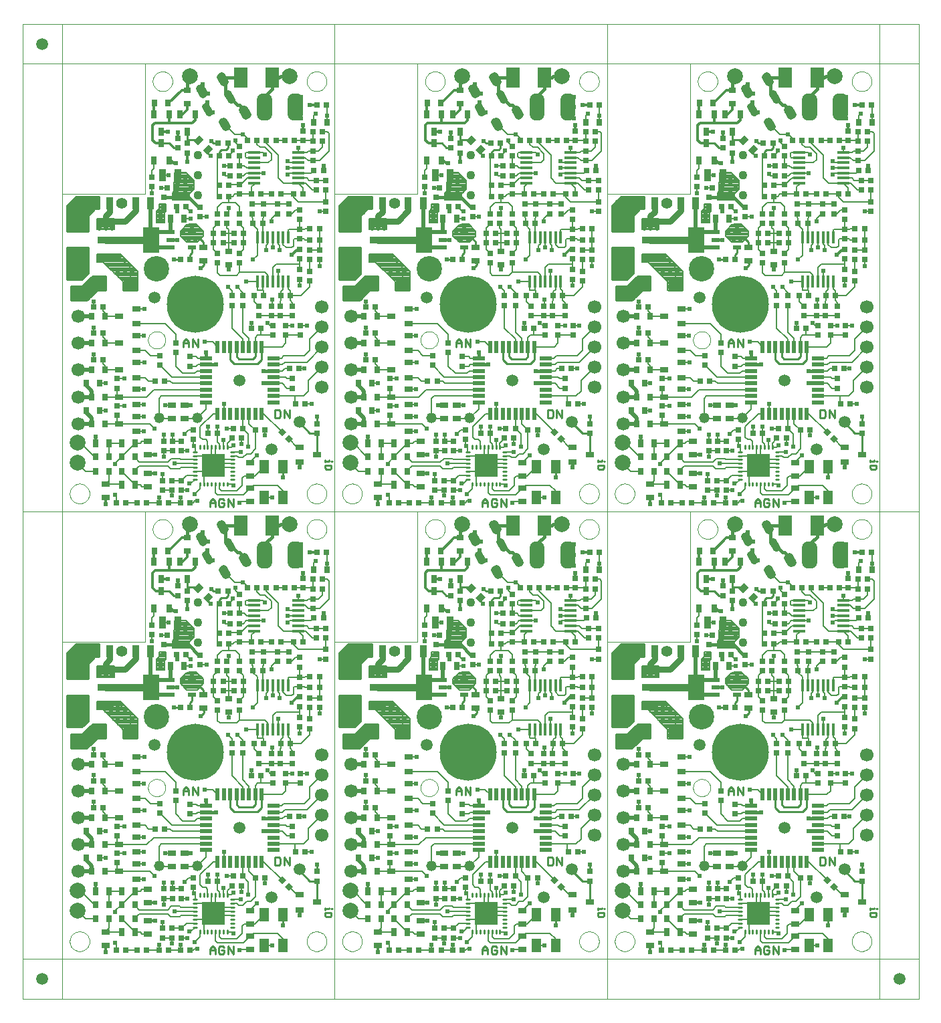
<source format=gtl>
G75*
G70*
%OFA0B0*%
%FSLAX24Y24*%
%IPPOS*%
%LPD*%
%AMOC8*
5,1,8,0,0,1.08239X$1,22.5*
%
%ADD10C,0.0000*%
%ADD11C,0.0100*%
%ADD12C,0.0090*%
%ADD13R,0.0276X0.0276*%
%ADD14R,0.0315X0.0394*%
%ADD15R,0.0394X0.0315*%
%ADD16R,0.0709X0.0669*%
%ADD17C,0.0315*%
%ADD18C,0.0378*%
%ADD19R,0.0315X0.0354*%
%ADD20R,0.0846X0.1280*%
%ADD21R,0.0846X0.0374*%
%ADD22R,0.0374X0.0591*%
%ADD23C,0.0551*%
%ADD24R,0.1181X0.1181*%
%ADD25C,0.0110*%
%ADD26C,0.0669*%
%ADD27R,0.0433X0.0315*%
%ADD28C,0.0591*%
%ADD29R,0.0276X0.0276*%
%ADD30R,0.0610X0.0217*%
%ADD31R,0.0217X0.0610*%
%ADD32R,0.0354X0.0315*%
%ADD33R,0.0413X0.0236*%
%ADD34C,0.0598*%
%ADD35R,0.0630X0.0138*%
%ADD36R,0.0138X0.0630*%
%ADD37R,0.0315X0.0433*%
%ADD38C,0.0436*%
%ADD39R,0.0669X0.0984*%
%ADD40R,0.0984X0.0669*%
%ADD41C,0.0787*%
%ADD42C,0.0520*%
%ADD43R,0.0472X0.0669*%
%ADD44C,0.2841*%
%ADD45C,0.1266*%
%ADD46C,0.0080*%
%ADD47C,0.0238*%
%ADD48C,0.0197*%
%ADD49C,0.0157*%
%ADD50C,0.0118*%
%ADD51C,0.0236*%
%ADD52C,0.0591*%
%ADD53C,0.0394*%
%ADD54C,0.0160*%
%ADD55C,0.0098*%
%ADD56C,0.0374*%
%ADD57C,0.0669*%
D10*
X000100Y000100D02*
X002069Y000100D01*
X002069Y002069D01*
X042817Y002069D01*
X042817Y046714D01*
X002069Y046714D01*
X002069Y002069D01*
X000100Y002069D01*
X000100Y024391D01*
X044785Y024391D01*
X044785Y002069D01*
X042817Y002069D01*
X042817Y000100D01*
X029234Y000100D01*
X029234Y048683D01*
X042817Y048683D01*
X042817Y046714D01*
X044785Y046714D01*
X044785Y024391D01*
X042817Y024391D02*
X029234Y024391D01*
X029234Y040218D01*
X033368Y040218D01*
X033368Y046714D01*
X042817Y046714D01*
X042817Y024391D01*
X042817Y002069D01*
X029234Y002069D01*
X029234Y017895D01*
X033368Y017895D01*
X033368Y024391D01*
X042817Y024391D01*
X041439Y023506D02*
X041441Y023550D01*
X041447Y023594D01*
X041457Y023637D01*
X041470Y023679D01*
X041488Y023719D01*
X041509Y023758D01*
X041533Y023795D01*
X041560Y023830D01*
X041591Y023862D01*
X041624Y023891D01*
X041660Y023917D01*
X041698Y023939D01*
X041738Y023958D01*
X041779Y023974D01*
X041822Y023986D01*
X041865Y023994D01*
X041909Y023998D01*
X041953Y023998D01*
X041997Y023994D01*
X042040Y023986D01*
X042083Y023974D01*
X042124Y023958D01*
X042164Y023939D01*
X042202Y023917D01*
X042238Y023891D01*
X042271Y023862D01*
X042302Y023830D01*
X042329Y023795D01*
X042353Y023758D01*
X042374Y023719D01*
X042392Y023679D01*
X042405Y023637D01*
X042415Y023594D01*
X042421Y023550D01*
X042423Y023506D01*
X042421Y023462D01*
X042415Y023418D01*
X042405Y023375D01*
X042392Y023333D01*
X042374Y023293D01*
X042353Y023254D01*
X042329Y023217D01*
X042302Y023182D01*
X042271Y023150D01*
X042238Y023121D01*
X042202Y023095D01*
X042164Y023073D01*
X042124Y023054D01*
X042083Y023038D01*
X042040Y023026D01*
X041997Y023018D01*
X041953Y023014D01*
X041909Y023014D01*
X041865Y023018D01*
X041822Y023026D01*
X041779Y023038D01*
X041738Y023054D01*
X041698Y023073D01*
X041660Y023095D01*
X041624Y023121D01*
X041591Y023150D01*
X041560Y023182D01*
X041533Y023217D01*
X041509Y023254D01*
X041488Y023293D01*
X041470Y023333D01*
X041457Y023375D01*
X041447Y023418D01*
X041441Y023462D01*
X041439Y023506D01*
X041439Y025277D02*
X041441Y025321D01*
X041447Y025365D01*
X041457Y025408D01*
X041470Y025450D01*
X041488Y025490D01*
X041509Y025529D01*
X041533Y025566D01*
X041560Y025601D01*
X041591Y025633D01*
X041624Y025662D01*
X041660Y025688D01*
X041698Y025710D01*
X041738Y025729D01*
X041779Y025745D01*
X041822Y025757D01*
X041865Y025765D01*
X041909Y025769D01*
X041953Y025769D01*
X041997Y025765D01*
X042040Y025757D01*
X042083Y025745D01*
X042124Y025729D01*
X042164Y025710D01*
X042202Y025688D01*
X042238Y025662D01*
X042271Y025633D01*
X042302Y025601D01*
X042329Y025566D01*
X042353Y025529D01*
X042374Y025490D01*
X042392Y025450D01*
X042405Y025408D01*
X042415Y025365D01*
X042421Y025321D01*
X042423Y025277D01*
X042421Y025233D01*
X042415Y025189D01*
X042405Y025146D01*
X042392Y025104D01*
X042374Y025064D01*
X042353Y025025D01*
X042329Y024988D01*
X042302Y024953D01*
X042271Y024921D01*
X042238Y024892D01*
X042202Y024866D01*
X042164Y024844D01*
X042124Y024825D01*
X042083Y024809D01*
X042040Y024797D01*
X041997Y024789D01*
X041953Y024785D01*
X041909Y024785D01*
X041865Y024789D01*
X041822Y024797D01*
X041779Y024809D01*
X041738Y024825D01*
X041698Y024844D01*
X041660Y024866D01*
X041624Y024892D01*
X041591Y024921D01*
X041560Y024953D01*
X041533Y024988D01*
X041509Y025025D01*
X041488Y025064D01*
X041470Y025104D01*
X041457Y025146D01*
X041447Y025189D01*
X041441Y025233D01*
X041439Y025277D01*
X033762Y023506D02*
X033764Y023550D01*
X033770Y023594D01*
X033780Y023637D01*
X033793Y023679D01*
X033811Y023719D01*
X033832Y023758D01*
X033856Y023795D01*
X033883Y023830D01*
X033914Y023862D01*
X033947Y023891D01*
X033983Y023917D01*
X034021Y023939D01*
X034061Y023958D01*
X034102Y023974D01*
X034145Y023986D01*
X034188Y023994D01*
X034232Y023998D01*
X034276Y023998D01*
X034320Y023994D01*
X034363Y023986D01*
X034406Y023974D01*
X034447Y023958D01*
X034487Y023939D01*
X034525Y023917D01*
X034561Y023891D01*
X034594Y023862D01*
X034625Y023830D01*
X034652Y023795D01*
X034676Y023758D01*
X034697Y023719D01*
X034715Y023679D01*
X034728Y023637D01*
X034738Y023594D01*
X034744Y023550D01*
X034746Y023506D01*
X034744Y023462D01*
X034738Y023418D01*
X034728Y023375D01*
X034715Y023333D01*
X034697Y023293D01*
X034676Y023254D01*
X034652Y023217D01*
X034625Y023182D01*
X034594Y023150D01*
X034561Y023121D01*
X034525Y023095D01*
X034487Y023073D01*
X034447Y023054D01*
X034406Y023038D01*
X034363Y023026D01*
X034320Y023018D01*
X034276Y023014D01*
X034232Y023014D01*
X034188Y023018D01*
X034145Y023026D01*
X034102Y023038D01*
X034061Y023054D01*
X034021Y023073D01*
X033983Y023095D01*
X033947Y023121D01*
X033914Y023150D01*
X033883Y023182D01*
X033856Y023217D01*
X033832Y023254D01*
X033811Y023293D01*
X033793Y023333D01*
X033780Y023375D01*
X033770Y023418D01*
X033764Y023462D01*
X033762Y023506D01*
X029628Y025277D02*
X029630Y025321D01*
X029636Y025365D01*
X029646Y025408D01*
X029659Y025450D01*
X029677Y025490D01*
X029698Y025529D01*
X029722Y025566D01*
X029749Y025601D01*
X029780Y025633D01*
X029813Y025662D01*
X029849Y025688D01*
X029887Y025710D01*
X029927Y025729D01*
X029968Y025745D01*
X030011Y025757D01*
X030054Y025765D01*
X030098Y025769D01*
X030142Y025769D01*
X030186Y025765D01*
X030229Y025757D01*
X030272Y025745D01*
X030313Y025729D01*
X030353Y025710D01*
X030391Y025688D01*
X030427Y025662D01*
X030460Y025633D01*
X030491Y025601D01*
X030518Y025566D01*
X030542Y025529D01*
X030563Y025490D01*
X030581Y025450D01*
X030594Y025408D01*
X030604Y025365D01*
X030610Y025321D01*
X030612Y025277D01*
X030610Y025233D01*
X030604Y025189D01*
X030594Y025146D01*
X030581Y025104D01*
X030563Y025064D01*
X030542Y025025D01*
X030518Y024988D01*
X030491Y024953D01*
X030460Y024921D01*
X030427Y024892D01*
X030391Y024866D01*
X030353Y024844D01*
X030313Y024825D01*
X030272Y024809D01*
X030229Y024797D01*
X030186Y024789D01*
X030142Y024785D01*
X030098Y024785D01*
X030054Y024789D01*
X030011Y024797D01*
X029968Y024809D01*
X029927Y024825D01*
X029887Y024844D01*
X029849Y024866D01*
X029813Y024892D01*
X029780Y024921D01*
X029749Y024953D01*
X029722Y024988D01*
X029698Y025025D01*
X029677Y025064D01*
X029659Y025104D01*
X029646Y025146D01*
X029636Y025189D01*
X029630Y025233D01*
X029628Y025277D01*
X029234Y024391D02*
X015651Y024391D01*
X015651Y040218D01*
X019785Y040218D01*
X019785Y046714D01*
X029234Y046714D01*
X029234Y024391D01*
X029234Y002069D01*
X015651Y002069D01*
X015651Y017895D01*
X019785Y017895D01*
X019785Y024391D01*
X029234Y024391D01*
X027856Y023506D02*
X027858Y023550D01*
X027864Y023594D01*
X027874Y023637D01*
X027887Y023679D01*
X027905Y023719D01*
X027926Y023758D01*
X027950Y023795D01*
X027977Y023830D01*
X028008Y023862D01*
X028041Y023891D01*
X028077Y023917D01*
X028115Y023939D01*
X028155Y023958D01*
X028196Y023974D01*
X028239Y023986D01*
X028282Y023994D01*
X028326Y023998D01*
X028370Y023998D01*
X028414Y023994D01*
X028457Y023986D01*
X028500Y023974D01*
X028541Y023958D01*
X028581Y023939D01*
X028619Y023917D01*
X028655Y023891D01*
X028688Y023862D01*
X028719Y023830D01*
X028746Y023795D01*
X028770Y023758D01*
X028791Y023719D01*
X028809Y023679D01*
X028822Y023637D01*
X028832Y023594D01*
X028838Y023550D01*
X028840Y023506D01*
X028838Y023462D01*
X028832Y023418D01*
X028822Y023375D01*
X028809Y023333D01*
X028791Y023293D01*
X028770Y023254D01*
X028746Y023217D01*
X028719Y023182D01*
X028688Y023150D01*
X028655Y023121D01*
X028619Y023095D01*
X028581Y023073D01*
X028541Y023054D01*
X028500Y023038D01*
X028457Y023026D01*
X028414Y023018D01*
X028370Y023014D01*
X028326Y023014D01*
X028282Y023018D01*
X028239Y023026D01*
X028196Y023038D01*
X028155Y023054D01*
X028115Y023073D01*
X028077Y023095D01*
X028041Y023121D01*
X028008Y023150D01*
X027977Y023182D01*
X027950Y023217D01*
X027926Y023254D01*
X027905Y023293D01*
X027887Y023333D01*
X027874Y023375D01*
X027864Y023418D01*
X027858Y023462D01*
X027856Y023506D01*
X027856Y025277D02*
X027858Y025321D01*
X027864Y025365D01*
X027874Y025408D01*
X027887Y025450D01*
X027905Y025490D01*
X027926Y025529D01*
X027950Y025566D01*
X027977Y025601D01*
X028008Y025633D01*
X028041Y025662D01*
X028077Y025688D01*
X028115Y025710D01*
X028155Y025729D01*
X028196Y025745D01*
X028239Y025757D01*
X028282Y025765D01*
X028326Y025769D01*
X028370Y025769D01*
X028414Y025765D01*
X028457Y025757D01*
X028500Y025745D01*
X028541Y025729D01*
X028581Y025710D01*
X028619Y025688D01*
X028655Y025662D01*
X028688Y025633D01*
X028719Y025601D01*
X028746Y025566D01*
X028770Y025529D01*
X028791Y025490D01*
X028809Y025450D01*
X028822Y025408D01*
X028832Y025365D01*
X028838Y025321D01*
X028840Y025277D01*
X028838Y025233D01*
X028832Y025189D01*
X028822Y025146D01*
X028809Y025104D01*
X028791Y025064D01*
X028770Y025025D01*
X028746Y024988D01*
X028719Y024953D01*
X028688Y024921D01*
X028655Y024892D01*
X028619Y024866D01*
X028581Y024844D01*
X028541Y024825D01*
X028500Y024809D01*
X028457Y024797D01*
X028414Y024789D01*
X028370Y024785D01*
X028326Y024785D01*
X028282Y024789D01*
X028239Y024797D01*
X028196Y024809D01*
X028155Y024825D01*
X028115Y024844D01*
X028077Y024866D01*
X028041Y024892D01*
X028008Y024921D01*
X027977Y024953D01*
X027950Y024988D01*
X027926Y025025D01*
X027905Y025064D01*
X027887Y025104D01*
X027874Y025146D01*
X027864Y025189D01*
X027858Y025233D01*
X027856Y025277D01*
X020179Y023506D02*
X020181Y023550D01*
X020187Y023594D01*
X020197Y023637D01*
X020210Y023679D01*
X020228Y023719D01*
X020249Y023758D01*
X020273Y023795D01*
X020300Y023830D01*
X020331Y023862D01*
X020364Y023891D01*
X020400Y023917D01*
X020438Y023939D01*
X020478Y023958D01*
X020519Y023974D01*
X020562Y023986D01*
X020605Y023994D01*
X020649Y023998D01*
X020693Y023998D01*
X020737Y023994D01*
X020780Y023986D01*
X020823Y023974D01*
X020864Y023958D01*
X020904Y023939D01*
X020942Y023917D01*
X020978Y023891D01*
X021011Y023862D01*
X021042Y023830D01*
X021069Y023795D01*
X021093Y023758D01*
X021114Y023719D01*
X021132Y023679D01*
X021145Y023637D01*
X021155Y023594D01*
X021161Y023550D01*
X021163Y023506D01*
X021161Y023462D01*
X021155Y023418D01*
X021145Y023375D01*
X021132Y023333D01*
X021114Y023293D01*
X021093Y023254D01*
X021069Y023217D01*
X021042Y023182D01*
X021011Y023150D01*
X020978Y023121D01*
X020942Y023095D01*
X020904Y023073D01*
X020864Y023054D01*
X020823Y023038D01*
X020780Y023026D01*
X020737Y023018D01*
X020693Y023014D01*
X020649Y023014D01*
X020605Y023018D01*
X020562Y023026D01*
X020519Y023038D01*
X020478Y023054D01*
X020438Y023073D01*
X020400Y023095D01*
X020364Y023121D01*
X020331Y023150D01*
X020300Y023182D01*
X020273Y023217D01*
X020249Y023254D01*
X020228Y023293D01*
X020210Y023333D01*
X020197Y023375D01*
X020187Y023418D01*
X020181Y023462D01*
X020179Y023506D01*
X016045Y025277D02*
X016047Y025321D01*
X016053Y025365D01*
X016063Y025408D01*
X016076Y025450D01*
X016094Y025490D01*
X016115Y025529D01*
X016139Y025566D01*
X016166Y025601D01*
X016197Y025633D01*
X016230Y025662D01*
X016266Y025688D01*
X016304Y025710D01*
X016344Y025729D01*
X016385Y025745D01*
X016428Y025757D01*
X016471Y025765D01*
X016515Y025769D01*
X016559Y025769D01*
X016603Y025765D01*
X016646Y025757D01*
X016689Y025745D01*
X016730Y025729D01*
X016770Y025710D01*
X016808Y025688D01*
X016844Y025662D01*
X016877Y025633D01*
X016908Y025601D01*
X016935Y025566D01*
X016959Y025529D01*
X016980Y025490D01*
X016998Y025450D01*
X017011Y025408D01*
X017021Y025365D01*
X017027Y025321D01*
X017029Y025277D01*
X017027Y025233D01*
X017021Y025189D01*
X017011Y025146D01*
X016998Y025104D01*
X016980Y025064D01*
X016959Y025025D01*
X016935Y024988D01*
X016908Y024953D01*
X016877Y024921D01*
X016844Y024892D01*
X016808Y024866D01*
X016770Y024844D01*
X016730Y024825D01*
X016689Y024809D01*
X016646Y024797D01*
X016603Y024789D01*
X016559Y024785D01*
X016515Y024785D01*
X016471Y024789D01*
X016428Y024797D01*
X016385Y024809D01*
X016344Y024825D01*
X016304Y024844D01*
X016266Y024866D01*
X016230Y024892D01*
X016197Y024921D01*
X016166Y024953D01*
X016139Y024988D01*
X016115Y025025D01*
X016094Y025064D01*
X016076Y025104D01*
X016063Y025146D01*
X016053Y025189D01*
X016047Y025233D01*
X016045Y025277D01*
X015651Y024391D02*
X002069Y024391D01*
X002069Y040218D01*
X006202Y040218D01*
X006202Y046714D01*
X015651Y046714D01*
X015651Y024391D01*
X015651Y002069D01*
X002069Y002069D01*
X002069Y017895D01*
X006202Y017895D01*
X006202Y024391D01*
X015651Y024391D01*
X014273Y023506D02*
X014275Y023550D01*
X014281Y023594D01*
X014291Y023637D01*
X014304Y023679D01*
X014322Y023719D01*
X014343Y023758D01*
X014367Y023795D01*
X014394Y023830D01*
X014425Y023862D01*
X014458Y023891D01*
X014494Y023917D01*
X014532Y023939D01*
X014572Y023958D01*
X014613Y023974D01*
X014656Y023986D01*
X014699Y023994D01*
X014743Y023998D01*
X014787Y023998D01*
X014831Y023994D01*
X014874Y023986D01*
X014917Y023974D01*
X014958Y023958D01*
X014998Y023939D01*
X015036Y023917D01*
X015072Y023891D01*
X015105Y023862D01*
X015136Y023830D01*
X015163Y023795D01*
X015187Y023758D01*
X015208Y023719D01*
X015226Y023679D01*
X015239Y023637D01*
X015249Y023594D01*
X015255Y023550D01*
X015257Y023506D01*
X015255Y023462D01*
X015249Y023418D01*
X015239Y023375D01*
X015226Y023333D01*
X015208Y023293D01*
X015187Y023254D01*
X015163Y023217D01*
X015136Y023182D01*
X015105Y023150D01*
X015072Y023121D01*
X015036Y023095D01*
X014998Y023073D01*
X014958Y023054D01*
X014917Y023038D01*
X014874Y023026D01*
X014831Y023018D01*
X014787Y023014D01*
X014743Y023014D01*
X014699Y023018D01*
X014656Y023026D01*
X014613Y023038D01*
X014572Y023054D01*
X014532Y023073D01*
X014494Y023095D01*
X014458Y023121D01*
X014425Y023150D01*
X014394Y023182D01*
X014367Y023217D01*
X014343Y023254D01*
X014322Y023293D01*
X014304Y023333D01*
X014291Y023375D01*
X014281Y023418D01*
X014275Y023462D01*
X014273Y023506D01*
X014273Y025277D02*
X014275Y025321D01*
X014281Y025365D01*
X014291Y025408D01*
X014304Y025450D01*
X014322Y025490D01*
X014343Y025529D01*
X014367Y025566D01*
X014394Y025601D01*
X014425Y025633D01*
X014458Y025662D01*
X014494Y025688D01*
X014532Y025710D01*
X014572Y025729D01*
X014613Y025745D01*
X014656Y025757D01*
X014699Y025765D01*
X014743Y025769D01*
X014787Y025769D01*
X014831Y025765D01*
X014874Y025757D01*
X014917Y025745D01*
X014958Y025729D01*
X014998Y025710D01*
X015036Y025688D01*
X015072Y025662D01*
X015105Y025633D01*
X015136Y025601D01*
X015163Y025566D01*
X015187Y025529D01*
X015208Y025490D01*
X015226Y025450D01*
X015239Y025408D01*
X015249Y025365D01*
X015255Y025321D01*
X015257Y025277D01*
X015255Y025233D01*
X015249Y025189D01*
X015239Y025146D01*
X015226Y025104D01*
X015208Y025064D01*
X015187Y025025D01*
X015163Y024988D01*
X015136Y024953D01*
X015105Y024921D01*
X015072Y024892D01*
X015036Y024866D01*
X014998Y024844D01*
X014958Y024825D01*
X014917Y024809D01*
X014874Y024797D01*
X014831Y024789D01*
X014787Y024785D01*
X014743Y024785D01*
X014699Y024789D01*
X014656Y024797D01*
X014613Y024809D01*
X014572Y024825D01*
X014532Y024844D01*
X014494Y024866D01*
X014458Y024892D01*
X014425Y024921D01*
X014394Y024953D01*
X014367Y024988D01*
X014343Y025025D01*
X014322Y025064D01*
X014304Y025104D01*
X014291Y025146D01*
X014281Y025189D01*
X014275Y025233D01*
X014273Y025277D01*
X006596Y023506D02*
X006598Y023550D01*
X006604Y023594D01*
X006614Y023637D01*
X006627Y023679D01*
X006645Y023719D01*
X006666Y023758D01*
X006690Y023795D01*
X006717Y023830D01*
X006748Y023862D01*
X006781Y023891D01*
X006817Y023917D01*
X006855Y023939D01*
X006895Y023958D01*
X006936Y023974D01*
X006979Y023986D01*
X007022Y023994D01*
X007066Y023998D01*
X007110Y023998D01*
X007154Y023994D01*
X007197Y023986D01*
X007240Y023974D01*
X007281Y023958D01*
X007321Y023939D01*
X007359Y023917D01*
X007395Y023891D01*
X007428Y023862D01*
X007459Y023830D01*
X007486Y023795D01*
X007510Y023758D01*
X007531Y023719D01*
X007549Y023679D01*
X007562Y023637D01*
X007572Y023594D01*
X007578Y023550D01*
X007580Y023506D01*
X007578Y023462D01*
X007572Y023418D01*
X007562Y023375D01*
X007549Y023333D01*
X007531Y023293D01*
X007510Y023254D01*
X007486Y023217D01*
X007459Y023182D01*
X007428Y023150D01*
X007395Y023121D01*
X007359Y023095D01*
X007321Y023073D01*
X007281Y023054D01*
X007240Y023038D01*
X007197Y023026D01*
X007154Y023018D01*
X007110Y023014D01*
X007066Y023014D01*
X007022Y023018D01*
X006979Y023026D01*
X006936Y023038D01*
X006895Y023054D01*
X006855Y023073D01*
X006817Y023095D01*
X006781Y023121D01*
X006748Y023150D01*
X006717Y023182D01*
X006690Y023217D01*
X006666Y023254D01*
X006645Y023293D01*
X006627Y023333D01*
X006614Y023375D01*
X006604Y023418D01*
X006598Y023462D01*
X006596Y023506D01*
X002462Y025277D02*
X002464Y025321D01*
X002470Y025365D01*
X002480Y025408D01*
X002493Y025450D01*
X002511Y025490D01*
X002532Y025529D01*
X002556Y025566D01*
X002583Y025601D01*
X002614Y025633D01*
X002647Y025662D01*
X002683Y025688D01*
X002721Y025710D01*
X002761Y025729D01*
X002802Y025745D01*
X002845Y025757D01*
X002888Y025765D01*
X002932Y025769D01*
X002976Y025769D01*
X003020Y025765D01*
X003063Y025757D01*
X003106Y025745D01*
X003147Y025729D01*
X003187Y025710D01*
X003225Y025688D01*
X003261Y025662D01*
X003294Y025633D01*
X003325Y025601D01*
X003352Y025566D01*
X003376Y025529D01*
X003397Y025490D01*
X003415Y025450D01*
X003428Y025408D01*
X003438Y025365D01*
X003444Y025321D01*
X003446Y025277D01*
X003444Y025233D01*
X003438Y025189D01*
X003428Y025146D01*
X003415Y025104D01*
X003397Y025064D01*
X003376Y025025D01*
X003352Y024988D01*
X003325Y024953D01*
X003294Y024921D01*
X003261Y024892D01*
X003225Y024866D01*
X003187Y024844D01*
X003147Y024825D01*
X003106Y024809D01*
X003063Y024797D01*
X003020Y024789D01*
X002976Y024785D01*
X002932Y024785D01*
X002888Y024789D01*
X002845Y024797D01*
X002802Y024809D01*
X002761Y024825D01*
X002721Y024844D01*
X002683Y024866D01*
X002647Y024892D01*
X002614Y024921D01*
X002583Y024953D01*
X002556Y024988D01*
X002532Y025025D01*
X002511Y025064D01*
X002493Y025104D01*
X002480Y025146D01*
X002470Y025189D01*
X002464Y025233D01*
X002462Y025277D01*
X000100Y024391D02*
X000100Y046714D01*
X002069Y046714D01*
X002069Y048683D01*
X015651Y048683D01*
X015651Y000100D01*
X002069Y000100D01*
X000100Y000100D02*
X000100Y002069D01*
X002462Y002954D02*
X002464Y002998D01*
X002470Y003042D01*
X002480Y003085D01*
X002493Y003127D01*
X002511Y003167D01*
X002532Y003206D01*
X002556Y003243D01*
X002583Y003278D01*
X002614Y003310D01*
X002647Y003339D01*
X002683Y003365D01*
X002721Y003387D01*
X002761Y003406D01*
X002802Y003422D01*
X002845Y003434D01*
X002888Y003442D01*
X002932Y003446D01*
X002976Y003446D01*
X003020Y003442D01*
X003063Y003434D01*
X003106Y003422D01*
X003147Y003406D01*
X003187Y003387D01*
X003225Y003365D01*
X003261Y003339D01*
X003294Y003310D01*
X003325Y003278D01*
X003352Y003243D01*
X003376Y003206D01*
X003397Y003167D01*
X003415Y003127D01*
X003428Y003085D01*
X003438Y003042D01*
X003444Y002998D01*
X003446Y002954D01*
X003444Y002910D01*
X003438Y002866D01*
X003428Y002823D01*
X003415Y002781D01*
X003397Y002741D01*
X003376Y002702D01*
X003352Y002665D01*
X003325Y002630D01*
X003294Y002598D01*
X003261Y002569D01*
X003225Y002543D01*
X003187Y002521D01*
X003147Y002502D01*
X003106Y002486D01*
X003063Y002474D01*
X003020Y002466D01*
X002976Y002462D01*
X002932Y002462D01*
X002888Y002466D01*
X002845Y002474D01*
X002802Y002486D01*
X002761Y002502D01*
X002721Y002521D01*
X002683Y002543D01*
X002647Y002569D01*
X002614Y002598D01*
X002583Y002630D01*
X002556Y002665D01*
X002532Y002702D01*
X002511Y002741D01*
X002493Y002781D01*
X002480Y002823D01*
X002470Y002866D01*
X002464Y002910D01*
X002462Y002954D01*
X006360Y010612D02*
X006362Y010653D01*
X006368Y010694D01*
X006378Y010734D01*
X006391Y010773D01*
X006408Y010810D01*
X006429Y010846D01*
X006453Y010880D01*
X006480Y010911D01*
X006509Y010939D01*
X006542Y010965D01*
X006576Y010987D01*
X006613Y011006D01*
X006651Y011021D01*
X006691Y011033D01*
X006731Y011041D01*
X006772Y011045D01*
X006814Y011045D01*
X006855Y011041D01*
X006895Y011033D01*
X006935Y011021D01*
X006973Y011006D01*
X007009Y010987D01*
X007044Y010965D01*
X007077Y010939D01*
X007106Y010911D01*
X007133Y010880D01*
X007157Y010846D01*
X007178Y010810D01*
X007195Y010773D01*
X007208Y010734D01*
X007218Y010694D01*
X007224Y010653D01*
X007226Y010612D01*
X007224Y010571D01*
X007218Y010530D01*
X007208Y010490D01*
X007195Y010451D01*
X007178Y010414D01*
X007157Y010378D01*
X007133Y010344D01*
X007106Y010313D01*
X007077Y010285D01*
X007044Y010259D01*
X007010Y010237D01*
X006973Y010218D01*
X006935Y010203D01*
X006895Y010191D01*
X006855Y010183D01*
X006814Y010179D01*
X006772Y010179D01*
X006731Y010183D01*
X006691Y010191D01*
X006651Y010203D01*
X006613Y010218D01*
X006577Y010237D01*
X006542Y010259D01*
X006509Y010285D01*
X006480Y010313D01*
X006453Y010344D01*
X006429Y010378D01*
X006408Y010414D01*
X006391Y010451D01*
X006378Y010490D01*
X006368Y010530D01*
X006362Y010571D01*
X006360Y010612D01*
X014273Y002954D02*
X014275Y002998D01*
X014281Y003042D01*
X014291Y003085D01*
X014304Y003127D01*
X014322Y003167D01*
X014343Y003206D01*
X014367Y003243D01*
X014394Y003278D01*
X014425Y003310D01*
X014458Y003339D01*
X014494Y003365D01*
X014532Y003387D01*
X014572Y003406D01*
X014613Y003422D01*
X014656Y003434D01*
X014699Y003442D01*
X014743Y003446D01*
X014787Y003446D01*
X014831Y003442D01*
X014874Y003434D01*
X014917Y003422D01*
X014958Y003406D01*
X014998Y003387D01*
X015036Y003365D01*
X015072Y003339D01*
X015105Y003310D01*
X015136Y003278D01*
X015163Y003243D01*
X015187Y003206D01*
X015208Y003167D01*
X015226Y003127D01*
X015239Y003085D01*
X015249Y003042D01*
X015255Y002998D01*
X015257Y002954D01*
X015255Y002910D01*
X015249Y002866D01*
X015239Y002823D01*
X015226Y002781D01*
X015208Y002741D01*
X015187Y002702D01*
X015163Y002665D01*
X015136Y002630D01*
X015105Y002598D01*
X015072Y002569D01*
X015036Y002543D01*
X014998Y002521D01*
X014958Y002502D01*
X014917Y002486D01*
X014874Y002474D01*
X014831Y002466D01*
X014787Y002462D01*
X014743Y002462D01*
X014699Y002466D01*
X014656Y002474D01*
X014613Y002486D01*
X014572Y002502D01*
X014532Y002521D01*
X014494Y002543D01*
X014458Y002569D01*
X014425Y002598D01*
X014394Y002630D01*
X014367Y002665D01*
X014343Y002702D01*
X014322Y002741D01*
X014304Y002781D01*
X014291Y002823D01*
X014281Y002866D01*
X014275Y002910D01*
X014273Y002954D01*
X016045Y002954D02*
X016047Y002998D01*
X016053Y003042D01*
X016063Y003085D01*
X016076Y003127D01*
X016094Y003167D01*
X016115Y003206D01*
X016139Y003243D01*
X016166Y003278D01*
X016197Y003310D01*
X016230Y003339D01*
X016266Y003365D01*
X016304Y003387D01*
X016344Y003406D01*
X016385Y003422D01*
X016428Y003434D01*
X016471Y003442D01*
X016515Y003446D01*
X016559Y003446D01*
X016603Y003442D01*
X016646Y003434D01*
X016689Y003422D01*
X016730Y003406D01*
X016770Y003387D01*
X016808Y003365D01*
X016844Y003339D01*
X016877Y003310D01*
X016908Y003278D01*
X016935Y003243D01*
X016959Y003206D01*
X016980Y003167D01*
X016998Y003127D01*
X017011Y003085D01*
X017021Y003042D01*
X017027Y002998D01*
X017029Y002954D01*
X017027Y002910D01*
X017021Y002866D01*
X017011Y002823D01*
X016998Y002781D01*
X016980Y002741D01*
X016959Y002702D01*
X016935Y002665D01*
X016908Y002630D01*
X016877Y002598D01*
X016844Y002569D01*
X016808Y002543D01*
X016770Y002521D01*
X016730Y002502D01*
X016689Y002486D01*
X016646Y002474D01*
X016603Y002466D01*
X016559Y002462D01*
X016515Y002462D01*
X016471Y002466D01*
X016428Y002474D01*
X016385Y002486D01*
X016344Y002502D01*
X016304Y002521D01*
X016266Y002543D01*
X016230Y002569D01*
X016197Y002598D01*
X016166Y002630D01*
X016139Y002665D01*
X016115Y002702D01*
X016094Y002741D01*
X016076Y002781D01*
X016063Y002823D01*
X016053Y002866D01*
X016047Y002910D01*
X016045Y002954D01*
X015651Y000100D02*
X029234Y000100D01*
X029628Y002954D02*
X029630Y002998D01*
X029636Y003042D01*
X029646Y003085D01*
X029659Y003127D01*
X029677Y003167D01*
X029698Y003206D01*
X029722Y003243D01*
X029749Y003278D01*
X029780Y003310D01*
X029813Y003339D01*
X029849Y003365D01*
X029887Y003387D01*
X029927Y003406D01*
X029968Y003422D01*
X030011Y003434D01*
X030054Y003442D01*
X030098Y003446D01*
X030142Y003446D01*
X030186Y003442D01*
X030229Y003434D01*
X030272Y003422D01*
X030313Y003406D01*
X030353Y003387D01*
X030391Y003365D01*
X030427Y003339D01*
X030460Y003310D01*
X030491Y003278D01*
X030518Y003243D01*
X030542Y003206D01*
X030563Y003167D01*
X030581Y003127D01*
X030594Y003085D01*
X030604Y003042D01*
X030610Y002998D01*
X030612Y002954D01*
X030610Y002910D01*
X030604Y002866D01*
X030594Y002823D01*
X030581Y002781D01*
X030563Y002741D01*
X030542Y002702D01*
X030518Y002665D01*
X030491Y002630D01*
X030460Y002598D01*
X030427Y002569D01*
X030391Y002543D01*
X030353Y002521D01*
X030313Y002502D01*
X030272Y002486D01*
X030229Y002474D01*
X030186Y002466D01*
X030142Y002462D01*
X030098Y002462D01*
X030054Y002466D01*
X030011Y002474D01*
X029968Y002486D01*
X029927Y002502D01*
X029887Y002521D01*
X029849Y002543D01*
X029813Y002569D01*
X029780Y002598D01*
X029749Y002630D01*
X029722Y002665D01*
X029698Y002702D01*
X029677Y002741D01*
X029659Y002781D01*
X029646Y002823D01*
X029636Y002866D01*
X029630Y002910D01*
X029628Y002954D01*
X027856Y002954D02*
X027858Y002998D01*
X027864Y003042D01*
X027874Y003085D01*
X027887Y003127D01*
X027905Y003167D01*
X027926Y003206D01*
X027950Y003243D01*
X027977Y003278D01*
X028008Y003310D01*
X028041Y003339D01*
X028077Y003365D01*
X028115Y003387D01*
X028155Y003406D01*
X028196Y003422D01*
X028239Y003434D01*
X028282Y003442D01*
X028326Y003446D01*
X028370Y003446D01*
X028414Y003442D01*
X028457Y003434D01*
X028500Y003422D01*
X028541Y003406D01*
X028581Y003387D01*
X028619Y003365D01*
X028655Y003339D01*
X028688Y003310D01*
X028719Y003278D01*
X028746Y003243D01*
X028770Y003206D01*
X028791Y003167D01*
X028809Y003127D01*
X028822Y003085D01*
X028832Y003042D01*
X028838Y002998D01*
X028840Y002954D01*
X028838Y002910D01*
X028832Y002866D01*
X028822Y002823D01*
X028809Y002781D01*
X028791Y002741D01*
X028770Y002702D01*
X028746Y002665D01*
X028719Y002630D01*
X028688Y002598D01*
X028655Y002569D01*
X028619Y002543D01*
X028581Y002521D01*
X028541Y002502D01*
X028500Y002486D01*
X028457Y002474D01*
X028414Y002466D01*
X028370Y002462D01*
X028326Y002462D01*
X028282Y002466D01*
X028239Y002474D01*
X028196Y002486D01*
X028155Y002502D01*
X028115Y002521D01*
X028077Y002543D01*
X028041Y002569D01*
X028008Y002598D01*
X027977Y002630D01*
X027950Y002665D01*
X027926Y002702D01*
X027905Y002741D01*
X027887Y002781D01*
X027874Y002823D01*
X027864Y002866D01*
X027858Y002910D01*
X027856Y002954D01*
X033525Y010612D02*
X033527Y010653D01*
X033533Y010694D01*
X033543Y010734D01*
X033556Y010773D01*
X033573Y010810D01*
X033594Y010846D01*
X033618Y010880D01*
X033645Y010911D01*
X033674Y010939D01*
X033707Y010965D01*
X033741Y010987D01*
X033778Y011006D01*
X033816Y011021D01*
X033856Y011033D01*
X033896Y011041D01*
X033937Y011045D01*
X033979Y011045D01*
X034020Y011041D01*
X034060Y011033D01*
X034100Y011021D01*
X034138Y011006D01*
X034174Y010987D01*
X034209Y010965D01*
X034242Y010939D01*
X034271Y010911D01*
X034298Y010880D01*
X034322Y010846D01*
X034343Y010810D01*
X034360Y010773D01*
X034373Y010734D01*
X034383Y010694D01*
X034389Y010653D01*
X034391Y010612D01*
X034389Y010571D01*
X034383Y010530D01*
X034373Y010490D01*
X034360Y010451D01*
X034343Y010414D01*
X034322Y010378D01*
X034298Y010344D01*
X034271Y010313D01*
X034242Y010285D01*
X034209Y010259D01*
X034175Y010237D01*
X034138Y010218D01*
X034100Y010203D01*
X034060Y010191D01*
X034020Y010183D01*
X033979Y010179D01*
X033937Y010179D01*
X033896Y010183D01*
X033856Y010191D01*
X033816Y010203D01*
X033778Y010218D01*
X033742Y010237D01*
X033707Y010259D01*
X033674Y010285D01*
X033645Y010313D01*
X033618Y010344D01*
X033594Y010378D01*
X033573Y010414D01*
X033556Y010451D01*
X033543Y010490D01*
X033533Y010530D01*
X033527Y010571D01*
X033525Y010612D01*
X041439Y002954D02*
X041441Y002998D01*
X041447Y003042D01*
X041457Y003085D01*
X041470Y003127D01*
X041488Y003167D01*
X041509Y003206D01*
X041533Y003243D01*
X041560Y003278D01*
X041591Y003310D01*
X041624Y003339D01*
X041660Y003365D01*
X041698Y003387D01*
X041738Y003406D01*
X041779Y003422D01*
X041822Y003434D01*
X041865Y003442D01*
X041909Y003446D01*
X041953Y003446D01*
X041997Y003442D01*
X042040Y003434D01*
X042083Y003422D01*
X042124Y003406D01*
X042164Y003387D01*
X042202Y003365D01*
X042238Y003339D01*
X042271Y003310D01*
X042302Y003278D01*
X042329Y003243D01*
X042353Y003206D01*
X042374Y003167D01*
X042392Y003127D01*
X042405Y003085D01*
X042415Y003042D01*
X042421Y002998D01*
X042423Y002954D01*
X042421Y002910D01*
X042415Y002866D01*
X042405Y002823D01*
X042392Y002781D01*
X042374Y002741D01*
X042353Y002702D01*
X042329Y002665D01*
X042302Y002630D01*
X042271Y002598D01*
X042238Y002569D01*
X042202Y002543D01*
X042164Y002521D01*
X042124Y002502D01*
X042083Y002486D01*
X042040Y002474D01*
X041997Y002466D01*
X041953Y002462D01*
X041909Y002462D01*
X041865Y002466D01*
X041822Y002474D01*
X041779Y002486D01*
X041738Y002502D01*
X041698Y002521D01*
X041660Y002543D01*
X041624Y002569D01*
X041591Y002598D01*
X041560Y002630D01*
X041533Y002665D01*
X041509Y002702D01*
X041488Y002741D01*
X041470Y002781D01*
X041457Y002823D01*
X041447Y002866D01*
X041441Y002910D01*
X041439Y002954D01*
X042817Y000100D02*
X044785Y000100D01*
X044785Y002069D01*
X019943Y010612D02*
X019945Y010653D01*
X019951Y010694D01*
X019961Y010734D01*
X019974Y010773D01*
X019991Y010810D01*
X020012Y010846D01*
X020036Y010880D01*
X020063Y010911D01*
X020092Y010939D01*
X020125Y010965D01*
X020159Y010987D01*
X020196Y011006D01*
X020234Y011021D01*
X020274Y011033D01*
X020314Y011041D01*
X020355Y011045D01*
X020397Y011045D01*
X020438Y011041D01*
X020478Y011033D01*
X020518Y011021D01*
X020556Y011006D01*
X020592Y010987D01*
X020627Y010965D01*
X020660Y010939D01*
X020689Y010911D01*
X020716Y010880D01*
X020740Y010846D01*
X020761Y010810D01*
X020778Y010773D01*
X020791Y010734D01*
X020801Y010694D01*
X020807Y010653D01*
X020809Y010612D01*
X020807Y010571D01*
X020801Y010530D01*
X020791Y010490D01*
X020778Y010451D01*
X020761Y010414D01*
X020740Y010378D01*
X020716Y010344D01*
X020689Y010313D01*
X020660Y010285D01*
X020627Y010259D01*
X020593Y010237D01*
X020556Y010218D01*
X020518Y010203D01*
X020478Y010191D01*
X020438Y010183D01*
X020397Y010179D01*
X020355Y010179D01*
X020314Y010183D01*
X020274Y010191D01*
X020234Y010203D01*
X020196Y010218D01*
X020160Y010237D01*
X020125Y010259D01*
X020092Y010285D01*
X020063Y010313D01*
X020036Y010344D01*
X020012Y010378D01*
X019991Y010414D01*
X019974Y010451D01*
X019961Y010490D01*
X019951Y010530D01*
X019945Y010571D01*
X019943Y010612D01*
X019943Y032935D02*
X019945Y032976D01*
X019951Y033017D01*
X019961Y033057D01*
X019974Y033096D01*
X019991Y033133D01*
X020012Y033169D01*
X020036Y033203D01*
X020063Y033234D01*
X020092Y033262D01*
X020125Y033288D01*
X020159Y033310D01*
X020196Y033329D01*
X020234Y033344D01*
X020274Y033356D01*
X020314Y033364D01*
X020355Y033368D01*
X020397Y033368D01*
X020438Y033364D01*
X020478Y033356D01*
X020518Y033344D01*
X020556Y033329D01*
X020592Y033310D01*
X020627Y033288D01*
X020660Y033262D01*
X020689Y033234D01*
X020716Y033203D01*
X020740Y033169D01*
X020761Y033133D01*
X020778Y033096D01*
X020791Y033057D01*
X020801Y033017D01*
X020807Y032976D01*
X020809Y032935D01*
X020807Y032894D01*
X020801Y032853D01*
X020791Y032813D01*
X020778Y032774D01*
X020761Y032737D01*
X020740Y032701D01*
X020716Y032667D01*
X020689Y032636D01*
X020660Y032608D01*
X020627Y032582D01*
X020593Y032560D01*
X020556Y032541D01*
X020518Y032526D01*
X020478Y032514D01*
X020438Y032506D01*
X020397Y032502D01*
X020355Y032502D01*
X020314Y032506D01*
X020274Y032514D01*
X020234Y032526D01*
X020196Y032541D01*
X020160Y032560D01*
X020125Y032582D01*
X020092Y032608D01*
X020063Y032636D01*
X020036Y032667D01*
X020012Y032701D01*
X019991Y032737D01*
X019974Y032774D01*
X019961Y032813D01*
X019951Y032853D01*
X019945Y032894D01*
X019943Y032935D01*
X020179Y045828D02*
X020181Y045872D01*
X020187Y045916D01*
X020197Y045959D01*
X020210Y046001D01*
X020228Y046041D01*
X020249Y046080D01*
X020273Y046117D01*
X020300Y046152D01*
X020331Y046184D01*
X020364Y046213D01*
X020400Y046239D01*
X020438Y046261D01*
X020478Y046280D01*
X020519Y046296D01*
X020562Y046308D01*
X020605Y046316D01*
X020649Y046320D01*
X020693Y046320D01*
X020737Y046316D01*
X020780Y046308D01*
X020823Y046296D01*
X020864Y046280D01*
X020904Y046261D01*
X020942Y046239D01*
X020978Y046213D01*
X021011Y046184D01*
X021042Y046152D01*
X021069Y046117D01*
X021093Y046080D01*
X021114Y046041D01*
X021132Y046001D01*
X021145Y045959D01*
X021155Y045916D01*
X021161Y045872D01*
X021163Y045828D01*
X021161Y045784D01*
X021155Y045740D01*
X021145Y045697D01*
X021132Y045655D01*
X021114Y045615D01*
X021093Y045576D01*
X021069Y045539D01*
X021042Y045504D01*
X021011Y045472D01*
X020978Y045443D01*
X020942Y045417D01*
X020904Y045395D01*
X020864Y045376D01*
X020823Y045360D01*
X020780Y045348D01*
X020737Y045340D01*
X020693Y045336D01*
X020649Y045336D01*
X020605Y045340D01*
X020562Y045348D01*
X020519Y045360D01*
X020478Y045376D01*
X020438Y045395D01*
X020400Y045417D01*
X020364Y045443D01*
X020331Y045472D01*
X020300Y045504D01*
X020273Y045539D01*
X020249Y045576D01*
X020228Y045615D01*
X020210Y045655D01*
X020197Y045697D01*
X020187Y045740D01*
X020181Y045784D01*
X020179Y045828D01*
X015651Y048683D02*
X029234Y048683D01*
X027856Y045828D02*
X027858Y045872D01*
X027864Y045916D01*
X027874Y045959D01*
X027887Y046001D01*
X027905Y046041D01*
X027926Y046080D01*
X027950Y046117D01*
X027977Y046152D01*
X028008Y046184D01*
X028041Y046213D01*
X028077Y046239D01*
X028115Y046261D01*
X028155Y046280D01*
X028196Y046296D01*
X028239Y046308D01*
X028282Y046316D01*
X028326Y046320D01*
X028370Y046320D01*
X028414Y046316D01*
X028457Y046308D01*
X028500Y046296D01*
X028541Y046280D01*
X028581Y046261D01*
X028619Y046239D01*
X028655Y046213D01*
X028688Y046184D01*
X028719Y046152D01*
X028746Y046117D01*
X028770Y046080D01*
X028791Y046041D01*
X028809Y046001D01*
X028822Y045959D01*
X028832Y045916D01*
X028838Y045872D01*
X028840Y045828D01*
X028838Y045784D01*
X028832Y045740D01*
X028822Y045697D01*
X028809Y045655D01*
X028791Y045615D01*
X028770Y045576D01*
X028746Y045539D01*
X028719Y045504D01*
X028688Y045472D01*
X028655Y045443D01*
X028619Y045417D01*
X028581Y045395D01*
X028541Y045376D01*
X028500Y045360D01*
X028457Y045348D01*
X028414Y045340D01*
X028370Y045336D01*
X028326Y045336D01*
X028282Y045340D01*
X028239Y045348D01*
X028196Y045360D01*
X028155Y045376D01*
X028115Y045395D01*
X028077Y045417D01*
X028041Y045443D01*
X028008Y045472D01*
X027977Y045504D01*
X027950Y045539D01*
X027926Y045576D01*
X027905Y045615D01*
X027887Y045655D01*
X027874Y045697D01*
X027864Y045740D01*
X027858Y045784D01*
X027856Y045828D01*
X033762Y045828D02*
X033764Y045872D01*
X033770Y045916D01*
X033780Y045959D01*
X033793Y046001D01*
X033811Y046041D01*
X033832Y046080D01*
X033856Y046117D01*
X033883Y046152D01*
X033914Y046184D01*
X033947Y046213D01*
X033983Y046239D01*
X034021Y046261D01*
X034061Y046280D01*
X034102Y046296D01*
X034145Y046308D01*
X034188Y046316D01*
X034232Y046320D01*
X034276Y046320D01*
X034320Y046316D01*
X034363Y046308D01*
X034406Y046296D01*
X034447Y046280D01*
X034487Y046261D01*
X034525Y046239D01*
X034561Y046213D01*
X034594Y046184D01*
X034625Y046152D01*
X034652Y046117D01*
X034676Y046080D01*
X034697Y046041D01*
X034715Y046001D01*
X034728Y045959D01*
X034738Y045916D01*
X034744Y045872D01*
X034746Y045828D01*
X034744Y045784D01*
X034738Y045740D01*
X034728Y045697D01*
X034715Y045655D01*
X034697Y045615D01*
X034676Y045576D01*
X034652Y045539D01*
X034625Y045504D01*
X034594Y045472D01*
X034561Y045443D01*
X034525Y045417D01*
X034487Y045395D01*
X034447Y045376D01*
X034406Y045360D01*
X034363Y045348D01*
X034320Y045340D01*
X034276Y045336D01*
X034232Y045336D01*
X034188Y045340D01*
X034145Y045348D01*
X034102Y045360D01*
X034061Y045376D01*
X034021Y045395D01*
X033983Y045417D01*
X033947Y045443D01*
X033914Y045472D01*
X033883Y045504D01*
X033856Y045539D01*
X033832Y045576D01*
X033811Y045615D01*
X033793Y045655D01*
X033780Y045697D01*
X033770Y045740D01*
X033764Y045784D01*
X033762Y045828D01*
X041439Y045828D02*
X041441Y045872D01*
X041447Y045916D01*
X041457Y045959D01*
X041470Y046001D01*
X041488Y046041D01*
X041509Y046080D01*
X041533Y046117D01*
X041560Y046152D01*
X041591Y046184D01*
X041624Y046213D01*
X041660Y046239D01*
X041698Y046261D01*
X041738Y046280D01*
X041779Y046296D01*
X041822Y046308D01*
X041865Y046316D01*
X041909Y046320D01*
X041953Y046320D01*
X041997Y046316D01*
X042040Y046308D01*
X042083Y046296D01*
X042124Y046280D01*
X042164Y046261D01*
X042202Y046239D01*
X042238Y046213D01*
X042271Y046184D01*
X042302Y046152D01*
X042329Y046117D01*
X042353Y046080D01*
X042374Y046041D01*
X042392Y046001D01*
X042405Y045959D01*
X042415Y045916D01*
X042421Y045872D01*
X042423Y045828D01*
X042421Y045784D01*
X042415Y045740D01*
X042405Y045697D01*
X042392Y045655D01*
X042374Y045615D01*
X042353Y045576D01*
X042329Y045539D01*
X042302Y045504D01*
X042271Y045472D01*
X042238Y045443D01*
X042202Y045417D01*
X042164Y045395D01*
X042124Y045376D01*
X042083Y045360D01*
X042040Y045348D01*
X041997Y045340D01*
X041953Y045336D01*
X041909Y045336D01*
X041865Y045340D01*
X041822Y045348D01*
X041779Y045360D01*
X041738Y045376D01*
X041698Y045395D01*
X041660Y045417D01*
X041624Y045443D01*
X041591Y045472D01*
X041560Y045504D01*
X041533Y045539D01*
X041509Y045576D01*
X041488Y045615D01*
X041470Y045655D01*
X041457Y045697D01*
X041447Y045740D01*
X041441Y045784D01*
X041439Y045828D01*
X042817Y048683D02*
X044785Y048683D01*
X044785Y046714D01*
X033525Y032935D02*
X033527Y032976D01*
X033533Y033017D01*
X033543Y033057D01*
X033556Y033096D01*
X033573Y033133D01*
X033594Y033169D01*
X033618Y033203D01*
X033645Y033234D01*
X033674Y033262D01*
X033707Y033288D01*
X033741Y033310D01*
X033778Y033329D01*
X033816Y033344D01*
X033856Y033356D01*
X033896Y033364D01*
X033937Y033368D01*
X033979Y033368D01*
X034020Y033364D01*
X034060Y033356D01*
X034100Y033344D01*
X034138Y033329D01*
X034174Y033310D01*
X034209Y033288D01*
X034242Y033262D01*
X034271Y033234D01*
X034298Y033203D01*
X034322Y033169D01*
X034343Y033133D01*
X034360Y033096D01*
X034373Y033057D01*
X034383Y033017D01*
X034389Y032976D01*
X034391Y032935D01*
X034389Y032894D01*
X034383Y032853D01*
X034373Y032813D01*
X034360Y032774D01*
X034343Y032737D01*
X034322Y032701D01*
X034298Y032667D01*
X034271Y032636D01*
X034242Y032608D01*
X034209Y032582D01*
X034175Y032560D01*
X034138Y032541D01*
X034100Y032526D01*
X034060Y032514D01*
X034020Y032506D01*
X033979Y032502D01*
X033937Y032502D01*
X033896Y032506D01*
X033856Y032514D01*
X033816Y032526D01*
X033778Y032541D01*
X033742Y032560D01*
X033707Y032582D01*
X033674Y032608D01*
X033645Y032636D01*
X033618Y032667D01*
X033594Y032701D01*
X033573Y032737D01*
X033556Y032774D01*
X033543Y032813D01*
X033533Y032853D01*
X033527Y032894D01*
X033525Y032935D01*
X014273Y045828D02*
X014275Y045872D01*
X014281Y045916D01*
X014291Y045959D01*
X014304Y046001D01*
X014322Y046041D01*
X014343Y046080D01*
X014367Y046117D01*
X014394Y046152D01*
X014425Y046184D01*
X014458Y046213D01*
X014494Y046239D01*
X014532Y046261D01*
X014572Y046280D01*
X014613Y046296D01*
X014656Y046308D01*
X014699Y046316D01*
X014743Y046320D01*
X014787Y046320D01*
X014831Y046316D01*
X014874Y046308D01*
X014917Y046296D01*
X014958Y046280D01*
X014998Y046261D01*
X015036Y046239D01*
X015072Y046213D01*
X015105Y046184D01*
X015136Y046152D01*
X015163Y046117D01*
X015187Y046080D01*
X015208Y046041D01*
X015226Y046001D01*
X015239Y045959D01*
X015249Y045916D01*
X015255Y045872D01*
X015257Y045828D01*
X015255Y045784D01*
X015249Y045740D01*
X015239Y045697D01*
X015226Y045655D01*
X015208Y045615D01*
X015187Y045576D01*
X015163Y045539D01*
X015136Y045504D01*
X015105Y045472D01*
X015072Y045443D01*
X015036Y045417D01*
X014998Y045395D01*
X014958Y045376D01*
X014917Y045360D01*
X014874Y045348D01*
X014831Y045340D01*
X014787Y045336D01*
X014743Y045336D01*
X014699Y045340D01*
X014656Y045348D01*
X014613Y045360D01*
X014572Y045376D01*
X014532Y045395D01*
X014494Y045417D01*
X014458Y045443D01*
X014425Y045472D01*
X014394Y045504D01*
X014367Y045539D01*
X014343Y045576D01*
X014322Y045615D01*
X014304Y045655D01*
X014291Y045697D01*
X014281Y045740D01*
X014275Y045784D01*
X014273Y045828D01*
X006596Y045828D02*
X006598Y045872D01*
X006604Y045916D01*
X006614Y045959D01*
X006627Y046001D01*
X006645Y046041D01*
X006666Y046080D01*
X006690Y046117D01*
X006717Y046152D01*
X006748Y046184D01*
X006781Y046213D01*
X006817Y046239D01*
X006855Y046261D01*
X006895Y046280D01*
X006936Y046296D01*
X006979Y046308D01*
X007022Y046316D01*
X007066Y046320D01*
X007110Y046320D01*
X007154Y046316D01*
X007197Y046308D01*
X007240Y046296D01*
X007281Y046280D01*
X007321Y046261D01*
X007359Y046239D01*
X007395Y046213D01*
X007428Y046184D01*
X007459Y046152D01*
X007486Y046117D01*
X007510Y046080D01*
X007531Y046041D01*
X007549Y046001D01*
X007562Y045959D01*
X007572Y045916D01*
X007578Y045872D01*
X007580Y045828D01*
X007578Y045784D01*
X007572Y045740D01*
X007562Y045697D01*
X007549Y045655D01*
X007531Y045615D01*
X007510Y045576D01*
X007486Y045539D01*
X007459Y045504D01*
X007428Y045472D01*
X007395Y045443D01*
X007359Y045417D01*
X007321Y045395D01*
X007281Y045376D01*
X007240Y045360D01*
X007197Y045348D01*
X007154Y045340D01*
X007110Y045336D01*
X007066Y045336D01*
X007022Y045340D01*
X006979Y045348D01*
X006936Y045360D01*
X006895Y045376D01*
X006855Y045395D01*
X006817Y045417D01*
X006781Y045443D01*
X006748Y045472D01*
X006717Y045504D01*
X006690Y045539D01*
X006666Y045576D01*
X006645Y045615D01*
X006627Y045655D01*
X006614Y045697D01*
X006604Y045740D01*
X006598Y045784D01*
X006596Y045828D01*
X002069Y048683D02*
X000100Y048683D01*
X000100Y046714D01*
X006360Y032935D02*
X006362Y032976D01*
X006368Y033017D01*
X006378Y033057D01*
X006391Y033096D01*
X006408Y033133D01*
X006429Y033169D01*
X006453Y033203D01*
X006480Y033234D01*
X006509Y033262D01*
X006542Y033288D01*
X006576Y033310D01*
X006613Y033329D01*
X006651Y033344D01*
X006691Y033356D01*
X006731Y033364D01*
X006772Y033368D01*
X006814Y033368D01*
X006855Y033364D01*
X006895Y033356D01*
X006935Y033344D01*
X006973Y033329D01*
X007009Y033310D01*
X007044Y033288D01*
X007077Y033262D01*
X007106Y033234D01*
X007133Y033203D01*
X007157Y033169D01*
X007178Y033133D01*
X007195Y033096D01*
X007208Y033057D01*
X007218Y033017D01*
X007224Y032976D01*
X007226Y032935D01*
X007224Y032894D01*
X007218Y032853D01*
X007208Y032813D01*
X007195Y032774D01*
X007178Y032737D01*
X007157Y032701D01*
X007133Y032667D01*
X007106Y032636D01*
X007077Y032608D01*
X007044Y032582D01*
X007010Y032560D01*
X006973Y032541D01*
X006935Y032526D01*
X006895Y032514D01*
X006855Y032506D01*
X006814Y032502D01*
X006772Y032502D01*
X006731Y032506D01*
X006691Y032514D01*
X006651Y032526D01*
X006613Y032541D01*
X006577Y032560D01*
X006542Y032582D01*
X006509Y032608D01*
X006480Y032636D01*
X006453Y032667D01*
X006429Y032701D01*
X006408Y032737D01*
X006391Y032774D01*
X006378Y032813D01*
X006368Y032853D01*
X006362Y032894D01*
X006360Y032935D01*
D11*
X008122Y032838D02*
X008122Y032571D01*
X008122Y032771D02*
X008389Y032771D01*
X008389Y032838D02*
X008389Y032571D01*
X008583Y032571D02*
X008583Y032972D01*
X008850Y032571D01*
X008850Y032972D01*
X008389Y032838D02*
X008256Y032972D01*
X008122Y032838D01*
X008998Y036517D02*
X009155Y036675D01*
X009155Y036832D01*
X009116Y037561D02*
X009116Y037817D01*
X008958Y037974D01*
X008722Y037974D01*
X008545Y037561D02*
X008545Y037285D01*
X008446Y037187D01*
X008446Y036950D01*
X007974Y036950D02*
X007659Y036950D01*
X012689Y029468D02*
X012890Y029468D01*
X012956Y029401D01*
X012956Y029134D01*
X012890Y029067D01*
X012689Y029067D01*
X012689Y029468D01*
X013150Y029468D02*
X013417Y029067D01*
X013417Y029468D01*
X013150Y029468D02*
X013150Y029067D01*
X010626Y025031D02*
X010626Y024630D01*
X010359Y025031D01*
X010359Y024630D01*
X010165Y024697D02*
X010165Y024830D01*
X010032Y024830D01*
X010165Y024697D02*
X010099Y024630D01*
X009965Y024630D01*
X009899Y024697D01*
X009899Y024964D01*
X009965Y025031D01*
X010099Y025031D01*
X010165Y024964D01*
X009705Y024897D02*
X009705Y024630D01*
X009705Y024830D02*
X009438Y024830D01*
X009438Y024897D02*
X009438Y024630D01*
X009438Y024897D02*
X009572Y025031D01*
X009705Y024897D01*
X008958Y015651D02*
X008722Y015651D01*
X008958Y015651D02*
X009116Y015494D01*
X009116Y015238D01*
X008545Y015238D02*
X008545Y014962D01*
X008446Y014864D01*
X008446Y014628D01*
X007974Y014628D02*
X007659Y014628D01*
X008998Y014194D02*
X009155Y014352D01*
X009155Y014509D01*
X008850Y010649D02*
X008850Y010248D01*
X008583Y010649D01*
X008583Y010248D01*
X008389Y010248D02*
X008389Y010515D01*
X008256Y010649D01*
X008122Y010515D01*
X008122Y010248D01*
X008122Y010449D02*
X008389Y010449D01*
X012689Y007145D02*
X012689Y006744D01*
X012890Y006744D01*
X012956Y006811D01*
X012956Y007078D01*
X012890Y007145D01*
X012689Y007145D01*
X013150Y007145D02*
X013417Y006744D01*
X013417Y007145D01*
X013150Y007145D02*
X013150Y006744D01*
X010626Y002708D02*
X010626Y002307D01*
X010359Y002708D01*
X010359Y002307D01*
X010165Y002374D02*
X010165Y002508D01*
X010032Y002508D01*
X010165Y002641D02*
X010099Y002708D01*
X009965Y002708D01*
X009899Y002641D01*
X009899Y002374D01*
X009965Y002307D01*
X010099Y002307D01*
X010165Y002374D01*
X009705Y002307D02*
X009705Y002574D01*
X009572Y002708D01*
X009438Y002574D01*
X009438Y002307D01*
X009438Y002508D02*
X009705Y002508D01*
X021242Y014628D02*
X021557Y014628D01*
X022029Y014628D02*
X022029Y014864D01*
X022128Y014962D01*
X022128Y015238D01*
X022305Y015651D02*
X022541Y015651D01*
X022698Y015494D01*
X022698Y015238D01*
X022738Y014509D02*
X022738Y014352D01*
X022580Y014194D01*
X022432Y010649D02*
X022432Y010248D01*
X022166Y010649D01*
X022166Y010248D01*
X021972Y010248D02*
X021972Y010515D01*
X021839Y010649D01*
X021705Y010515D01*
X021705Y010248D01*
X021705Y010449D02*
X021972Y010449D01*
X026272Y007145D02*
X026272Y006744D01*
X026472Y006744D01*
X026539Y006811D01*
X026539Y007078D01*
X026472Y007145D01*
X026272Y007145D01*
X026732Y007145D02*
X026999Y006744D01*
X026999Y007145D01*
X026732Y007145D02*
X026732Y006744D01*
X024208Y002708D02*
X024208Y002307D01*
X023942Y002708D01*
X023942Y002307D01*
X023748Y002374D02*
X023748Y002508D01*
X023615Y002508D01*
X023748Y002641D02*
X023681Y002708D01*
X023548Y002708D01*
X023481Y002641D01*
X023481Y002374D01*
X023548Y002307D01*
X023681Y002307D01*
X023748Y002374D01*
X023288Y002307D02*
X023288Y002574D01*
X023154Y002708D01*
X023021Y002574D01*
X023021Y002307D01*
X023021Y002508D02*
X023288Y002508D01*
X034824Y014628D02*
X035139Y014628D01*
X035612Y014628D02*
X035612Y014864D01*
X035710Y014962D01*
X035710Y015238D01*
X035887Y015651D02*
X036124Y015651D01*
X036281Y015494D01*
X036281Y015238D01*
X036320Y014509D02*
X036320Y014352D01*
X036163Y014194D01*
X036015Y010649D02*
X036015Y010248D01*
X035748Y010649D01*
X035748Y010248D01*
X035555Y010248D02*
X035555Y010515D01*
X035421Y010649D01*
X035288Y010515D01*
X035288Y010248D01*
X035288Y010449D02*
X035555Y010449D01*
X039855Y007145D02*
X039855Y006744D01*
X040055Y006744D01*
X040122Y006811D01*
X040122Y007078D01*
X040055Y007145D01*
X039855Y007145D01*
X040315Y007145D02*
X040582Y006744D01*
X040582Y007145D01*
X040315Y007145D02*
X040315Y006744D01*
X037791Y002708D02*
X037791Y002307D01*
X037524Y002708D01*
X037524Y002307D01*
X037331Y002374D02*
X037331Y002508D01*
X037197Y002508D01*
X037064Y002641D02*
X037064Y002374D01*
X037131Y002307D01*
X037264Y002307D01*
X037331Y002374D01*
X037331Y002641D02*
X037264Y002708D01*
X037131Y002708D01*
X037064Y002641D01*
X036870Y002574D02*
X036870Y002307D01*
X036870Y002508D02*
X036603Y002508D01*
X036603Y002574D02*
X036737Y002708D01*
X036870Y002574D01*
X036603Y002574D02*
X036603Y002307D01*
X036603Y024630D02*
X036603Y024897D01*
X036737Y025031D01*
X036870Y024897D01*
X036870Y024630D01*
X036870Y024830D02*
X036603Y024830D01*
X037064Y024697D02*
X037064Y024964D01*
X037131Y025031D01*
X037264Y025031D01*
X037331Y024964D01*
X037331Y024830D02*
X037197Y024830D01*
X037331Y024830D02*
X037331Y024697D01*
X037264Y024630D01*
X037131Y024630D01*
X037064Y024697D01*
X037524Y024630D02*
X037524Y025031D01*
X037791Y024630D01*
X037791Y025031D01*
X039855Y029067D02*
X040055Y029067D01*
X040122Y029134D01*
X040122Y029401D01*
X040055Y029468D01*
X039855Y029468D01*
X039855Y029067D01*
X040315Y029067D02*
X040315Y029468D01*
X040582Y029067D01*
X040582Y029468D01*
X036015Y032571D02*
X036015Y032972D01*
X035748Y032972D02*
X036015Y032571D01*
X035748Y032571D02*
X035748Y032972D01*
X035555Y032838D02*
X035555Y032571D01*
X035555Y032771D02*
X035288Y032771D01*
X035288Y032838D02*
X035421Y032972D01*
X035555Y032838D01*
X035288Y032838D02*
X035288Y032571D01*
X036163Y036517D02*
X036320Y036675D01*
X036320Y036832D01*
X036281Y037561D02*
X036281Y037817D01*
X036124Y037974D01*
X035887Y037974D01*
X035710Y037561D02*
X035710Y037285D01*
X035612Y037187D01*
X035612Y036950D01*
X035139Y036950D02*
X034824Y036950D01*
X026999Y029468D02*
X026999Y029067D01*
X026732Y029468D01*
X026732Y029067D01*
X026539Y029134D02*
X026539Y029401D01*
X026472Y029468D01*
X026272Y029468D01*
X026272Y029067D01*
X026472Y029067D01*
X026539Y029134D01*
X024208Y025031D02*
X024208Y024630D01*
X023942Y025031D01*
X023942Y024630D01*
X023748Y024697D02*
X023748Y024830D01*
X023615Y024830D01*
X023748Y024697D02*
X023681Y024630D01*
X023548Y024630D01*
X023481Y024697D01*
X023481Y024964D01*
X023548Y025031D01*
X023681Y025031D01*
X023748Y024964D01*
X023288Y024897D02*
X023288Y024630D01*
X023288Y024830D02*
X023021Y024830D01*
X023021Y024897D02*
X023021Y024630D01*
X023021Y024897D02*
X023154Y025031D01*
X023288Y024897D01*
X022432Y032571D02*
X022432Y032972D01*
X022166Y032972D02*
X022432Y032571D01*
X022166Y032571D02*
X022166Y032972D01*
X021972Y032838D02*
X021972Y032571D01*
X021972Y032771D02*
X021705Y032771D01*
X021705Y032838D02*
X021839Y032972D01*
X021972Y032838D01*
X021705Y032838D02*
X021705Y032571D01*
X022580Y036517D02*
X022738Y036675D01*
X022738Y036832D01*
X022698Y037561D02*
X022698Y037817D01*
X022541Y037974D01*
X022305Y037974D01*
X022128Y037561D02*
X022128Y037285D01*
X022029Y037187D01*
X022029Y036950D01*
X021557Y036950D02*
X021242Y036950D01*
D12*
X015546Y026893D02*
X015495Y026893D01*
X015391Y026893D02*
X015184Y026893D01*
X015184Y026945D02*
X015184Y026841D01*
X015184Y026699D02*
X015184Y026544D01*
X015236Y026492D01*
X015443Y026492D01*
X015495Y026544D01*
X015495Y026699D01*
X015184Y026699D01*
X015391Y026893D02*
X015391Y026945D01*
X028767Y026945D02*
X028767Y026841D01*
X028767Y026893D02*
X028974Y026893D01*
X028974Y026945D01*
X029077Y026893D02*
X029129Y026893D01*
X029077Y026699D02*
X028767Y026699D01*
X028767Y026544D01*
X028819Y026492D01*
X029026Y026492D01*
X029077Y026544D01*
X029077Y026699D01*
X042350Y026699D02*
X042350Y026544D01*
X042401Y026492D01*
X042608Y026492D01*
X042660Y026544D01*
X042660Y026699D01*
X042350Y026699D01*
X042350Y026841D02*
X042350Y026945D01*
X042350Y026893D02*
X042557Y026893D01*
X042557Y026945D01*
X042660Y026893D02*
X042712Y026893D01*
X042557Y004622D02*
X042557Y004570D01*
X042350Y004570D01*
X042350Y004519D02*
X042350Y004622D01*
X042350Y004376D02*
X042350Y004221D01*
X042401Y004170D01*
X042608Y004170D01*
X042660Y004221D01*
X042660Y004376D01*
X042350Y004376D01*
X042660Y004570D02*
X042712Y004570D01*
X029129Y004570D02*
X029077Y004570D01*
X028974Y004570D02*
X028767Y004570D01*
X028767Y004519D02*
X028767Y004622D01*
X028974Y004622D02*
X028974Y004570D01*
X029077Y004376D02*
X028767Y004376D01*
X028767Y004221D01*
X028819Y004170D01*
X029026Y004170D01*
X029077Y004221D01*
X029077Y004376D01*
X015546Y004570D02*
X015495Y004570D01*
X015391Y004570D02*
X015184Y004570D01*
X015184Y004519D02*
X015184Y004622D01*
X015391Y004622D02*
X015391Y004570D01*
X015495Y004376D02*
X015184Y004376D01*
X015184Y004221D01*
X015236Y004170D01*
X015443Y004170D01*
X015495Y004221D01*
X015495Y004376D01*
D13*
X014785Y005966D03*
X014785Y006439D03*
X014194Y007423D03*
X013722Y007423D03*
X013565Y008210D03*
X013565Y008683D03*
X013407Y009194D03*
X013880Y009194D03*
X013958Y010848D03*
X013958Y011320D03*
X013565Y011832D03*
X013565Y012305D03*
X013446Y012817D03*
X012974Y012817D03*
X012935Y012305D03*
X012502Y012305D03*
X012502Y011832D03*
X012935Y011832D03*
X013210Y011320D03*
X013210Y010848D03*
X012580Y010848D03*
X012580Y011320D03*
X011990Y011202D03*
X011517Y011202D03*
X011872Y011832D03*
X011872Y012305D03*
X012108Y012817D03*
X011635Y012817D03*
X011084Y012817D03*
X011084Y012344D03*
X010533Y012344D03*
X010533Y012817D03*
X010927Y014470D03*
X010927Y014943D03*
X011124Y015454D03*
X011124Y015927D03*
X010651Y015927D03*
X010651Y015454D03*
X010100Y015454D03*
X009628Y015454D03*
X009628Y015927D03*
X010100Y015927D03*
X010297Y016439D03*
X010297Y016911D03*
X009824Y016911D03*
X009824Y016439D03*
X008958Y016754D03*
X008958Y017226D03*
X008250Y017265D03*
X008250Y017738D03*
X007777Y017738D03*
X007777Y018210D03*
X007305Y018210D03*
X007147Y017738D03*
X007147Y017265D03*
X007777Y017265D03*
X006557Y018250D03*
X006557Y018722D03*
X007856Y020198D03*
X007856Y020671D03*
X008328Y020415D03*
X008328Y019943D03*
X009903Y019785D03*
X009864Y020415D03*
X010336Y020415D03*
X010376Y019785D03*
X010454Y019313D03*
X010927Y019313D03*
X010927Y019785D03*
X010927Y020257D03*
X011320Y020572D03*
X011793Y020572D03*
X012265Y020572D03*
X012738Y020572D03*
X013171Y020572D03*
X013643Y020572D03*
X014076Y020572D03*
X014076Y021045D03*
X014588Y021006D03*
X015061Y021006D03*
X015061Y020533D03*
X014588Y020533D03*
X014588Y020021D03*
X014588Y019549D03*
X014628Y019076D03*
X015100Y019076D03*
X015218Y018565D03*
X014746Y018565D03*
X014746Y018092D03*
X015218Y018092D03*
X015218Y017502D03*
X015218Y017029D03*
X014903Y016163D03*
X014903Y015612D03*
X014431Y015612D03*
X013919Y015651D03*
X013919Y016124D03*
X013919Y016635D03*
X013919Y017108D03*
X013368Y016911D03*
X013368Y017383D03*
X012817Y017383D03*
X012817Y016911D03*
X012108Y016911D03*
X012108Y017383D03*
X011990Y017895D03*
X011517Y017895D03*
X011557Y017383D03*
X011557Y016911D03*
X011596Y016439D03*
X012069Y016439D03*
X010927Y016439D03*
X010927Y016911D03*
X010927Y017895D03*
X010927Y018368D03*
X010927Y018801D03*
X010454Y018801D03*
X010376Y018328D03*
X010376Y017777D03*
X009903Y017777D03*
X009903Y018328D03*
X012502Y017895D03*
X012974Y017895D03*
X013604Y017895D03*
X014076Y017895D03*
X014431Y016163D03*
X013919Y015139D03*
X013919Y014667D03*
X014431Y014628D03*
X014431Y015100D03*
X014903Y015100D03*
X014903Y014628D03*
X014431Y014037D03*
X014431Y013565D03*
X013919Y013643D03*
X013919Y014116D03*
X017226Y012265D03*
X017698Y012265D03*
X017698Y010966D03*
X017226Y010966D03*
X017226Y009628D03*
X017698Y009628D03*
X018407Y008683D03*
X018407Y008210D03*
X018407Y007344D03*
X018407Y006872D03*
X020297Y008565D03*
X020769Y008565D03*
X020533Y009352D03*
X020533Y009824D03*
X021320Y009982D03*
X021320Y010454D03*
X022029Y009785D03*
X022029Y009313D03*
X024116Y012344D03*
X024116Y012817D03*
X024667Y012817D03*
X024667Y012344D03*
X025218Y012817D03*
X025691Y012817D03*
X025454Y012305D03*
X025454Y011832D03*
X026084Y011832D03*
X026517Y011832D03*
X026517Y012305D03*
X026084Y012305D03*
X026557Y012817D03*
X027029Y012817D03*
X027147Y012305D03*
X027147Y011832D03*
X026793Y011320D03*
X026793Y010848D03*
X026163Y010848D03*
X026163Y011320D03*
X025572Y011202D03*
X025100Y011202D03*
X026990Y009194D03*
X027462Y009194D03*
X027147Y008683D03*
X027147Y008210D03*
X027305Y007423D03*
X027777Y007423D03*
X028368Y006439D03*
X028368Y005966D03*
X025769Y006124D03*
X025297Y006124D03*
X024667Y006202D03*
X024194Y006202D03*
X024116Y005730D03*
X024588Y005730D03*
X023407Y005966D03*
X022935Y005966D03*
X022187Y006124D03*
X022187Y005651D03*
X021596Y005572D03*
X021163Y005572D03*
X020730Y005572D03*
X020730Y005100D03*
X021163Y005100D03*
X021596Y005100D03*
X021596Y003604D03*
X021124Y003604D03*
X021124Y003131D03*
X021596Y003131D03*
X021557Y002502D03*
X022029Y002502D03*
X020966Y002502D03*
X020494Y002502D03*
X019864Y002502D03*
X020651Y003131D03*
X020651Y003604D03*
X019391Y002502D03*
X018840Y002502D03*
X018368Y002502D03*
X012187Y006124D03*
X011714Y006124D03*
X011084Y006202D03*
X010612Y006202D03*
X010533Y005730D03*
X011006Y005730D03*
X009824Y005966D03*
X009352Y005966D03*
X008604Y006124D03*
X008604Y005651D03*
X008013Y005572D03*
X007580Y005572D03*
X007147Y005572D03*
X007147Y005100D03*
X007580Y005100D03*
X008013Y005100D03*
X008013Y003604D03*
X007541Y003604D03*
X007069Y003604D03*
X007069Y003131D03*
X007541Y003131D03*
X008013Y003131D03*
X007974Y002502D03*
X008446Y002502D03*
X007383Y002502D03*
X006911Y002502D03*
X006281Y002502D03*
X005809Y002502D03*
X005257Y002502D03*
X004785Y002502D03*
X004824Y006872D03*
X004824Y007344D03*
X004824Y008210D03*
X004824Y008683D03*
X004116Y009628D03*
X003643Y009628D03*
X003643Y010966D03*
X004116Y010966D03*
X004116Y012265D03*
X003643Y012265D03*
X006950Y009824D03*
X006950Y009352D03*
X006714Y008565D03*
X007187Y008565D03*
X008446Y009313D03*
X008446Y009785D03*
X007738Y009982D03*
X007738Y010454D03*
X007974Y014628D03*
X008446Y014628D03*
X009824Y014470D03*
X009824Y014943D03*
X014785Y022344D03*
X015257Y022344D03*
X018368Y024824D03*
X018840Y024824D03*
X019391Y024824D03*
X019864Y024824D03*
X020494Y024824D03*
X020966Y024824D03*
X021557Y024824D03*
X022029Y024824D03*
X021596Y025454D03*
X021124Y025454D03*
X021124Y025927D03*
X021596Y025927D03*
X020651Y025927D03*
X020651Y025454D03*
X020730Y027423D03*
X021163Y027423D03*
X021596Y027423D03*
X021596Y027895D03*
X021163Y027895D03*
X020730Y027895D03*
X022187Y027974D03*
X022187Y028446D03*
X022935Y028289D03*
X023407Y028289D03*
X024116Y028053D03*
X024588Y028053D03*
X024667Y028525D03*
X024194Y028525D03*
X025297Y028446D03*
X025769Y028446D03*
X027305Y029746D03*
X027777Y029746D03*
X027147Y030533D03*
X027147Y031006D03*
X026990Y031517D03*
X027462Y031517D03*
X027541Y033171D03*
X027541Y033643D03*
X027147Y034155D03*
X027147Y034628D03*
X027029Y035139D03*
X026557Y035139D03*
X026517Y034628D03*
X026084Y034628D03*
X026084Y034155D03*
X026517Y034155D03*
X026793Y033643D03*
X026793Y033171D03*
X026163Y033171D03*
X026163Y033643D03*
X025572Y033525D03*
X025100Y033525D03*
X025454Y034155D03*
X025454Y034628D03*
X025218Y035139D03*
X025691Y035139D03*
X024667Y035139D03*
X024667Y034667D03*
X024116Y034667D03*
X024116Y035139D03*
X024509Y036793D03*
X024509Y037265D03*
X024706Y037777D03*
X024234Y037777D03*
X024234Y038250D03*
X024706Y038250D03*
X024509Y038761D03*
X024509Y039234D03*
X025139Y039234D03*
X025139Y039706D03*
X025100Y040218D03*
X025572Y040218D03*
X026084Y040218D03*
X026557Y040218D03*
X026399Y039706D03*
X026399Y039234D03*
X026950Y039234D03*
X026950Y039706D03*
X027187Y040218D03*
X027659Y040218D03*
X028328Y040415D03*
X028328Y040887D03*
X028801Y040887D03*
X028801Y040415D03*
X028801Y039824D03*
X028801Y039352D03*
X028486Y038486D03*
X028013Y038486D03*
X028013Y037935D03*
X028486Y037935D03*
X028486Y037423D03*
X028486Y036950D03*
X028013Y036950D03*
X028013Y037423D03*
X027502Y037462D03*
X027502Y036990D03*
X027502Y036439D03*
X027502Y035966D03*
X028013Y035887D03*
X028013Y036360D03*
X027502Y037974D03*
X027502Y038446D03*
X027502Y038958D03*
X027502Y039431D03*
X025691Y039234D03*
X025691Y039706D03*
X025651Y038761D03*
X025179Y038761D03*
X023880Y038761D03*
X023880Y039234D03*
X023407Y039234D03*
X023407Y038761D03*
X023210Y038250D03*
X023683Y038250D03*
X023683Y037777D03*
X023210Y037777D03*
X023407Y037265D03*
X023407Y036793D03*
X022029Y036950D03*
X021557Y036950D03*
X022541Y039076D03*
X022541Y039549D03*
X021832Y039588D03*
X021360Y039588D03*
X021360Y040061D03*
X021360Y040533D03*
X020887Y040533D03*
X020730Y040061D03*
X020730Y039588D03*
X020139Y040572D03*
X020139Y041045D03*
X021439Y042521D03*
X021439Y042994D03*
X021911Y042738D03*
X021911Y042265D03*
X023446Y042738D03*
X023486Y042108D03*
X023958Y042108D03*
X024037Y041635D03*
X024509Y041635D03*
X024509Y042108D03*
X024509Y042580D03*
X024903Y042895D03*
X025376Y042895D03*
X025848Y042895D03*
X026320Y042895D03*
X026754Y042895D03*
X027226Y042895D03*
X027659Y042895D03*
X027659Y043368D03*
X028171Y043328D03*
X028171Y042856D03*
X028643Y042856D03*
X028643Y043328D03*
X028171Y042344D03*
X028171Y041872D03*
X028210Y041399D03*
X028683Y041399D03*
X028840Y044667D03*
X028368Y044667D03*
X024509Y041124D03*
X024509Y040691D03*
X024509Y040218D03*
X023958Y040100D03*
X023486Y040100D03*
X023486Y040651D03*
X023958Y040651D03*
X024037Y041124D03*
X023919Y042738D03*
X021832Y040061D03*
X017698Y034588D03*
X017226Y034588D03*
X017226Y033289D03*
X017698Y033289D03*
X017698Y031950D03*
X017226Y031950D03*
X018407Y031006D03*
X018407Y030533D03*
X018407Y029667D03*
X018407Y029194D03*
X020297Y030887D03*
X020533Y031675D03*
X020533Y032147D03*
X021320Y032305D03*
X021320Y032777D03*
X022029Y032108D03*
X022029Y031635D03*
X020769Y030887D03*
X014903Y036950D03*
X014903Y037423D03*
X014903Y037935D03*
X014903Y038486D03*
X014431Y038486D03*
X013919Y038446D03*
X013919Y037974D03*
X013919Y037462D03*
X013919Y036990D03*
X014431Y036950D03*
X014431Y037423D03*
X014431Y037935D03*
X013919Y038958D03*
X013919Y039431D03*
X013368Y039234D03*
X013368Y039706D03*
X012817Y039706D03*
X012817Y039234D03*
X012108Y039234D03*
X012108Y039706D03*
X011990Y040218D03*
X011517Y040218D03*
X011557Y039706D03*
X011557Y039234D03*
X011596Y038761D03*
X012069Y038761D03*
X011124Y038250D03*
X010651Y038250D03*
X010651Y037777D03*
X011124Y037777D03*
X010927Y037265D03*
X010927Y036793D03*
X010100Y037777D03*
X009628Y037777D03*
X009628Y038250D03*
X010100Y038250D03*
X010297Y038761D03*
X009824Y038761D03*
X009824Y039234D03*
X010297Y039234D03*
X010927Y039234D03*
X010927Y038761D03*
X010376Y040100D03*
X010376Y040651D03*
X010454Y041124D03*
X010927Y041124D03*
X010927Y040691D03*
X010927Y040218D03*
X009903Y040100D03*
X009903Y040651D03*
X010454Y041635D03*
X010927Y041635D03*
X010927Y042108D03*
X010927Y042580D03*
X011320Y042895D03*
X011793Y042895D03*
X012265Y042895D03*
X012738Y042895D03*
X013171Y042895D03*
X013643Y042895D03*
X014076Y042895D03*
X014076Y043368D03*
X014588Y043328D03*
X014588Y042856D03*
X015061Y042856D03*
X015061Y043328D03*
X014588Y042344D03*
X014588Y041872D03*
X014628Y041399D03*
X015100Y041399D03*
X015218Y040887D03*
X015218Y040415D03*
X014746Y040415D03*
X014746Y040887D03*
X014076Y040218D03*
X013604Y040218D03*
X012974Y040218D03*
X012502Y040218D03*
X010376Y042108D03*
X010336Y042738D03*
X009864Y042738D03*
X009903Y042108D03*
X008328Y042265D03*
X008328Y042738D03*
X007856Y042521D03*
X007856Y042994D03*
X006557Y041045D03*
X006557Y040572D03*
X007147Y040061D03*
X007147Y039588D03*
X007777Y039588D03*
X008250Y039588D03*
X008250Y040061D03*
X007777Y040061D03*
X007777Y040533D03*
X007305Y040533D03*
X008958Y039549D03*
X008958Y039076D03*
X009824Y037265D03*
X009824Y036793D03*
X008446Y036950D03*
X007974Y036950D03*
X010533Y035139D03*
X010533Y034667D03*
X011084Y034667D03*
X011084Y035139D03*
X011635Y035139D03*
X012108Y035139D03*
X011872Y034628D03*
X011872Y034155D03*
X012502Y034155D03*
X012935Y034155D03*
X012935Y034628D03*
X012502Y034628D03*
X012974Y035139D03*
X013446Y035139D03*
X013919Y035966D03*
X013919Y036439D03*
X014431Y036360D03*
X014431Y035887D03*
X013565Y034628D03*
X013565Y034155D03*
X013210Y033643D03*
X013210Y033171D03*
X013958Y033171D03*
X013958Y033643D03*
X012580Y033643D03*
X012580Y033171D03*
X011990Y033525D03*
X011517Y033525D03*
X013407Y031517D03*
X013880Y031517D03*
X013565Y031006D03*
X013565Y030533D03*
X013722Y029746D03*
X014194Y029746D03*
X014785Y028761D03*
X014785Y028289D03*
X012187Y028446D03*
X011714Y028446D03*
X011084Y028525D03*
X010612Y028525D03*
X010533Y028053D03*
X011006Y028053D03*
X009824Y028289D03*
X009352Y028289D03*
X008604Y028446D03*
X008604Y027974D03*
X008013Y027895D03*
X007580Y027895D03*
X007147Y027895D03*
X007147Y027423D03*
X007580Y027423D03*
X008013Y027423D03*
X008013Y025927D03*
X007541Y025927D03*
X007069Y025927D03*
X007069Y025454D03*
X007541Y025454D03*
X008013Y025454D03*
X007974Y024824D03*
X008446Y024824D03*
X007383Y024824D03*
X006911Y024824D03*
X006281Y024824D03*
X005809Y024824D03*
X005257Y024824D03*
X004785Y024824D03*
X004824Y029194D03*
X004824Y029667D03*
X004824Y030533D03*
X004824Y031006D03*
X004116Y031950D03*
X003643Y031950D03*
X003643Y033289D03*
X004116Y033289D03*
X004116Y034588D03*
X003643Y034588D03*
X006950Y032147D03*
X006950Y031675D03*
X006714Y030887D03*
X007187Y030887D03*
X008446Y031635D03*
X008446Y032108D03*
X007738Y032305D03*
X007738Y032777D03*
X015218Y039352D03*
X015218Y039824D03*
X015257Y044667D03*
X014785Y044667D03*
X028368Y028761D03*
X028368Y028289D03*
X031990Y029194D03*
X031990Y029667D03*
X031990Y030533D03*
X031990Y031006D03*
X031281Y031950D03*
X030809Y031950D03*
X030809Y033289D03*
X031281Y033289D03*
X031281Y034588D03*
X030809Y034588D03*
X034116Y032147D03*
X034116Y031675D03*
X034352Y030887D03*
X033880Y030887D03*
X034903Y032305D03*
X034903Y032777D03*
X035612Y032108D03*
X035612Y031635D03*
X035769Y028446D03*
X035769Y027974D03*
X036517Y028289D03*
X036990Y028289D03*
X037698Y028053D03*
X038171Y028053D03*
X038250Y028525D03*
X037777Y028525D03*
X038880Y028446D03*
X039352Y028446D03*
X040887Y029746D03*
X041360Y029746D03*
X040730Y030533D03*
X040730Y031006D03*
X040572Y031517D03*
X041045Y031517D03*
X041124Y033171D03*
X041124Y033643D03*
X040730Y034155D03*
X040730Y034628D03*
X040612Y035139D03*
X041084Y035966D03*
X041084Y036439D03*
X041596Y036360D03*
X041596Y035887D03*
X041596Y036950D03*
X042069Y036950D03*
X042069Y037423D03*
X041596Y037423D03*
X041596Y037935D03*
X042069Y037935D03*
X042069Y038486D03*
X041596Y038486D03*
X041084Y038446D03*
X041084Y037974D03*
X041084Y037462D03*
X041084Y036990D03*
X040139Y035139D03*
X039273Y035139D03*
X038801Y035139D03*
X038250Y035139D03*
X038250Y034667D03*
X037698Y034667D03*
X037698Y035139D03*
X039037Y034628D03*
X039037Y034155D03*
X039667Y034155D03*
X040100Y034155D03*
X040100Y034628D03*
X039667Y034628D03*
X039746Y033643D03*
X039746Y033171D03*
X040376Y033171D03*
X040376Y033643D03*
X039155Y033525D03*
X038683Y033525D03*
X038092Y036793D03*
X038092Y037265D03*
X038289Y037777D03*
X037817Y037777D03*
X037817Y038250D03*
X038289Y038250D03*
X038092Y038761D03*
X038092Y039234D03*
X037462Y039234D03*
X036990Y039234D03*
X036990Y038761D03*
X037462Y038761D03*
X037265Y038250D03*
X036793Y038250D03*
X036793Y037777D03*
X037265Y037777D03*
X036990Y037265D03*
X036990Y036793D03*
X035612Y036950D03*
X035139Y036950D03*
X036124Y039076D03*
X036124Y039549D03*
X035415Y039588D03*
X034943Y039588D03*
X034943Y040061D03*
X035415Y040061D03*
X034943Y040533D03*
X034470Y040533D03*
X034313Y040061D03*
X034313Y039588D03*
X033722Y040572D03*
X033722Y041045D03*
X035021Y042521D03*
X035021Y042994D03*
X035494Y042738D03*
X035494Y042265D03*
X037069Y042108D03*
X037541Y042108D03*
X037620Y041635D03*
X038092Y041635D03*
X038092Y042108D03*
X038092Y042580D03*
X038486Y042895D03*
X038958Y042895D03*
X039431Y042895D03*
X039903Y042895D03*
X040336Y042895D03*
X040809Y042895D03*
X041242Y042895D03*
X041242Y043368D03*
X041754Y043328D03*
X042226Y043328D03*
X042226Y042856D03*
X041754Y042856D03*
X041754Y042344D03*
X041754Y041872D03*
X041793Y041399D03*
X042265Y041399D03*
X042383Y040887D03*
X041911Y040887D03*
X041911Y040415D03*
X042383Y040415D03*
X042383Y039824D03*
X042383Y039352D03*
X041084Y039431D03*
X041084Y038958D03*
X040533Y039234D03*
X040533Y039706D03*
X039982Y039706D03*
X039982Y039234D03*
X039273Y039234D03*
X039273Y039706D03*
X039155Y040218D03*
X038683Y040218D03*
X038722Y039706D03*
X038722Y039234D03*
X038761Y038761D03*
X039234Y038761D03*
X039667Y040218D03*
X040139Y040218D03*
X040769Y040218D03*
X041242Y040218D03*
X038092Y040218D03*
X038092Y040691D03*
X038092Y041124D03*
X037620Y041124D03*
X037541Y040651D03*
X037069Y040651D03*
X037069Y040100D03*
X037541Y040100D03*
X037502Y042738D03*
X037029Y042738D03*
X041950Y044667D03*
X042423Y044667D03*
X041950Y028761D03*
X041950Y028289D03*
X041950Y022344D03*
X042423Y022344D03*
X042226Y021006D03*
X041754Y021006D03*
X041754Y020533D03*
X042226Y020533D03*
X041754Y020021D03*
X041754Y019549D03*
X041793Y019076D03*
X042265Y019076D03*
X042383Y018565D03*
X041911Y018565D03*
X041911Y018092D03*
X042383Y018092D03*
X042383Y017502D03*
X042383Y017029D03*
X042069Y016163D03*
X041596Y016163D03*
X041084Y016124D03*
X041084Y015651D03*
X041084Y015139D03*
X041084Y014667D03*
X041596Y014628D03*
X041596Y015100D03*
X042069Y015100D03*
X042069Y014628D03*
X041596Y014037D03*
X041596Y013565D03*
X041084Y013643D03*
X041084Y014116D03*
X040612Y012817D03*
X040730Y012305D03*
X040730Y011832D03*
X040376Y011320D03*
X040376Y010848D03*
X039746Y010848D03*
X039746Y011320D03*
X039667Y011832D03*
X040100Y011832D03*
X040100Y012305D03*
X039667Y012305D03*
X039037Y012305D03*
X039037Y011832D03*
X039155Y011202D03*
X038683Y011202D03*
X038250Y012344D03*
X038250Y012817D03*
X037698Y012817D03*
X037698Y012344D03*
X038801Y012817D03*
X039273Y012817D03*
X040139Y012817D03*
X041124Y011320D03*
X041124Y010848D03*
X041045Y009194D03*
X040572Y009194D03*
X040730Y008683D03*
X040730Y008210D03*
X040887Y007423D03*
X041360Y007423D03*
X041950Y006439D03*
X041950Y005966D03*
X039352Y006124D03*
X038880Y006124D03*
X038250Y006202D03*
X037777Y006202D03*
X037698Y005730D03*
X038171Y005730D03*
X036990Y005966D03*
X036517Y005966D03*
X035769Y006124D03*
X035769Y005651D03*
X035179Y005572D03*
X034746Y005572D03*
X034313Y005572D03*
X034313Y005100D03*
X034746Y005100D03*
X035179Y005100D03*
X035179Y003604D03*
X035179Y003131D03*
X034706Y003131D03*
X034234Y003131D03*
X034234Y003604D03*
X034706Y003604D03*
X034549Y002502D03*
X034076Y002502D03*
X033446Y002502D03*
X032974Y002502D03*
X032423Y002502D03*
X031950Y002502D03*
X035139Y002502D03*
X035612Y002502D03*
X031990Y006872D03*
X031990Y007344D03*
X031990Y008210D03*
X031990Y008683D03*
X031281Y009628D03*
X030809Y009628D03*
X030809Y010966D03*
X031281Y010966D03*
X031281Y012265D03*
X030809Y012265D03*
X028486Y014628D03*
X028486Y015100D03*
X028013Y015100D03*
X028013Y014628D03*
X028013Y014037D03*
X028013Y013565D03*
X027502Y013643D03*
X027502Y014116D03*
X027502Y014667D03*
X027502Y015139D03*
X027502Y015651D03*
X027502Y016124D03*
X027502Y016635D03*
X027502Y017108D03*
X026950Y016911D03*
X026950Y017383D03*
X026399Y017383D03*
X026399Y016911D03*
X025691Y016911D03*
X025691Y017383D03*
X025572Y017895D03*
X025100Y017895D03*
X025139Y017383D03*
X025139Y016911D03*
X025179Y016439D03*
X025651Y016439D03*
X024706Y015927D03*
X024234Y015927D03*
X024234Y015454D03*
X024706Y015454D03*
X024509Y014943D03*
X024509Y014470D03*
X023683Y015454D03*
X023210Y015454D03*
X023210Y015927D03*
X023683Y015927D03*
X023880Y016439D03*
X023880Y016911D03*
X023407Y016911D03*
X023407Y016439D03*
X022541Y016754D03*
X022541Y017226D03*
X021832Y017265D03*
X021360Y017265D03*
X021360Y017738D03*
X021360Y018210D03*
X020887Y018210D03*
X020730Y017738D03*
X020730Y017265D03*
X020139Y018250D03*
X020139Y018722D03*
X021439Y020198D03*
X021439Y020671D03*
X021911Y020415D03*
X021911Y019943D03*
X023446Y020415D03*
X023486Y019785D03*
X023958Y019785D03*
X024037Y019313D03*
X024509Y019313D03*
X024509Y019785D03*
X024509Y020257D03*
X024903Y020572D03*
X025376Y020572D03*
X025848Y020572D03*
X026320Y020572D03*
X026754Y020572D03*
X027226Y020572D03*
X027659Y020572D03*
X027659Y021045D03*
X028171Y021006D03*
X028643Y021006D03*
X028643Y020533D03*
X028171Y020533D03*
X028171Y020021D03*
X028171Y019549D03*
X028210Y019076D03*
X028683Y019076D03*
X028801Y018565D03*
X028328Y018565D03*
X028328Y018092D03*
X028801Y018092D03*
X028801Y017502D03*
X028801Y017029D03*
X028486Y016163D03*
X028013Y016163D03*
X028013Y015612D03*
X028486Y015612D03*
X027659Y017895D03*
X027187Y017895D03*
X026557Y017895D03*
X026084Y017895D03*
X024509Y017895D03*
X024509Y018368D03*
X024509Y018801D03*
X024037Y018801D03*
X023958Y018328D03*
X023486Y018328D03*
X023486Y017777D03*
X023958Y017777D03*
X024509Y016911D03*
X024509Y016439D03*
X023407Y014943D03*
X023407Y014470D03*
X022029Y014628D03*
X021557Y014628D03*
X021832Y017738D03*
X023919Y020415D03*
X028368Y022344D03*
X028840Y022344D03*
X031950Y024824D03*
X032423Y024824D03*
X032974Y024824D03*
X033446Y024824D03*
X034076Y024824D03*
X034549Y024824D03*
X035139Y024824D03*
X035612Y024824D03*
X035179Y025454D03*
X034706Y025454D03*
X034234Y025454D03*
X034234Y025927D03*
X034706Y025927D03*
X035179Y025927D03*
X035179Y027423D03*
X034746Y027423D03*
X034313Y027423D03*
X034313Y027895D03*
X034746Y027895D03*
X035179Y027895D03*
X041242Y021045D03*
X041242Y020572D03*
X040809Y020572D03*
X040336Y020572D03*
X039903Y020572D03*
X039431Y020572D03*
X038958Y020572D03*
X038486Y020572D03*
X038092Y020257D03*
X038092Y019785D03*
X038092Y019313D03*
X037620Y019313D03*
X037541Y019785D03*
X037069Y019785D03*
X037029Y020415D03*
X037502Y020415D03*
X037620Y018801D03*
X038092Y018801D03*
X038092Y018368D03*
X038092Y017895D03*
X037541Y017777D03*
X037069Y017777D03*
X037069Y018328D03*
X037541Y018328D03*
X038683Y017895D03*
X039155Y017895D03*
X039667Y017895D03*
X040139Y017895D03*
X039982Y017383D03*
X039982Y016911D03*
X040533Y016911D03*
X040533Y017383D03*
X040769Y017895D03*
X041242Y017895D03*
X041084Y017108D03*
X041084Y016635D03*
X041596Y015612D03*
X042069Y015612D03*
X039273Y016911D03*
X039273Y017383D03*
X038722Y017383D03*
X038722Y016911D03*
X038761Y016439D03*
X039234Y016439D03*
X038289Y015927D03*
X037817Y015927D03*
X037817Y015454D03*
X038289Y015454D03*
X038092Y014943D03*
X038092Y014470D03*
X036990Y014470D03*
X036990Y014943D03*
X036793Y015454D03*
X037265Y015454D03*
X037265Y015927D03*
X036793Y015927D03*
X036990Y016439D03*
X036990Y016911D03*
X037462Y016911D03*
X037462Y016439D03*
X038092Y016439D03*
X038092Y016911D03*
X036124Y016754D03*
X036124Y017226D03*
X035415Y017265D03*
X034943Y017265D03*
X034943Y017738D03*
X035415Y017738D03*
X034943Y018210D03*
X034470Y018210D03*
X034313Y017738D03*
X034313Y017265D03*
X033722Y018250D03*
X033722Y018722D03*
X035021Y020198D03*
X035021Y020671D03*
X035494Y020415D03*
X035494Y019943D03*
X035612Y014628D03*
X035139Y014628D03*
X034903Y010454D03*
X034903Y009982D03*
X035612Y009785D03*
X035612Y009313D03*
X034352Y008565D03*
X033880Y008565D03*
X034116Y009352D03*
X034116Y009824D03*
X027541Y010848D03*
X027541Y011320D03*
D14*
X030907Y005454D03*
X031576Y005454D03*
X032206Y005454D03*
X032876Y005454D03*
X032876Y003407D03*
X032206Y003407D03*
X034647Y016675D03*
X035317Y016675D03*
G36*
X036490Y019850D02*
X036268Y020072D01*
X036546Y020350D01*
X036768Y020128D01*
X036490Y019850D01*
G37*
G36*
X036016Y020323D02*
X035794Y020545D01*
X036072Y020823D01*
X036294Y020601D01*
X036016Y020323D01*
G37*
X032876Y025730D03*
X032206Y025730D03*
X032206Y027777D03*
X031576Y027777D03*
X030907Y027777D03*
X032876Y027777D03*
G36*
X022907Y019850D02*
X022685Y020072D01*
X022963Y020350D01*
X023185Y020128D01*
X022907Y019850D01*
G37*
G36*
X022434Y020323D02*
X022212Y020545D01*
X022490Y020823D01*
X022712Y020601D01*
X022434Y020323D01*
G37*
X021734Y016675D03*
X021065Y016675D03*
X019293Y025730D03*
X018624Y025730D03*
X018624Y027777D03*
X019293Y027777D03*
X017994Y027777D03*
X017324Y027777D03*
G36*
X009324Y019850D02*
X009102Y020072D01*
X009380Y020350D01*
X009602Y020128D01*
X009324Y019850D01*
G37*
G36*
X008851Y020323D02*
X008629Y020545D01*
X008907Y020823D01*
X009129Y020601D01*
X008851Y020323D01*
G37*
X008151Y016675D03*
X007482Y016675D03*
X005710Y025730D03*
X005041Y025730D03*
X005041Y027777D03*
X005710Y027777D03*
X004411Y027777D03*
X003742Y027777D03*
X007482Y038998D03*
X008151Y038998D03*
G36*
X009324Y042172D02*
X009102Y042394D01*
X009380Y042672D01*
X009602Y042450D01*
X009324Y042172D01*
G37*
G36*
X008851Y042646D02*
X008629Y042868D01*
X008907Y043146D01*
X009129Y042924D01*
X008851Y042646D01*
G37*
X021065Y038998D03*
X021734Y038998D03*
G36*
X022907Y042172D02*
X022685Y042394D01*
X022963Y042672D01*
X023185Y042450D01*
X022907Y042172D01*
G37*
G36*
X022434Y042646D02*
X022212Y042868D01*
X022490Y043146D01*
X022712Y042924D01*
X022434Y042646D01*
G37*
X034647Y038998D03*
X035317Y038998D03*
G36*
X036490Y042172D02*
X036268Y042394D01*
X036546Y042672D01*
X036768Y042450D01*
X036490Y042172D01*
G37*
G36*
X036016Y042646D02*
X035794Y042868D01*
X036072Y043146D01*
X036294Y042924D01*
X036016Y042646D01*
G37*
X019293Y005454D03*
X018624Y005454D03*
X017994Y005454D03*
X017324Y005454D03*
X018624Y003407D03*
X019293Y003407D03*
X005710Y003407D03*
X005041Y003407D03*
X005041Y005454D03*
X005710Y005454D03*
X004411Y005454D03*
X003742Y005454D03*
D15*
X004234Y003427D03*
X004234Y002757D03*
X006360Y003309D03*
X006360Y003978D03*
X006360Y004883D03*
X006360Y005553D03*
X007541Y006694D03*
X008171Y006694D03*
X008171Y007364D03*
X007541Y007364D03*
X011439Y004490D03*
X011439Y003820D03*
X011439Y003230D03*
X011439Y002561D03*
X017817Y002757D03*
X017817Y003427D03*
X019943Y003309D03*
X019943Y003978D03*
X019943Y004883D03*
X019943Y005553D03*
X021124Y006694D03*
X021754Y006694D03*
X021754Y007364D03*
X021124Y007364D03*
X025021Y004490D03*
X025021Y003820D03*
X025021Y003230D03*
X025021Y002561D03*
X031399Y002757D03*
X031399Y003427D03*
X033525Y003309D03*
X033525Y003978D03*
X033525Y004883D03*
X033525Y005553D03*
X034706Y006694D03*
X035336Y006694D03*
X035336Y007364D03*
X034706Y007364D03*
X038604Y004490D03*
X038604Y003820D03*
X038604Y003230D03*
X038604Y002561D03*
X036281Y014569D03*
X036281Y015238D03*
X038604Y024883D03*
X038604Y025553D03*
X038604Y026143D03*
X038604Y026813D03*
X035336Y029017D03*
X035336Y029687D03*
X034706Y029687D03*
X034706Y029017D03*
X033525Y027876D03*
X033525Y027206D03*
X033525Y026301D03*
X033525Y025631D03*
X031399Y025750D03*
X031399Y025080D03*
X025021Y024883D03*
X025021Y025553D03*
X025021Y026143D03*
X025021Y026813D03*
X021754Y029017D03*
X021754Y029687D03*
X021124Y029687D03*
X021124Y029017D03*
X019943Y027876D03*
X019943Y027206D03*
X019943Y026301D03*
X019943Y025631D03*
X017817Y025750D03*
X017817Y025080D03*
X011439Y024883D03*
X011439Y025553D03*
X011439Y026143D03*
X011439Y026813D03*
X008171Y029017D03*
X008171Y029687D03*
X007541Y029687D03*
X007541Y029017D03*
X006360Y027876D03*
X006360Y027206D03*
X006360Y026301D03*
X006360Y025631D03*
X004234Y025750D03*
X004234Y025080D03*
X009116Y015238D03*
X009116Y014569D03*
X022698Y014569D03*
X022698Y015238D03*
X022698Y036891D03*
X022698Y037561D03*
X009116Y037561D03*
X009116Y036891D03*
X036281Y036891D03*
X036281Y037561D03*
D16*
X032639Y035730D03*
X031025Y035730D03*
X019057Y035730D03*
X017443Y035730D03*
X005474Y035730D03*
X003860Y035730D03*
X003860Y013407D03*
X005474Y013407D03*
X017443Y013407D03*
X019057Y013407D03*
X031025Y013407D03*
X032639Y013407D03*
D17*
X031596Y014706D02*
X031399Y014706D01*
X031399Y016517D02*
X031714Y016517D01*
X032383Y016517D01*
X032915Y017049D01*
X032915Y017423D01*
X031616Y017423D02*
X031616Y017009D01*
X031399Y016793D01*
X031399Y016517D01*
X036547Y021918D02*
X036617Y021958D01*
X036547Y021918D02*
X036351Y022258D01*
X036421Y022298D01*
X036617Y021958D01*
X036459Y022232D02*
X036366Y022232D01*
X037638Y022548D02*
X037708Y022588D01*
X037638Y022548D02*
X037442Y022888D01*
X037512Y022928D01*
X037708Y022588D01*
X037550Y022862D02*
X037457Y022862D01*
X031596Y037029D02*
X031399Y037029D01*
X031399Y038840D02*
X031714Y038840D01*
X032383Y038840D01*
X032915Y039372D01*
X032915Y039746D01*
X031616Y039746D02*
X031616Y039332D01*
X031399Y039116D01*
X031399Y038840D01*
X036547Y044241D02*
X036617Y044281D01*
X036547Y044241D02*
X036351Y044581D01*
X036421Y044621D01*
X036617Y044281D01*
X036459Y044555D02*
X036366Y044555D01*
X037638Y044871D02*
X037708Y044911D01*
X037638Y044871D02*
X037442Y045211D01*
X037512Y045251D01*
X037708Y044911D01*
X037550Y045185D02*
X037457Y045185D01*
X024125Y044911D02*
X024055Y044871D01*
X023859Y045211D01*
X023929Y045251D01*
X024125Y044911D01*
X023967Y045185D02*
X023874Y045185D01*
X023034Y044281D02*
X022964Y044241D01*
X022768Y044581D01*
X022838Y044621D01*
X023034Y044281D01*
X022876Y044555D02*
X022783Y044555D01*
X019332Y039746D02*
X019332Y039372D01*
X018801Y038840D01*
X018131Y038840D01*
X017817Y038840D01*
X017817Y039116D01*
X018033Y039332D01*
X018033Y039746D01*
X018013Y037029D02*
X017817Y037029D01*
X010542Y044911D02*
X010472Y044871D01*
X010276Y045211D01*
X010346Y045251D01*
X010542Y044911D01*
X010384Y045185D02*
X010291Y045185D01*
X009451Y044281D02*
X009381Y044241D01*
X009185Y044581D01*
X009255Y044621D01*
X009451Y044281D01*
X009293Y044555D02*
X009200Y044555D01*
X005750Y039746D02*
X005750Y039372D01*
X005218Y038840D01*
X004549Y038840D01*
X004234Y038840D01*
X004234Y039116D01*
X004450Y039332D01*
X004450Y039746D01*
X004431Y037029D02*
X004234Y037029D01*
X010542Y022588D02*
X010472Y022548D01*
X010276Y022888D01*
X010346Y022928D01*
X010542Y022588D01*
X010384Y022862D02*
X010291Y022862D01*
X009451Y021958D02*
X009381Y021918D01*
X009185Y022258D01*
X009255Y022298D01*
X009451Y021958D01*
X009293Y022232D02*
X009200Y022232D01*
X005750Y017423D02*
X005750Y017049D01*
X005218Y016517D01*
X004549Y016517D01*
X004234Y016517D01*
X004234Y016793D01*
X004450Y017009D01*
X004450Y017423D01*
X004431Y014706D02*
X004234Y014706D01*
X017817Y014706D02*
X018013Y014706D01*
X018131Y016517D02*
X017817Y016517D01*
X017817Y016793D01*
X018033Y017009D01*
X018033Y017423D01*
X018131Y016517D02*
X018801Y016517D01*
X019332Y017049D01*
X019332Y017423D01*
X022964Y021918D02*
X023034Y021958D01*
X022964Y021918D02*
X022768Y022258D01*
X022838Y022298D01*
X023034Y021958D01*
X022876Y022232D02*
X022783Y022232D01*
X024055Y022548D02*
X024125Y022588D01*
X024055Y022548D02*
X023859Y022888D01*
X023929Y022928D01*
X024125Y022588D01*
X023967Y022862D02*
X023874Y022862D01*
D18*
X023520Y023743D02*
X023602Y023790D01*
X023766Y023505D01*
X023684Y023458D01*
X023520Y023743D01*
X022579Y023199D02*
X022497Y023152D01*
X022579Y023199D02*
X022743Y022914D01*
X022661Y022867D01*
X022497Y023152D01*
X023619Y021499D02*
X023701Y021546D01*
X023865Y021261D01*
X023783Y021214D01*
X023619Y021499D01*
X024642Y022089D02*
X024724Y022136D01*
X024888Y021851D01*
X024806Y021804D01*
X024642Y022089D01*
X036080Y023152D02*
X036162Y023199D01*
X036326Y022914D01*
X036244Y022867D01*
X036080Y023152D01*
X037103Y023743D02*
X037185Y023790D01*
X037349Y023505D01*
X037267Y023458D01*
X037103Y023743D01*
X038225Y022089D02*
X038307Y022136D01*
X038471Y021851D01*
X038389Y021804D01*
X038225Y022089D01*
X037284Y021546D02*
X037202Y021499D01*
X037284Y021546D02*
X037448Y021261D01*
X037366Y021214D01*
X037202Y021499D01*
X037202Y043821D02*
X037284Y043868D01*
X037448Y043583D01*
X037366Y043536D01*
X037202Y043821D01*
X038225Y044412D02*
X038307Y044459D01*
X038471Y044174D01*
X038389Y044127D01*
X038225Y044412D01*
X037185Y046112D02*
X037103Y046065D01*
X037185Y046112D02*
X037349Y045827D01*
X037267Y045780D01*
X037103Y046065D01*
X036162Y045522D02*
X036080Y045475D01*
X036162Y045522D02*
X036326Y045237D01*
X036244Y045190D01*
X036080Y045475D01*
X024724Y044459D02*
X024642Y044412D01*
X024724Y044459D02*
X024888Y044174D01*
X024806Y044127D01*
X024642Y044412D01*
X023701Y043868D02*
X023619Y043821D01*
X023701Y043868D02*
X023865Y043583D01*
X023783Y043536D01*
X023619Y043821D01*
X022579Y045522D02*
X022497Y045475D01*
X022579Y045522D02*
X022743Y045237D01*
X022661Y045190D01*
X022497Y045475D01*
X023520Y046065D02*
X023602Y046112D01*
X023766Y045827D01*
X023684Y045780D01*
X023520Y046065D01*
X011141Y044459D02*
X011059Y044412D01*
X011141Y044459D02*
X011305Y044174D01*
X011223Y044127D01*
X011059Y044412D01*
X010118Y043868D02*
X010036Y043821D01*
X010118Y043868D02*
X010282Y043583D01*
X010200Y043536D01*
X010036Y043821D01*
X008996Y045522D02*
X008914Y045475D01*
X008996Y045522D02*
X009160Y045237D01*
X009078Y045190D01*
X008914Y045475D01*
X009937Y046065D02*
X010019Y046112D01*
X010183Y045827D01*
X010101Y045780D01*
X009937Y046065D01*
X010019Y023790D02*
X009937Y023743D01*
X010019Y023790D02*
X010183Y023505D01*
X010101Y023458D01*
X009937Y023743D01*
X008996Y023199D02*
X008914Y023152D01*
X008996Y023199D02*
X009160Y022914D01*
X009078Y022867D01*
X008914Y023152D01*
X010036Y021499D02*
X010118Y021546D01*
X010282Y021261D01*
X010200Y021214D01*
X010036Y021499D01*
X011059Y022089D02*
X011141Y022136D01*
X011305Y021851D01*
X011223Y021804D01*
X011059Y022089D01*
D19*
X014608Y021478D03*
X015277Y021478D03*
X017324Y026399D03*
X017994Y026399D03*
X017994Y027108D03*
X017324Y027108D03*
X018624Y027108D03*
X019293Y027108D03*
X019293Y026399D03*
X018624Y026399D03*
X017797Y028761D03*
X017128Y028761D03*
X016852Y029431D03*
X017521Y029431D03*
X017797Y030100D03*
X017128Y030100D03*
X016852Y030769D03*
X017521Y030769D03*
X017797Y031439D03*
X017128Y031439D03*
X017128Y032777D03*
X017797Y032777D03*
X017797Y034116D03*
X017128Y034116D03*
X015277Y043801D03*
X014608Y043801D03*
X020277Y044746D03*
X020946Y044746D03*
X028191Y043801D03*
X028860Y043801D03*
X033860Y044746D03*
X034529Y044746D03*
X041773Y043801D03*
X042443Y043801D03*
X031380Y034116D03*
X030710Y034116D03*
X030710Y032777D03*
X031380Y032777D03*
X031380Y031439D03*
X030710Y031439D03*
X030435Y030769D03*
X031104Y030769D03*
X031380Y030100D03*
X030710Y030100D03*
X030435Y029431D03*
X031104Y029431D03*
X031380Y028761D03*
X030710Y028761D03*
X030907Y027108D03*
X030907Y026399D03*
X031576Y026399D03*
X032206Y026399D03*
X032876Y026399D03*
X032876Y027108D03*
X032206Y027108D03*
X031576Y027108D03*
X033860Y022423D03*
X034529Y022423D03*
X028860Y021478D03*
X028191Y021478D03*
X020946Y022423D03*
X020277Y022423D03*
X017797Y011793D03*
X017128Y011793D03*
X017128Y010454D03*
X017797Y010454D03*
X017797Y009116D03*
X017521Y008446D03*
X016852Y008446D03*
X017128Y009116D03*
X017128Y007777D03*
X016852Y007108D03*
X017521Y007108D03*
X017797Y007777D03*
X017797Y006439D03*
X017128Y006439D03*
X017324Y004785D03*
X017994Y004785D03*
X017994Y004076D03*
X017324Y004076D03*
X018624Y004076D03*
X019293Y004076D03*
X019293Y004785D03*
X018624Y004785D03*
X030435Y007108D03*
X031104Y007108D03*
X031380Y007777D03*
X030710Y007777D03*
X030435Y008446D03*
X031104Y008446D03*
X031380Y009116D03*
X030710Y009116D03*
X030710Y010454D03*
X031380Y010454D03*
X031380Y011793D03*
X030710Y011793D03*
X030710Y006439D03*
X031380Y006439D03*
X031576Y004785D03*
X032206Y004785D03*
X032876Y004785D03*
X032876Y004076D03*
X032206Y004076D03*
X031576Y004076D03*
X030907Y004076D03*
X030907Y004785D03*
X041773Y021478D03*
X042443Y021478D03*
X007364Y022423D03*
X006694Y022423D03*
X005710Y026399D03*
X005041Y026399D03*
X005041Y027108D03*
X005710Y027108D03*
X004411Y027108D03*
X003742Y027108D03*
X003742Y026399D03*
X004411Y026399D03*
X004214Y028761D03*
X003545Y028761D03*
X003269Y029431D03*
X003939Y029431D03*
X004214Y030100D03*
X003545Y030100D03*
X003269Y030769D03*
X003939Y030769D03*
X004214Y031439D03*
X003545Y031439D03*
X003545Y032777D03*
X004214Y032777D03*
X004214Y034116D03*
X003545Y034116D03*
X006694Y044746D03*
X007364Y044746D03*
X004214Y011793D03*
X003545Y011793D03*
X003545Y010454D03*
X004214Y010454D03*
X004214Y009116D03*
X003939Y008446D03*
X003269Y008446D03*
X003545Y009116D03*
X003545Y007777D03*
X003269Y007108D03*
X003939Y007108D03*
X004214Y007777D03*
X004214Y006439D03*
X003545Y006439D03*
X003742Y004785D03*
X004411Y004785D03*
X004411Y004076D03*
X003742Y004076D03*
X005041Y004076D03*
X005710Y004076D03*
X005710Y004785D03*
X005041Y004785D03*
D20*
X006517Y015612D03*
X020100Y015612D03*
X033683Y015612D03*
X033683Y037935D03*
X020100Y037935D03*
X006517Y037935D03*
D21*
X004234Y037935D03*
X004234Y038840D03*
X004234Y037029D03*
X017817Y037029D03*
X017817Y037935D03*
X017817Y038840D03*
X031399Y038840D03*
X031399Y037935D03*
X031399Y037029D03*
X031399Y016517D03*
X031399Y015612D03*
X031399Y014706D03*
X017817Y014706D03*
X017817Y015612D03*
X017817Y016517D03*
X004234Y016517D03*
X004234Y015612D03*
X004234Y014706D03*
D22*
X004450Y017423D03*
X003702Y017423D03*
X005750Y017423D03*
X006498Y017423D03*
X007088Y018840D03*
X007836Y018840D03*
X017285Y017423D03*
X018033Y017423D03*
X019332Y017423D03*
X020080Y017423D03*
X020671Y018840D03*
X021419Y018840D03*
X030868Y017423D03*
X031616Y017423D03*
X032915Y017423D03*
X033663Y017423D03*
X034254Y018840D03*
X035002Y018840D03*
X033663Y039746D03*
X032915Y039746D03*
X031616Y039746D03*
X030868Y039746D03*
X034254Y041163D03*
X035002Y041163D03*
X021419Y041163D03*
X020671Y041163D03*
X020080Y039746D03*
X019332Y039746D03*
X018033Y039746D03*
X017285Y039746D03*
X007836Y041163D03*
X007088Y041163D03*
X006498Y039746D03*
X005750Y039746D03*
X004450Y039746D03*
X003702Y039746D03*
D23*
X003092Y039746D03*
X005061Y039746D03*
X016675Y039746D03*
X018643Y039746D03*
X030257Y039746D03*
X032226Y039746D03*
X032226Y017423D03*
X030257Y017423D03*
X018643Y017423D03*
X016675Y017423D03*
X005061Y017423D03*
X003092Y017423D03*
D24*
X009628Y026675D03*
X023210Y026675D03*
X036793Y026675D03*
X036793Y004352D03*
X023210Y004352D03*
X009628Y004352D03*
D25*
X009726Y003508D02*
X009726Y003346D01*
X009923Y003346D02*
X009923Y003508D01*
X010120Y003508D02*
X010120Y003346D01*
X010317Y003346D02*
X010317Y003508D01*
X010472Y003663D02*
X010634Y003663D01*
X010634Y003860D02*
X010472Y003860D01*
X010472Y004057D02*
X010634Y004057D01*
X010634Y004254D02*
X010472Y004254D01*
X010472Y004450D02*
X010634Y004450D01*
X010634Y004647D02*
X010472Y004647D01*
X010472Y004844D02*
X010634Y004844D01*
X010634Y005041D02*
X010472Y005041D01*
X010317Y005196D02*
X010317Y005358D01*
X010120Y005358D02*
X010120Y005196D01*
X009923Y005196D02*
X009923Y005358D01*
X009726Y005358D02*
X009726Y005196D01*
X009529Y005196D02*
X009529Y005358D01*
X009332Y005358D02*
X009332Y005196D01*
X009135Y005196D02*
X009135Y005358D01*
X008939Y005358D02*
X008939Y005196D01*
X008783Y005041D02*
X008621Y005041D01*
X008621Y004844D02*
X008783Y004844D01*
X008783Y004647D02*
X008621Y004647D01*
X008621Y004450D02*
X008783Y004450D01*
X008783Y004254D02*
X008621Y004254D01*
X008621Y004057D02*
X008783Y004057D01*
X008783Y003860D02*
X008621Y003860D01*
X008621Y003663D02*
X008783Y003663D01*
X008939Y003508D02*
X008939Y003346D01*
X009135Y003346D02*
X009135Y003508D01*
X009332Y003508D02*
X009332Y003346D01*
X009529Y003346D02*
X009529Y003508D01*
X022204Y003663D02*
X022366Y003663D01*
X022366Y003860D02*
X022204Y003860D01*
X022204Y004057D02*
X022366Y004057D01*
X022366Y004254D02*
X022204Y004254D01*
X022204Y004450D02*
X022366Y004450D01*
X022366Y004647D02*
X022204Y004647D01*
X022204Y004844D02*
X022366Y004844D01*
X022366Y005041D02*
X022204Y005041D01*
X022521Y005196D02*
X022521Y005358D01*
X022718Y005358D02*
X022718Y005196D01*
X022915Y005196D02*
X022915Y005358D01*
X023112Y005358D02*
X023112Y005196D01*
X023309Y005196D02*
X023309Y005358D01*
X023506Y005358D02*
X023506Y005196D01*
X023702Y005196D02*
X023702Y005358D01*
X023899Y005358D02*
X023899Y005196D01*
X024054Y005041D02*
X024216Y005041D01*
X024216Y004844D02*
X024054Y004844D01*
X024054Y004647D02*
X024216Y004647D01*
X024216Y004450D02*
X024054Y004450D01*
X024054Y004254D02*
X024216Y004254D01*
X024216Y004057D02*
X024054Y004057D01*
X024054Y003860D02*
X024216Y003860D01*
X024216Y003663D02*
X024054Y003663D01*
X023899Y003508D02*
X023899Y003346D01*
X023702Y003346D02*
X023702Y003508D01*
X023506Y003508D02*
X023506Y003346D01*
X023309Y003346D02*
X023309Y003508D01*
X023112Y003508D02*
X023112Y003346D01*
X022915Y003346D02*
X022915Y003508D01*
X022718Y003508D02*
X022718Y003346D01*
X022521Y003346D02*
X022521Y003508D01*
X035787Y003663D02*
X035949Y003663D01*
X035949Y003860D02*
X035787Y003860D01*
X035787Y004057D02*
X035949Y004057D01*
X035949Y004254D02*
X035787Y004254D01*
X035787Y004450D02*
X035949Y004450D01*
X035949Y004647D02*
X035787Y004647D01*
X035787Y004844D02*
X035949Y004844D01*
X035949Y005041D02*
X035787Y005041D01*
X036104Y005196D02*
X036104Y005358D01*
X036301Y005358D02*
X036301Y005196D01*
X036498Y005196D02*
X036498Y005358D01*
X036694Y005358D02*
X036694Y005196D01*
X036891Y005196D02*
X036891Y005358D01*
X037088Y005358D02*
X037088Y005196D01*
X037285Y005196D02*
X037285Y005358D01*
X037482Y005358D02*
X037482Y005196D01*
X037637Y005041D02*
X037799Y005041D01*
X037799Y004844D02*
X037637Y004844D01*
X037637Y004647D02*
X037799Y004647D01*
X037799Y004450D02*
X037637Y004450D01*
X037637Y004254D02*
X037799Y004254D01*
X037799Y004057D02*
X037637Y004057D01*
X037637Y003860D02*
X037799Y003860D01*
X037799Y003663D02*
X037637Y003663D01*
X037482Y003508D02*
X037482Y003346D01*
X037285Y003346D02*
X037285Y003508D01*
X037088Y003508D02*
X037088Y003346D01*
X036891Y003346D02*
X036891Y003508D01*
X036694Y003508D02*
X036694Y003346D01*
X036498Y003346D02*
X036498Y003508D01*
X036301Y003508D02*
X036301Y003346D01*
X036104Y003346D02*
X036104Y003508D01*
X036104Y025669D02*
X036104Y025831D01*
X036301Y025831D02*
X036301Y025669D01*
X036498Y025669D02*
X036498Y025831D01*
X036694Y025831D02*
X036694Y025669D01*
X036891Y025669D02*
X036891Y025831D01*
X037088Y025831D02*
X037088Y025669D01*
X037285Y025669D02*
X037285Y025831D01*
X037482Y025831D02*
X037482Y025669D01*
X037637Y025986D02*
X037799Y025986D01*
X037799Y026183D02*
X037637Y026183D01*
X037637Y026380D02*
X037799Y026380D01*
X037799Y026576D02*
X037637Y026576D01*
X037637Y026773D02*
X037799Y026773D01*
X037799Y026970D02*
X037637Y026970D01*
X037637Y027167D02*
X037799Y027167D01*
X037799Y027364D02*
X037637Y027364D01*
X037482Y027519D02*
X037482Y027681D01*
X037285Y027681D02*
X037285Y027519D01*
X037088Y027519D02*
X037088Y027681D01*
X036891Y027681D02*
X036891Y027519D01*
X036694Y027519D02*
X036694Y027681D01*
X036498Y027681D02*
X036498Y027519D01*
X036301Y027519D02*
X036301Y027681D01*
X036104Y027681D02*
X036104Y027519D01*
X035949Y027364D02*
X035787Y027364D01*
X035787Y027167D02*
X035949Y027167D01*
X035949Y026970D02*
X035787Y026970D01*
X035787Y026773D02*
X035949Y026773D01*
X035949Y026576D02*
X035787Y026576D01*
X035787Y026380D02*
X035949Y026380D01*
X035949Y026183D02*
X035787Y026183D01*
X035787Y025986D02*
X035949Y025986D01*
X024216Y025986D02*
X024054Y025986D01*
X024054Y026183D02*
X024216Y026183D01*
X024216Y026380D02*
X024054Y026380D01*
X024054Y026576D02*
X024216Y026576D01*
X024216Y026773D02*
X024054Y026773D01*
X024054Y026970D02*
X024216Y026970D01*
X024216Y027167D02*
X024054Y027167D01*
X024054Y027364D02*
X024216Y027364D01*
X023899Y027519D02*
X023899Y027681D01*
X023702Y027681D02*
X023702Y027519D01*
X023506Y027519D02*
X023506Y027681D01*
X023309Y027681D02*
X023309Y027519D01*
X023112Y027519D02*
X023112Y027681D01*
X022915Y027681D02*
X022915Y027519D01*
X022718Y027519D02*
X022718Y027681D01*
X022521Y027681D02*
X022521Y027519D01*
X022366Y027364D02*
X022204Y027364D01*
X022204Y027167D02*
X022366Y027167D01*
X022366Y026970D02*
X022204Y026970D01*
X022204Y026773D02*
X022366Y026773D01*
X022366Y026576D02*
X022204Y026576D01*
X022204Y026380D02*
X022366Y026380D01*
X022366Y026183D02*
X022204Y026183D01*
X022204Y025986D02*
X022366Y025986D01*
X022521Y025831D02*
X022521Y025669D01*
X022718Y025669D02*
X022718Y025831D01*
X022915Y025831D02*
X022915Y025669D01*
X023112Y025669D02*
X023112Y025831D01*
X023309Y025831D02*
X023309Y025669D01*
X023506Y025669D02*
X023506Y025831D01*
X023702Y025831D02*
X023702Y025669D01*
X023899Y025669D02*
X023899Y025831D01*
X010634Y025986D02*
X010472Y025986D01*
X010472Y026183D02*
X010634Y026183D01*
X010634Y026380D02*
X010472Y026380D01*
X010472Y026576D02*
X010634Y026576D01*
X010634Y026773D02*
X010472Y026773D01*
X010472Y026970D02*
X010634Y026970D01*
X010634Y027167D02*
X010472Y027167D01*
X010472Y027364D02*
X010634Y027364D01*
X010317Y027519D02*
X010317Y027681D01*
X010120Y027681D02*
X010120Y027519D01*
X009923Y027519D02*
X009923Y027681D01*
X009726Y027681D02*
X009726Y027519D01*
X009529Y027519D02*
X009529Y027681D01*
X009332Y027681D02*
X009332Y027519D01*
X009135Y027519D02*
X009135Y027681D01*
X008939Y027681D02*
X008939Y027519D01*
X008783Y027364D02*
X008621Y027364D01*
X008621Y027167D02*
X008783Y027167D01*
X008783Y026970D02*
X008621Y026970D01*
X008621Y026773D02*
X008783Y026773D01*
X008783Y026576D02*
X008621Y026576D01*
X008621Y026380D02*
X008783Y026380D01*
X008783Y026183D02*
X008621Y026183D01*
X008621Y025986D02*
X008783Y025986D01*
X008939Y025831D02*
X008939Y025669D01*
X009135Y025669D02*
X009135Y025831D01*
X009332Y025831D02*
X009332Y025669D01*
X009529Y025669D02*
X009529Y025831D01*
X009726Y025831D02*
X009726Y025669D01*
X009923Y025669D02*
X009923Y025831D01*
X010120Y025831D02*
X010120Y025669D01*
X010317Y025669D02*
X010317Y025831D01*
D26*
X015021Y030580D03*
X015021Y031580D03*
X015021Y032580D03*
X015021Y033580D03*
X015021Y034580D03*
X016478Y034116D03*
X016478Y032777D03*
X016478Y031439D03*
X016478Y030100D03*
X016478Y028761D03*
X016478Y035257D03*
X016478Y036320D03*
X028604Y034580D03*
X028604Y033580D03*
X028604Y032580D03*
X028604Y031580D03*
X028604Y030580D03*
X030061Y030100D03*
X030061Y028761D03*
X030061Y031439D03*
X030061Y032777D03*
X030061Y034116D03*
X030061Y035257D03*
X030061Y036320D03*
X042187Y034580D03*
X042187Y033580D03*
X042187Y032580D03*
X042187Y031580D03*
X042187Y030580D03*
X030061Y013998D03*
X030061Y012935D03*
X030061Y011793D03*
X030061Y010454D03*
X030061Y009116D03*
X030061Y007777D03*
X030061Y006439D03*
X028604Y008257D03*
X028604Y009257D03*
X028604Y010257D03*
X028604Y011257D03*
X028604Y012257D03*
X016478Y011793D03*
X016478Y012935D03*
X016478Y013998D03*
X015021Y012257D03*
X015021Y011257D03*
X015021Y010257D03*
X015021Y009257D03*
X015021Y008257D03*
X016478Y007777D03*
X016478Y006439D03*
X016478Y009116D03*
X016478Y010454D03*
X002895Y010454D03*
X002895Y009116D03*
X002895Y007777D03*
X002895Y006439D03*
X002895Y011793D03*
X002895Y012935D03*
X002895Y013998D03*
X002895Y028761D03*
X002895Y030100D03*
X002895Y031439D03*
X002895Y032777D03*
X002895Y034116D03*
X002895Y035257D03*
X002895Y036320D03*
X042187Y012257D03*
X042187Y011257D03*
X042187Y010257D03*
X042187Y009257D03*
X042187Y008257D03*
D27*
X041084Y005277D03*
X041084Y004529D03*
X041950Y004903D03*
X032935Y006065D03*
X032935Y006813D03*
X032935Y007403D03*
X032935Y008151D03*
X032935Y008742D03*
X032935Y009490D03*
X032935Y010080D03*
X032935Y010828D03*
X032935Y011419D03*
X032935Y012167D03*
X032069Y011793D03*
X032069Y010454D03*
X032069Y009116D03*
X032069Y007777D03*
X032069Y006439D03*
X028368Y004903D03*
X027502Y004529D03*
X027502Y005277D03*
X019352Y006065D03*
X019352Y006813D03*
X019352Y007403D03*
X019352Y008151D03*
X019352Y008742D03*
X019352Y009490D03*
X019352Y010080D03*
X019352Y010828D03*
X019352Y011419D03*
X019352Y012167D03*
X018486Y011793D03*
X018486Y010454D03*
X018486Y009116D03*
X018486Y007777D03*
X018486Y006439D03*
X014785Y004903D03*
X013919Y004529D03*
X013919Y005277D03*
X005769Y006065D03*
X005769Y006813D03*
X005769Y007403D03*
X005769Y008151D03*
X005769Y008742D03*
X005769Y009490D03*
X005769Y010080D03*
X005769Y010828D03*
X005769Y011419D03*
X005769Y012167D03*
X004903Y011793D03*
X004903Y010454D03*
X004903Y009116D03*
X004903Y007777D03*
X004903Y006439D03*
X013919Y026852D03*
X013919Y027600D03*
X014785Y027226D03*
X018486Y028761D03*
X019352Y028387D03*
X019352Y029135D03*
X019352Y029726D03*
X019352Y030474D03*
X019352Y031065D03*
X019352Y031813D03*
X019352Y032403D03*
X019352Y033151D03*
X019352Y033742D03*
X019352Y034490D03*
X018486Y034116D03*
X018486Y032777D03*
X018486Y031439D03*
X018486Y030100D03*
X027502Y027600D03*
X027502Y026852D03*
X028368Y027226D03*
X032069Y028761D03*
X032935Y028387D03*
X032935Y029135D03*
X032935Y029726D03*
X032935Y030474D03*
X032935Y031065D03*
X032935Y031813D03*
X032935Y032403D03*
X032935Y033151D03*
X032935Y033742D03*
X032935Y034490D03*
X032069Y034116D03*
X032069Y032777D03*
X032069Y031439D03*
X032069Y030100D03*
X041084Y027600D03*
X041084Y026852D03*
X041950Y027226D03*
X005769Y028387D03*
X005769Y029135D03*
X005769Y029726D03*
X005769Y030474D03*
X005769Y031065D03*
X005769Y031813D03*
X005769Y032403D03*
X005769Y033151D03*
X005769Y033742D03*
X005769Y034490D03*
X004903Y034116D03*
X004903Y032777D03*
X004903Y031439D03*
X004903Y030100D03*
X004903Y028761D03*
D28*
X006675Y035061D03*
X010927Y030927D03*
X013906Y028867D03*
X012514Y027475D03*
X020257Y035061D03*
X024509Y030927D03*
X027489Y028867D03*
X026097Y027475D03*
X033840Y035061D03*
X038092Y030927D03*
X041072Y028867D03*
X039680Y027475D03*
X033840Y012738D03*
X038092Y008604D03*
X041072Y006544D03*
X039680Y005152D03*
X043801Y001084D03*
X027489Y006544D03*
X026097Y005152D03*
X024509Y008604D03*
X020257Y012738D03*
X013906Y006544D03*
X012514Y005152D03*
X010927Y008604D03*
X006675Y012738D03*
X001084Y001084D03*
X001084Y047698D03*
D29*
G36*
X013043Y028533D02*
X013238Y028338D01*
X013043Y028143D01*
X012848Y028338D01*
X013043Y028533D01*
G37*
G36*
X013377Y028199D02*
X013572Y028004D01*
X013377Y027809D01*
X013182Y028004D01*
X013377Y028199D01*
G37*
G36*
X026626Y028533D02*
X026821Y028338D01*
X026626Y028143D01*
X026431Y028338D01*
X026626Y028533D01*
G37*
G36*
X026960Y028199D02*
X027155Y028004D01*
X026960Y027809D01*
X026765Y028004D01*
X026960Y028199D01*
G37*
G36*
X040209Y028533D02*
X040404Y028338D01*
X040209Y028143D01*
X040014Y028338D01*
X040209Y028533D01*
G37*
G36*
X040543Y028199D02*
X040738Y028004D01*
X040543Y027809D01*
X040348Y028004D01*
X040543Y028199D01*
G37*
G36*
X040209Y006210D02*
X040404Y006015D01*
X040209Y005820D01*
X040014Y006015D01*
X040209Y006210D01*
G37*
G36*
X040543Y005876D02*
X040738Y005681D01*
X040543Y005486D01*
X040348Y005681D01*
X040543Y005876D01*
G37*
G36*
X026960Y005876D02*
X027155Y005681D01*
X026960Y005486D01*
X026765Y005681D01*
X026960Y005876D01*
G37*
G36*
X026626Y006210D02*
X026821Y006015D01*
X026626Y005820D01*
X026431Y006015D01*
X026626Y006210D01*
G37*
G36*
X013377Y005876D02*
X013572Y005681D01*
X013377Y005486D01*
X013182Y005681D01*
X013377Y005876D01*
G37*
G36*
X013043Y006210D02*
X013238Y006015D01*
X013043Y005820D01*
X012848Y006015D01*
X013043Y006210D01*
G37*
D30*
X012600Y007502D03*
X012600Y007817D03*
X012600Y008131D03*
X012600Y008446D03*
X012600Y008761D03*
X012600Y009076D03*
X012600Y009391D03*
X012600Y009706D03*
X009254Y009706D03*
X009254Y009391D03*
X009254Y009076D03*
X009254Y008761D03*
X009254Y008446D03*
X009254Y008131D03*
X009254Y007817D03*
X009254Y007502D03*
X022836Y007502D03*
X022836Y007817D03*
X022836Y008131D03*
X022836Y008446D03*
X022836Y008761D03*
X022836Y009076D03*
X022836Y009391D03*
X022836Y009706D03*
X026183Y009706D03*
X026183Y009391D03*
X026183Y009076D03*
X026183Y008761D03*
X026183Y008446D03*
X026183Y008131D03*
X026183Y007817D03*
X026183Y007502D03*
X036419Y007502D03*
X036419Y007817D03*
X036419Y008131D03*
X036419Y008446D03*
X036419Y008761D03*
X036419Y009076D03*
X036419Y009391D03*
X036419Y009706D03*
X039765Y009706D03*
X039765Y009391D03*
X039765Y009076D03*
X039765Y008761D03*
X039765Y008446D03*
X039765Y008131D03*
X039765Y007817D03*
X039765Y007502D03*
X039765Y029824D03*
X039765Y030139D03*
X039765Y030454D03*
X039765Y030769D03*
X039765Y031084D03*
X039765Y031399D03*
X039765Y031714D03*
X039765Y032029D03*
X036419Y032029D03*
X036419Y031714D03*
X036419Y031399D03*
X036419Y031084D03*
X036419Y030769D03*
X036419Y030454D03*
X036419Y030139D03*
X036419Y029824D03*
X026183Y029824D03*
X026183Y030139D03*
X026183Y030454D03*
X026183Y030769D03*
X026183Y031084D03*
X026183Y031399D03*
X026183Y031714D03*
X026183Y032029D03*
X022836Y032029D03*
X022836Y031714D03*
X022836Y031399D03*
X022836Y031084D03*
X022836Y030769D03*
X022836Y030454D03*
X022836Y030139D03*
X022836Y029824D03*
X012600Y029824D03*
X012600Y030139D03*
X012600Y030454D03*
X012600Y030769D03*
X012600Y031084D03*
X012600Y031399D03*
X012600Y031714D03*
X012600Y032029D03*
X009254Y032029D03*
X009254Y031714D03*
X009254Y031399D03*
X009254Y031084D03*
X009254Y030769D03*
X009254Y030454D03*
X009254Y030139D03*
X009254Y029824D03*
D31*
X009824Y029254D03*
X010139Y029254D03*
X010454Y029254D03*
X010769Y029254D03*
X011084Y029254D03*
X011399Y029254D03*
X011714Y029254D03*
X012029Y029254D03*
X012029Y032600D03*
X011714Y032600D03*
X011399Y032600D03*
X011084Y032600D03*
X010769Y032600D03*
X010454Y032600D03*
X010139Y032600D03*
X009824Y032600D03*
X023407Y032600D03*
X023722Y032600D03*
X024037Y032600D03*
X024352Y032600D03*
X024667Y032600D03*
X024982Y032600D03*
X025297Y032600D03*
X025612Y032600D03*
X025612Y029254D03*
X025297Y029254D03*
X024982Y029254D03*
X024667Y029254D03*
X024352Y029254D03*
X024037Y029254D03*
X023722Y029254D03*
X023407Y029254D03*
X036990Y029254D03*
X037305Y029254D03*
X037620Y029254D03*
X037935Y029254D03*
X038250Y029254D03*
X038565Y029254D03*
X038880Y029254D03*
X039194Y029254D03*
X039194Y032600D03*
X038880Y032600D03*
X038565Y032600D03*
X038250Y032600D03*
X037935Y032600D03*
X037620Y032600D03*
X037305Y032600D03*
X036990Y032600D03*
X036990Y010277D03*
X037305Y010277D03*
X037620Y010277D03*
X037935Y010277D03*
X038250Y010277D03*
X038565Y010277D03*
X038880Y010277D03*
X039194Y010277D03*
X039194Y006931D03*
X038880Y006931D03*
X038565Y006931D03*
X038250Y006931D03*
X037935Y006931D03*
X037620Y006931D03*
X037305Y006931D03*
X036990Y006931D03*
X025612Y006931D03*
X025297Y006931D03*
X024982Y006931D03*
X024667Y006931D03*
X024352Y006931D03*
X024037Y006931D03*
X023722Y006931D03*
X023407Y006931D03*
X023407Y010277D03*
X023722Y010277D03*
X024037Y010277D03*
X024352Y010277D03*
X024667Y010277D03*
X024982Y010277D03*
X025297Y010277D03*
X025612Y010277D03*
X012029Y010277D03*
X011714Y010277D03*
X011399Y010277D03*
X011084Y010277D03*
X010769Y010277D03*
X010454Y010277D03*
X010139Y010277D03*
X009824Y010277D03*
X009824Y006931D03*
X010139Y006931D03*
X010454Y006931D03*
X010769Y006931D03*
X011084Y006931D03*
X011399Y006931D03*
X011714Y006931D03*
X012029Y006931D03*
D32*
X010376Y014372D03*
X010376Y015041D03*
X008328Y022403D03*
X008328Y023072D03*
X010376Y036694D03*
X010376Y037364D03*
X008328Y044726D03*
X008328Y045395D03*
X021911Y045395D03*
X021911Y044726D03*
X023958Y037364D03*
X023958Y036694D03*
X035494Y044726D03*
X035494Y045395D03*
X037541Y037364D03*
X037541Y036694D03*
X035494Y023072D03*
X035494Y022403D03*
X037541Y015041D03*
X037541Y014372D03*
X023958Y014372D03*
X023958Y015041D03*
X021911Y022403D03*
X021911Y023072D03*
D33*
X022128Y015986D03*
X022128Y015238D03*
X021065Y015238D03*
X021065Y015612D03*
X021065Y015986D03*
X008545Y015986D03*
X008545Y015238D03*
X007482Y015238D03*
X007482Y015612D03*
X007482Y015986D03*
X007482Y037561D03*
X007482Y037935D03*
X007482Y038309D03*
X008545Y038309D03*
X008545Y037561D03*
X021065Y037561D03*
X021065Y037935D03*
X021065Y038309D03*
X022128Y038309D03*
X022128Y037561D03*
X034647Y037561D03*
X034647Y037935D03*
X034647Y038309D03*
X035710Y038309D03*
X035710Y037561D03*
X035710Y015986D03*
X035710Y015238D03*
X034647Y015238D03*
X034647Y015612D03*
X034647Y015986D03*
D34*
X039257Y021856D02*
X039407Y021856D01*
X039257Y021856D02*
X039257Y022596D01*
X039407Y022596D01*
X039407Y021856D01*
X039407Y022453D02*
X039257Y022453D01*
X040793Y021856D02*
X040943Y021856D01*
X040793Y021856D02*
X040793Y022596D01*
X040943Y022596D01*
X040943Y021856D01*
X040943Y022453D02*
X040793Y022453D01*
X027360Y021856D02*
X027210Y021856D01*
X027210Y022596D01*
X027360Y022596D01*
X027360Y021856D01*
X027360Y022453D02*
X027210Y022453D01*
X025825Y021856D02*
X025675Y021856D01*
X025675Y022596D01*
X025825Y022596D01*
X025825Y021856D01*
X025825Y022453D02*
X025675Y022453D01*
X013777Y021856D02*
X013627Y021856D01*
X013627Y022596D01*
X013777Y022596D01*
X013777Y021856D01*
X013777Y022453D02*
X013627Y022453D01*
X012242Y021856D02*
X012092Y021856D01*
X012092Y022596D01*
X012242Y022596D01*
X012242Y021856D01*
X012242Y022453D02*
X012092Y022453D01*
X012242Y044179D02*
X012092Y044179D01*
X012092Y044919D01*
X012242Y044919D01*
X012242Y044179D01*
X012242Y044776D02*
X012092Y044776D01*
X013627Y044179D02*
X013777Y044179D01*
X013627Y044179D02*
X013627Y044919D01*
X013777Y044919D01*
X013777Y044179D01*
X013777Y044776D02*
X013627Y044776D01*
X025675Y044179D02*
X025825Y044179D01*
X025675Y044179D02*
X025675Y044919D01*
X025825Y044919D01*
X025825Y044179D01*
X025825Y044776D02*
X025675Y044776D01*
X027210Y044179D02*
X027360Y044179D01*
X027210Y044179D02*
X027210Y044919D01*
X027360Y044919D01*
X027360Y044179D01*
X027360Y044776D02*
X027210Y044776D01*
X039257Y044179D02*
X039407Y044179D01*
X039257Y044179D02*
X039257Y044919D01*
X039407Y044919D01*
X039407Y044179D01*
X039407Y044776D02*
X039257Y044776D01*
X040793Y044179D02*
X040943Y044179D01*
X040793Y044179D02*
X040793Y044919D01*
X040943Y044919D01*
X040943Y044179D01*
X040943Y044776D02*
X040793Y044776D01*
D35*
X041006Y042285D03*
X041006Y042029D03*
X041006Y041773D03*
X041006Y041517D03*
X041006Y041261D03*
X041006Y041006D03*
X041006Y040750D03*
X038801Y040750D03*
X038801Y041006D03*
X038801Y041261D03*
X038801Y041517D03*
X038801Y041773D03*
X038801Y042029D03*
X038801Y042285D03*
X027423Y042285D03*
X027423Y042029D03*
X027423Y041773D03*
X027423Y041517D03*
X027423Y041261D03*
X027423Y041006D03*
X027423Y040750D03*
X025218Y040750D03*
X025218Y041006D03*
X025218Y041261D03*
X025218Y041517D03*
X025218Y041773D03*
X025218Y042029D03*
X025218Y042285D03*
X013840Y042285D03*
X013840Y042029D03*
X013840Y041773D03*
X013840Y041517D03*
X013840Y041261D03*
X013840Y041006D03*
X013840Y040750D03*
X011635Y040750D03*
X011635Y041006D03*
X011635Y041261D03*
X011635Y041517D03*
X011635Y041773D03*
X011635Y042029D03*
X011635Y042285D03*
X011635Y019962D03*
X011635Y019706D03*
X011635Y019450D03*
X011635Y019194D03*
X011635Y018939D03*
X011635Y018683D03*
X011635Y018427D03*
X013840Y018427D03*
X013840Y018683D03*
X013840Y018939D03*
X013840Y019194D03*
X013840Y019450D03*
X013840Y019706D03*
X013840Y019962D03*
X025218Y019962D03*
X025218Y019706D03*
X025218Y019450D03*
X025218Y019194D03*
X025218Y018939D03*
X025218Y018683D03*
X025218Y018427D03*
X027423Y018427D03*
X027423Y018683D03*
X027423Y018939D03*
X027423Y019194D03*
X027423Y019450D03*
X027423Y019706D03*
X027423Y019962D03*
X038801Y019962D03*
X038801Y019706D03*
X038801Y019450D03*
X038801Y019194D03*
X038801Y018939D03*
X038801Y018683D03*
X038801Y018427D03*
X041006Y018427D03*
X041006Y018683D03*
X041006Y018939D03*
X041006Y019194D03*
X041006Y019450D03*
X041006Y019706D03*
X041006Y019962D03*
D36*
X040513Y015730D03*
X040257Y015730D03*
X040002Y015730D03*
X039746Y015730D03*
X039490Y015730D03*
X039234Y015730D03*
X038978Y015730D03*
X038978Y013525D03*
X039234Y013525D03*
X039490Y013525D03*
X039746Y013525D03*
X040002Y013525D03*
X040257Y013525D03*
X040513Y013525D03*
X026931Y013525D03*
X026675Y013525D03*
X026419Y013525D03*
X026163Y013525D03*
X025907Y013525D03*
X025651Y013525D03*
X025395Y013525D03*
X025395Y015730D03*
X025651Y015730D03*
X025907Y015730D03*
X026163Y015730D03*
X026419Y015730D03*
X026675Y015730D03*
X026931Y015730D03*
X013348Y015730D03*
X013092Y015730D03*
X012836Y015730D03*
X012580Y015730D03*
X012324Y015730D03*
X012069Y015730D03*
X011813Y015730D03*
X011813Y013525D03*
X012069Y013525D03*
X012324Y013525D03*
X012580Y013525D03*
X012836Y013525D03*
X013092Y013525D03*
X013348Y013525D03*
X013348Y035848D03*
X013092Y035848D03*
X012836Y035848D03*
X012580Y035848D03*
X012324Y035848D03*
X012069Y035848D03*
X011813Y035848D03*
X011813Y038053D03*
X012069Y038053D03*
X012324Y038053D03*
X012580Y038053D03*
X012836Y038053D03*
X013092Y038053D03*
X013348Y038053D03*
X025395Y038053D03*
X025651Y038053D03*
X025907Y038053D03*
X026163Y038053D03*
X026419Y038053D03*
X026675Y038053D03*
X026931Y038053D03*
X026931Y035848D03*
X026675Y035848D03*
X026419Y035848D03*
X026163Y035848D03*
X025907Y035848D03*
X025651Y035848D03*
X025395Y035848D03*
X038978Y035848D03*
X039234Y035848D03*
X039490Y035848D03*
X039746Y035848D03*
X040002Y035848D03*
X040257Y035848D03*
X040513Y035848D03*
X040513Y038053D03*
X040257Y038053D03*
X040002Y038053D03*
X039746Y038053D03*
X039490Y038053D03*
X039234Y038053D03*
X038978Y038053D03*
D37*
X034569Y041872D03*
X033820Y041872D03*
X034194Y042738D03*
X034194Y043328D03*
X033820Y044194D03*
X034569Y044194D03*
X035120Y044194D03*
X035868Y044194D03*
X035494Y043328D03*
X022285Y044194D03*
X021537Y044194D03*
X020986Y044194D03*
X020238Y044194D03*
X020612Y043328D03*
X020612Y042738D03*
X020986Y041872D03*
X020238Y041872D03*
X021911Y043328D03*
X008702Y044194D03*
X007954Y044194D03*
X007403Y044194D03*
X006655Y044194D03*
X007029Y043328D03*
X007029Y042738D03*
X006655Y041872D03*
X007403Y041872D03*
X008328Y043328D03*
X007954Y021872D03*
X007403Y021872D03*
X007029Y021006D03*
X006655Y021872D03*
X007029Y020415D03*
X006655Y019549D03*
X007403Y019549D03*
X008328Y021006D03*
X008702Y021872D03*
X020238Y021872D03*
X020612Y021006D03*
X020986Y021872D03*
X021537Y021872D03*
X021911Y021006D03*
X022285Y021872D03*
X020612Y020415D03*
X020986Y019549D03*
X020238Y019549D03*
X033820Y019549D03*
X034194Y020415D03*
X034569Y019549D03*
X034194Y021006D03*
X033820Y021872D03*
X034569Y021872D03*
X035120Y021872D03*
X035494Y021006D03*
X035868Y021872D03*
D38*
X036025Y019840D03*
X036025Y018840D03*
X036025Y017840D03*
X022443Y017840D03*
X022443Y018840D03*
X022443Y019840D03*
X008860Y019840D03*
X008860Y018840D03*
X008860Y017840D03*
X008860Y040163D03*
X008860Y041163D03*
X008860Y042163D03*
X022443Y042163D03*
X022443Y041163D03*
X022443Y040163D03*
X036025Y040163D03*
X036025Y041163D03*
X036025Y042163D03*
D39*
X038131Y046006D03*
X039706Y046006D03*
X026124Y046006D03*
X024549Y046006D03*
X012541Y046006D03*
X010966Y046006D03*
X010966Y023683D03*
X012541Y023683D03*
X024549Y023683D03*
X026124Y023683D03*
X038131Y023683D03*
X039706Y023683D03*
D40*
X030021Y016399D03*
X030021Y014824D03*
X016439Y014824D03*
X016439Y016399D03*
X002856Y016399D03*
X002856Y014824D03*
X002856Y037147D03*
X002856Y038722D03*
X016439Y038722D03*
X016439Y037147D03*
X030021Y037147D03*
X030021Y038722D03*
D41*
X026990Y046084D03*
X022029Y046084D03*
X013407Y046084D03*
X008446Y046084D03*
X002856Y027805D03*
X002856Y026805D03*
X008446Y023761D03*
X013407Y023761D03*
X016439Y026805D03*
X016439Y027805D03*
X022029Y023761D03*
X026990Y023761D03*
X030021Y026805D03*
X030021Y027805D03*
X035612Y023761D03*
X040572Y023761D03*
X030021Y005482D03*
X030021Y004482D03*
X016439Y004482D03*
X016439Y005482D03*
X002856Y005482D03*
X002856Y004482D03*
X035612Y046084D03*
X040572Y046084D03*
D42*
X035971Y029037D03*
X034071Y029037D03*
X022389Y029037D03*
X020489Y029037D03*
X008806Y029037D03*
X006906Y029037D03*
X006906Y006714D03*
X008806Y006714D03*
X020489Y006714D03*
X022389Y006714D03*
X034071Y006714D03*
X035971Y006714D03*
D43*
X039313Y004293D03*
X040257Y004293D03*
X040257Y002757D03*
X039313Y002757D03*
X026675Y002757D03*
X025730Y002757D03*
X025730Y004293D03*
X026675Y004293D03*
X013092Y004293D03*
X012147Y004293D03*
X012147Y002757D03*
X013092Y002757D03*
X013092Y025080D03*
X012147Y025080D03*
X012147Y026616D03*
X013092Y026616D03*
X025730Y026616D03*
X026675Y026616D03*
X026675Y025080D03*
X025730Y025080D03*
X039313Y025080D03*
X040257Y025080D03*
X040257Y026616D03*
X039313Y026616D03*
D44*
X035887Y034706D03*
X022305Y034706D03*
X008722Y034706D03*
X008722Y012383D03*
X022305Y012383D03*
X035887Y012383D03*
D45*
X033958Y014155D03*
X020376Y014155D03*
X006793Y014155D03*
X006793Y036478D03*
X020376Y036478D03*
X033958Y036478D03*
D46*
X033013Y036360D02*
X033013Y035415D01*
X032974Y035376D01*
X032305Y035376D01*
X032265Y035415D01*
X032265Y035848D01*
X031281Y036832D01*
X030966Y036832D01*
X030966Y037226D01*
X032147Y037226D01*
X033013Y036360D01*
X033000Y036373D02*
X031740Y036373D01*
X031662Y036452D02*
X032922Y036452D01*
X032843Y036530D02*
X031583Y036530D01*
X031505Y036609D02*
X032765Y036609D01*
X032686Y036687D02*
X031426Y036687D01*
X031348Y036766D02*
X032608Y036766D01*
X032529Y036844D02*
X030966Y036844D01*
X030966Y036923D02*
X032451Y036923D01*
X032372Y037001D02*
X030966Y037001D01*
X030966Y037080D02*
X032294Y037080D01*
X032215Y037158D02*
X030966Y037158D01*
X031596Y037029D02*
X032029Y037029D01*
X032147Y037029D01*
X032639Y036537D01*
X032639Y035730D01*
X032265Y035745D02*
X033013Y035745D01*
X033013Y035667D02*
X032265Y035667D01*
X032265Y035588D02*
X033013Y035588D01*
X033013Y035510D02*
X032265Y035510D01*
X032265Y035431D02*
X033013Y035431D01*
X033013Y035824D02*
X032265Y035824D01*
X032211Y035902D02*
X033013Y035902D01*
X033013Y035981D02*
X032133Y035981D01*
X032054Y036059D02*
X033013Y036059D01*
X033013Y036138D02*
X031976Y036138D01*
X031897Y036216D02*
X033013Y036216D01*
X033013Y036295D02*
X031819Y036295D01*
X030809Y034864D02*
X030809Y034588D01*
X031281Y034588D02*
X031281Y034391D01*
X031380Y034293D01*
X031380Y034116D01*
X032069Y034116D01*
X032935Y034490D02*
X033348Y034490D01*
X032935Y033742D02*
X034372Y033742D01*
X034903Y033210D01*
X034903Y032777D01*
X034903Y032305D02*
X034903Y031635D01*
X035257Y031281D01*
X035848Y031281D01*
X035966Y031399D01*
X036419Y031399D01*
X036419Y031084D02*
X034706Y031084D01*
X034116Y031675D01*
X034116Y032147D02*
X033643Y032147D01*
X033387Y032403D01*
X032935Y032403D01*
X032935Y031813D02*
X033348Y031813D01*
X033387Y031065D02*
X032935Y031065D01*
X033387Y031065D02*
X033565Y030887D01*
X033880Y030887D01*
X033801Y030454D02*
X033446Y030100D01*
X032069Y030100D01*
X031990Y030179D01*
X031990Y030533D01*
X032069Y030100D02*
X031380Y030100D01*
X031399Y029431D02*
X031104Y029431D01*
X031380Y028761D02*
X032069Y028761D01*
X031990Y028840D01*
X031990Y029194D01*
X032069Y028761D02*
X033604Y028761D01*
X033840Y028525D01*
X034091Y029017D02*
X034071Y029037D01*
X034071Y030016D01*
X034194Y030139D01*
X036419Y030139D01*
X036419Y029824D02*
X036419Y029485D01*
X035971Y029037D01*
X035952Y029017D01*
X035336Y029017D01*
X035533Y028446D02*
X035336Y028250D01*
X035533Y028446D02*
X035769Y028446D01*
X036124Y028604D02*
X036124Y028092D01*
X036242Y027974D01*
X036399Y027974D01*
X036498Y027876D01*
X036498Y027600D01*
X036694Y027600D02*
X036694Y027167D01*
X036793Y027069D01*
X036891Y027167D01*
X036891Y027600D01*
X037088Y027600D02*
X037088Y027757D01*
X036990Y027856D01*
X036990Y028289D01*
X036990Y028604D01*
X037462Y028525D02*
X037777Y028525D01*
X038250Y028525D02*
X038250Y029254D01*
X038565Y029254D02*
X038565Y028761D01*
X038880Y028446D01*
X038880Y027502D01*
X038643Y027265D01*
X038446Y027265D01*
X038250Y027069D01*
X038053Y027069D01*
X037954Y027167D01*
X037718Y027167D01*
X037718Y027364D02*
X038151Y027364D01*
X038171Y027738D02*
X038171Y028053D01*
X038525Y028250D02*
X038250Y028525D01*
X038525Y028250D02*
X038525Y027620D01*
X038958Y027187D02*
X038624Y026852D01*
X038604Y026813D01*
X038506Y026183D02*
X038604Y026143D01*
X038309Y026143D01*
X038210Y026045D01*
X038210Y025691D01*
X037935Y025415D01*
X037187Y025415D01*
X037088Y025513D01*
X037088Y025750D01*
X036891Y025750D02*
X036891Y025317D01*
X036990Y025218D01*
X038269Y025218D01*
X038604Y025553D01*
X038742Y025691D01*
X039982Y025691D01*
X040257Y025415D01*
X040257Y025080D01*
X039706Y025080D02*
X039313Y025080D01*
X038604Y024883D02*
X038151Y024883D01*
X038092Y024824D01*
X037777Y025691D02*
X037718Y025750D01*
X037482Y025750D01*
X037285Y026576D02*
X037187Y026675D01*
X037285Y026773D01*
X037718Y026773D01*
X037718Y026576D02*
X037285Y026576D01*
X037285Y026970D02*
X037187Y027069D01*
X037285Y026970D02*
X037718Y026970D01*
X037679Y027600D02*
X037777Y027698D01*
X037679Y027600D02*
X037482Y027600D01*
X037482Y027797D01*
X037698Y028013D01*
X037698Y028053D01*
X037285Y027954D02*
X037285Y027600D01*
X036517Y028289D02*
X036517Y028604D01*
X036124Y028604D02*
X036773Y029254D01*
X036990Y029254D01*
X037305Y029254D02*
X037305Y029746D01*
X036419Y030454D02*
X033801Y030454D01*
X033309Y030474D02*
X032935Y030474D01*
X032935Y029726D02*
X033309Y029726D01*
X033309Y029135D02*
X032935Y029135D01*
X032935Y028387D02*
X033309Y028387D01*
X033230Y027876D02*
X033131Y027777D01*
X032876Y027777D01*
X032206Y027108D01*
X031891Y026793D01*
X031891Y026754D01*
X032206Y027088D02*
X032206Y027108D01*
X031576Y027108D02*
X031576Y027777D01*
X032206Y027777D01*
X032876Y027108D02*
X032876Y027069D01*
X033092Y026852D01*
X034509Y026852D01*
X034687Y027029D01*
X035100Y027029D01*
X035159Y026970D01*
X035868Y026970D01*
X035868Y026773D02*
X034864Y026773D01*
X034647Y026517D02*
X035100Y026517D01*
X035159Y026576D01*
X035868Y026576D01*
X035868Y026380D02*
X036301Y026380D01*
X036399Y026281D01*
X036301Y026183D01*
X036301Y025750D01*
X036104Y025750D02*
X036104Y025513D01*
X035848Y025257D01*
X035848Y024903D02*
X035966Y024903D01*
X035848Y024903D02*
X035769Y024824D01*
X035612Y024824D01*
X035139Y024824D02*
X035139Y025100D01*
X035139Y024824D02*
X034549Y024824D01*
X034706Y025179D02*
X034706Y025454D01*
X034234Y025454D01*
X034076Y025100D02*
X034076Y024824D01*
X033446Y024824D01*
X032974Y024824D02*
X032423Y024824D01*
X031950Y024824D02*
X031950Y025159D01*
X031891Y025218D01*
X032206Y025730D02*
X032187Y025750D01*
X031399Y025750D01*
X031576Y025927D01*
X031576Y026399D01*
X032206Y026399D02*
X032876Y025730D01*
X033131Y025730D01*
X033230Y025631D01*
X033525Y025631D01*
X034234Y025927D02*
X034234Y026242D01*
X034509Y026655D02*
X034647Y026517D01*
X034509Y026655D02*
X033092Y026655D01*
X032876Y026439D01*
X032876Y026399D01*
X032876Y026458D01*
X032876Y027049D02*
X032876Y027108D01*
X033230Y027876D02*
X033525Y027876D01*
X034313Y027895D02*
X034313Y028210D01*
X034746Y028210D02*
X034746Y027895D01*
X035179Y027895D01*
X035179Y027423D02*
X035494Y027423D01*
X035868Y027364D02*
X035868Y027600D01*
X035809Y027659D01*
X035769Y027698D01*
X035769Y027974D01*
X035868Y027167D02*
X036301Y027167D01*
X036399Y027069D01*
X035868Y026183D02*
X035435Y026183D01*
X035179Y025927D01*
X034706Y025927D01*
X035179Y025454D02*
X035494Y025454D01*
X035572Y025769D02*
X035651Y025769D01*
X035868Y025986D01*
X034746Y027423D02*
X034313Y027423D01*
X034313Y027108D01*
X034091Y029017D02*
X034706Y029017D01*
X034706Y029687D02*
X034391Y029687D01*
X035336Y029687D02*
X035651Y029687D01*
X036419Y030769D02*
X034746Y030769D01*
X034628Y030887D01*
X034352Y030887D01*
X035612Y031635D02*
X035927Y031635D01*
X036006Y031714D01*
X036419Y031714D01*
X036419Y032029D02*
X036006Y032029D01*
X035927Y032108D01*
X035612Y032108D01*
X036360Y032856D02*
X036734Y032856D01*
X036990Y032600D01*
X037698Y033525D02*
X037698Y034667D01*
X037698Y035139D02*
X037698Y035376D01*
X037502Y035572D01*
X037974Y035572D02*
X038250Y035297D01*
X038250Y035139D01*
X038250Y034667D02*
X038250Y033328D01*
X038565Y033013D01*
X038565Y032600D01*
X038880Y032600D02*
X038880Y033053D01*
X038998Y033171D01*
X039155Y033171D01*
X039155Y033525D01*
X039155Y033171D02*
X039746Y033171D01*
X039746Y033643D02*
X039628Y033643D01*
X039470Y033801D01*
X039667Y034155D02*
X039037Y034155D01*
X039037Y034628D02*
X038801Y034864D01*
X038801Y035139D01*
X038998Y035415D02*
X039234Y035415D01*
X039234Y035848D01*
X039490Y035848D02*
X039490Y036183D01*
X039352Y036320D01*
X038092Y036320D01*
X038092Y036793D01*
X038092Y037265D02*
X038289Y037462D01*
X038289Y037777D01*
X038289Y038250D01*
X038289Y038525D01*
X038092Y038722D01*
X038092Y038761D01*
X038092Y039234D02*
X038092Y039588D01*
X037895Y039785D01*
X037541Y039785D01*
X037541Y040100D01*
X037738Y040100D01*
X037856Y040218D01*
X038092Y040218D01*
X038683Y040218D01*
X038683Y040572D01*
X038801Y040691D01*
X038801Y040750D01*
X038801Y041006D02*
X038467Y041006D01*
X038432Y040991D02*
X038131Y040691D01*
X038092Y040691D01*
X037580Y040691D01*
X037580Y040690D02*
X037570Y040689D01*
X037561Y040685D01*
X037552Y040679D01*
X037546Y040671D01*
X037542Y040661D01*
X037541Y040651D01*
X037069Y040651D02*
X037069Y040612D01*
X036990Y040533D01*
X036990Y040179D01*
X037069Y040100D01*
X037226Y039785D02*
X036990Y039549D01*
X036990Y039234D01*
X037462Y039234D02*
X037541Y039234D01*
X037541Y039509D01*
X037541Y039785D02*
X037226Y039785D01*
X037069Y040651D02*
X036990Y040730D01*
X036990Y041990D01*
X037069Y042069D01*
X037069Y042108D01*
X037541Y042108D02*
X037738Y042305D01*
X037738Y042383D01*
X038092Y042580D02*
X037895Y042777D01*
X037895Y042895D01*
X037856Y043171D02*
X038250Y043171D01*
X038289Y043171D01*
X038486Y042974D01*
X038486Y042895D01*
X038958Y042895D02*
X038958Y042698D01*
X039116Y042541D01*
X039352Y042541D01*
X039667Y042226D01*
X039667Y041911D01*
X039529Y041773D01*
X038801Y041773D01*
X038801Y041517D02*
X038446Y041517D01*
X038328Y041635D01*
X038092Y041635D01*
X038092Y042108D01*
X038368Y042088D02*
X038368Y042246D01*
X038427Y042285D01*
X038801Y042285D01*
X039254Y042285D01*
X039352Y042187D01*
X039431Y042738D02*
X039431Y042895D01*
X039431Y042738D02*
X040021Y042147D01*
X040021Y041006D01*
X040277Y040750D01*
X041006Y040750D01*
X041380Y040750D01*
X041714Y040415D01*
X041911Y040415D01*
X041911Y040887D02*
X042383Y040887D01*
X041911Y040887D02*
X041557Y040887D01*
X041439Y041006D01*
X041006Y041006D01*
X041006Y041261D02*
X041655Y041261D01*
X041793Y041399D01*
X042265Y041399D02*
X042265Y041635D01*
X042069Y041872D02*
X041754Y041872D01*
X041517Y041872D01*
X041360Y042029D01*
X041006Y042029D01*
X041006Y041773D02*
X040572Y041773D01*
X040494Y041852D01*
X040494Y041517D02*
X041006Y041517D01*
X041006Y041261D02*
X040572Y041261D01*
X040494Y041183D01*
X041006Y040750D02*
X041242Y040513D01*
X041242Y040218D01*
X041006Y039824D02*
X042383Y039824D01*
X042383Y040415D01*
X042383Y039352D02*
X042069Y039352D01*
X042069Y038486D02*
X042069Y037935D01*
X042069Y037423D01*
X041596Y037423D01*
X041596Y036950D02*
X041596Y036360D01*
X041596Y035887D02*
X041596Y035572D01*
X041163Y035139D01*
X040612Y035139D01*
X040612Y034903D01*
X040730Y034785D01*
X040730Y034628D01*
X040730Y034155D02*
X040100Y034155D01*
X039667Y034155D01*
X039667Y034628D02*
X039706Y034628D01*
X039706Y034943D01*
X040100Y034864D02*
X040100Y034628D01*
X040100Y034864D02*
X040139Y034903D01*
X040139Y035139D01*
X040139Y035336D01*
X040257Y035454D01*
X040257Y035848D01*
X040002Y035848D02*
X040002Y036380D01*
X039746Y036557D02*
X039903Y036714D01*
X041084Y036714D01*
X041084Y036990D01*
X041084Y036714D02*
X041084Y036439D01*
X041084Y035966D02*
X041084Y035651D01*
X040612Y035376D02*
X040513Y035474D01*
X040513Y035848D01*
X040612Y035376D02*
X040612Y035139D01*
X039746Y035848D02*
X039746Y036557D01*
X040080Y037423D02*
X040080Y037639D01*
X040002Y037718D01*
X040002Y038053D01*
X040257Y038053D02*
X040257Y037698D01*
X040415Y037541D01*
X040691Y037541D01*
X040769Y037620D01*
X040769Y037935D01*
X040809Y037974D01*
X041084Y037974D01*
X041320Y037974D01*
X041360Y037935D01*
X041596Y037935D01*
X041596Y038486D02*
X041360Y038486D01*
X041320Y038446D01*
X041084Y038446D01*
X041084Y038958D01*
X041084Y039431D02*
X040887Y039431D01*
X040691Y039234D01*
X040533Y039234D01*
X040533Y039706D02*
X039982Y039706D01*
X039273Y039706D01*
X038722Y039706D01*
X038722Y039234D02*
X038722Y039037D01*
X038761Y038998D01*
X038761Y038761D01*
X038761Y038683D01*
X038978Y038466D01*
X038978Y038053D01*
X038978Y037167D01*
X038761Y036950D01*
X038092Y036320D02*
X037935Y036163D01*
X037108Y036163D01*
X036990Y036281D01*
X036990Y036793D01*
X036990Y037265D02*
X036793Y037462D01*
X036793Y037777D01*
X036793Y038250D01*
X036793Y038525D01*
X036990Y038722D01*
X036990Y038761D01*
X037462Y038761D02*
X037462Y038525D01*
X037541Y038446D01*
X037541Y038250D01*
X037817Y038250D01*
X037541Y038250D02*
X037265Y038250D01*
X037541Y038250D02*
X037541Y037777D01*
X037817Y037777D01*
X037541Y037777D02*
X037265Y037777D01*
X037541Y037777D02*
X037541Y037364D01*
X037541Y036694D02*
X037541Y036439D01*
X038407Y035848D02*
X038978Y035848D01*
X038978Y035435D01*
X038998Y035415D01*
X039234Y035415D02*
X039273Y035376D01*
X039273Y035139D01*
X038683Y033801D02*
X038683Y033525D01*
X038250Y032974D02*
X037698Y033525D01*
X038250Y032974D02*
X038250Y032600D01*
X039194Y032600D02*
X040198Y032600D01*
X040376Y032777D01*
X040376Y033171D01*
X041124Y033171D01*
X041124Y033643D02*
X041439Y033643D01*
X041596Y032990D02*
X042187Y033580D01*
X041596Y032990D02*
X041596Y032423D01*
X041320Y032147D01*
X040297Y032147D01*
X040179Y032029D01*
X039765Y032029D01*
X039765Y031714D02*
X040218Y031714D01*
X040336Y031832D01*
X041439Y031832D01*
X042187Y032580D01*
X042187Y031580D02*
X041517Y030911D01*
X041517Y030376D01*
X041281Y030139D01*
X040848Y030139D01*
X040848Y029746D01*
X040887Y029746D01*
X040848Y030139D02*
X039765Y030139D01*
X040218Y030769D02*
X040454Y030533D01*
X040730Y030533D01*
X040730Y031006D02*
X040454Y031006D01*
X040376Y031084D01*
X039765Y031084D01*
X039765Y030769D02*
X040218Y030769D01*
X040218Y031399D02*
X039765Y031399D01*
X040218Y031399D02*
X040336Y031517D01*
X040572Y031517D01*
X041045Y031517D02*
X041320Y031517D01*
X041360Y029746D02*
X041675Y029746D01*
X040209Y028338D02*
X039293Y029254D01*
X039194Y029254D01*
X039224Y029283D01*
X039352Y028446D02*
X039352Y028171D01*
X040543Y028004D02*
X040946Y027600D01*
X041084Y027600D01*
X039313Y026616D02*
X038840Y026143D01*
X038604Y026143D01*
X036242Y023368D02*
X036183Y023112D01*
X036203Y023033D01*
X036301Y022994D01*
X036517Y022895D01*
X036478Y022462D02*
X036484Y022428D01*
X036484Y022108D01*
X036641Y021950D01*
X036754Y021950D01*
X037325Y021380D02*
X037856Y020848D01*
X038250Y020848D01*
X038289Y020848D01*
X038486Y020651D01*
X038486Y020572D01*
X038958Y020572D02*
X038958Y020376D01*
X039116Y020218D01*
X039352Y020218D01*
X039667Y019903D01*
X039667Y019588D01*
X039529Y019450D01*
X038801Y019450D01*
X038801Y019194D02*
X038446Y019194D01*
X038328Y019313D01*
X038092Y019313D01*
X038092Y019785D01*
X038368Y019765D02*
X038368Y019923D01*
X038427Y019962D01*
X038801Y019962D01*
X039254Y019962D01*
X039352Y019864D01*
X039431Y020415D02*
X039431Y020572D01*
X039431Y020415D02*
X040021Y019824D01*
X040021Y018683D01*
X040277Y018427D01*
X041006Y018427D01*
X041380Y018427D01*
X041714Y018092D01*
X041911Y018092D01*
X042383Y018092D02*
X042383Y017502D01*
X041006Y017502D01*
X040769Y017738D01*
X040769Y017895D01*
X040139Y017895D01*
X039667Y017895D02*
X039155Y017895D01*
X038683Y017895D02*
X038683Y018250D01*
X038801Y018368D01*
X038801Y018427D01*
X038801Y018683D02*
X038467Y018683D01*
X038432Y018668D02*
X038131Y018368D01*
X038092Y018368D01*
X037580Y018368D01*
X037580Y018367D02*
X037570Y018366D01*
X037561Y018362D01*
X037552Y018356D01*
X037546Y018348D01*
X037542Y018338D01*
X037541Y018328D01*
X037069Y018328D02*
X037069Y018289D01*
X036990Y018210D01*
X036990Y017856D01*
X037069Y017777D01*
X037226Y017462D02*
X036990Y017226D01*
X036990Y016911D01*
X037462Y016911D02*
X037541Y016911D01*
X037541Y017187D01*
X037541Y017462D02*
X037541Y017777D01*
X037738Y017777D01*
X037856Y017895D01*
X038092Y017895D01*
X038683Y017895D01*
X038722Y017383D02*
X039273Y017383D01*
X039982Y017383D01*
X040533Y017383D01*
X040887Y017108D02*
X040691Y016911D01*
X040533Y016911D01*
X040887Y017108D02*
X041084Y017108D01*
X041084Y016635D02*
X041084Y016124D01*
X041320Y016124D01*
X041360Y016163D01*
X041596Y016163D01*
X042069Y016163D02*
X042069Y015612D01*
X042069Y015100D01*
X041596Y015100D01*
X041596Y014628D02*
X041596Y014037D01*
X041596Y013565D02*
X041596Y013250D01*
X041163Y012817D01*
X040612Y012817D01*
X040612Y012580D01*
X040730Y012462D01*
X040730Y012305D01*
X040730Y011832D02*
X040100Y011832D01*
X039667Y011832D01*
X039037Y011832D01*
X039037Y012305D02*
X038801Y012541D01*
X038801Y012817D01*
X038998Y013092D02*
X039234Y013092D01*
X039234Y013525D01*
X039490Y013525D02*
X039490Y013860D01*
X039352Y013998D01*
X038092Y013998D01*
X038092Y014470D01*
X038092Y013998D02*
X037935Y013840D01*
X037108Y013840D01*
X036990Y013958D01*
X036990Y014470D01*
X036990Y014943D02*
X036793Y015139D01*
X036793Y015454D01*
X036793Y015927D01*
X036793Y016202D01*
X036990Y016399D01*
X036990Y016439D01*
X037462Y016439D02*
X037462Y016202D01*
X037541Y016124D01*
X037541Y015927D01*
X037817Y015927D01*
X037541Y015927D02*
X037265Y015927D01*
X037541Y015927D02*
X037541Y015454D01*
X037817Y015454D01*
X037541Y015454D02*
X037265Y015454D01*
X037541Y015454D02*
X037541Y015041D01*
X038092Y014943D02*
X038289Y015139D01*
X038289Y015454D01*
X038289Y015927D01*
X038289Y016202D01*
X038092Y016399D01*
X038092Y016439D01*
X038092Y016911D02*
X038092Y017265D01*
X037895Y017462D01*
X037541Y017462D01*
X037226Y017462D01*
X037069Y018328D02*
X036990Y018407D01*
X036990Y019667D01*
X037069Y019746D01*
X037069Y019785D01*
X037541Y019785D02*
X037738Y019982D01*
X037738Y020061D01*
X038092Y020257D02*
X037895Y020454D01*
X037895Y020572D01*
X038368Y019765D02*
X038427Y019706D01*
X038801Y019706D01*
X038801Y018939D02*
X038427Y018939D01*
X038289Y018801D01*
X038092Y018801D01*
X038432Y018668D02*
X038442Y018676D01*
X038454Y018681D01*
X038467Y018683D01*
X038801Y018939D02*
X039273Y018939D01*
X040494Y018860D02*
X040572Y018939D01*
X041006Y018939D01*
X041655Y018939D01*
X041793Y019076D01*
X042265Y019076D02*
X042265Y019313D01*
X042069Y019549D02*
X041754Y019549D01*
X041517Y019549D01*
X041360Y019706D01*
X041006Y019706D01*
X041006Y019450D02*
X040572Y019450D01*
X040494Y019529D01*
X040494Y019194D02*
X041006Y019194D01*
X041006Y018683D02*
X041439Y018683D01*
X041557Y018565D01*
X041911Y018565D01*
X042383Y018565D01*
X042069Y019549D02*
X042541Y020021D01*
X042541Y020927D01*
X042462Y021006D01*
X042226Y021006D01*
X041754Y021006D02*
X041754Y020533D01*
X041714Y020572D01*
X041242Y020572D01*
X040809Y020572D01*
X041006Y020179D02*
X041006Y019962D01*
X041458Y019962D01*
X041517Y020021D01*
X041754Y020021D01*
X042029Y020021D01*
X042226Y020218D01*
X042226Y020533D01*
X042443Y021478D02*
X042443Y021793D01*
X042443Y022324D01*
X042423Y022344D01*
X041872Y021911D02*
X041773Y021813D01*
X041773Y021478D01*
X041163Y021675D02*
X041163Y021852D01*
X040868Y022226D01*
X041163Y022600D01*
X041163Y022738D01*
X041163Y022226D02*
X040868Y022226D01*
X039411Y022305D02*
X039332Y022226D01*
X039411Y022305D02*
X039411Y022836D01*
X039903Y020572D02*
X040336Y020572D01*
X041006Y018427D02*
X041242Y018191D01*
X041242Y017895D01*
X042069Y017029D02*
X042383Y017029D01*
X041084Y016124D02*
X040533Y016124D01*
X040513Y016104D01*
X040513Y015730D01*
X040257Y015730D02*
X040257Y015376D01*
X040415Y015218D01*
X040691Y015218D01*
X040769Y015297D01*
X040769Y015612D01*
X040809Y015651D01*
X041084Y015651D01*
X041320Y015651D01*
X041360Y015612D01*
X041596Y015612D01*
X041084Y014667D02*
X041084Y014391D01*
X039903Y014391D01*
X039746Y014234D01*
X039746Y013525D01*
X040002Y013525D02*
X040002Y014057D01*
X040257Y013525D02*
X040257Y013131D01*
X040139Y013013D01*
X040139Y012817D01*
X040139Y012580D01*
X040100Y012541D01*
X040100Y012305D01*
X039706Y012305D02*
X039706Y012620D01*
X039706Y012305D02*
X039667Y012305D01*
X039273Y012817D02*
X039273Y013053D01*
X039234Y013092D01*
X038998Y013092D02*
X038978Y013112D01*
X038978Y013525D01*
X038407Y013525D01*
X037974Y013250D02*
X038250Y012974D01*
X038250Y012817D01*
X038250Y012344D02*
X038250Y011006D01*
X038565Y010691D01*
X038565Y010277D01*
X038880Y010277D02*
X038880Y010730D01*
X038998Y010848D01*
X039155Y010848D01*
X039155Y011202D01*
X039155Y010848D02*
X039746Y010848D01*
X039746Y011320D02*
X039628Y011320D01*
X039470Y011478D01*
X038683Y011478D02*
X038683Y011202D01*
X038250Y010651D02*
X037698Y011202D01*
X037698Y012344D01*
X037698Y012817D02*
X037698Y013053D01*
X037502Y013250D01*
X037541Y014116D02*
X037541Y014372D01*
X038761Y014628D02*
X038978Y014844D01*
X038978Y015730D01*
X038978Y016143D01*
X038761Y016360D01*
X038761Y016439D01*
X038761Y016675D01*
X038722Y016714D01*
X038722Y016911D01*
X039234Y016675D02*
X039234Y016439D01*
X039234Y015730D01*
X039490Y015730D02*
X039490Y015395D01*
X039411Y015317D01*
X039411Y015100D01*
X039746Y015218D02*
X039746Y015730D01*
X040002Y015730D02*
X040002Y015395D01*
X040080Y015317D01*
X040080Y015100D01*
X041084Y014391D02*
X041084Y014116D01*
X041084Y013643D02*
X041084Y013328D01*
X040612Y013053D02*
X040513Y013151D01*
X040513Y013525D01*
X040612Y013053D02*
X040612Y012817D01*
X040730Y011320D02*
X040376Y011320D01*
X040376Y010848D02*
X040376Y010454D01*
X040198Y010277D01*
X039194Y010277D01*
X039765Y009706D02*
X040179Y009706D01*
X040297Y009824D01*
X041320Y009824D01*
X041596Y010100D01*
X041596Y010667D01*
X042187Y011257D01*
X041439Y011320D02*
X041124Y011320D01*
X041124Y010848D02*
X040376Y010848D01*
X040336Y009509D02*
X041439Y009509D01*
X042187Y010257D01*
X042187Y009257D02*
X041517Y008588D01*
X041517Y008053D01*
X041281Y007817D01*
X040848Y007817D01*
X040848Y007423D01*
X040887Y007423D01*
X040848Y007817D02*
X039765Y007817D01*
X039765Y008446D02*
X040218Y008446D01*
X040454Y008210D01*
X040730Y008210D01*
X040730Y008683D02*
X040454Y008683D01*
X040376Y008761D01*
X039765Y008761D01*
X039765Y009076D02*
X040218Y009076D01*
X040336Y009194D01*
X040572Y009194D01*
X040336Y009509D02*
X040218Y009391D01*
X039765Y009391D01*
X041045Y009194D02*
X041320Y009194D01*
X041360Y007423D02*
X041675Y007423D01*
X040209Y006015D02*
X039293Y006931D01*
X039194Y006931D01*
X039224Y006960D01*
X038565Y006931D02*
X038565Y006439D01*
X038880Y006124D01*
X038880Y005179D01*
X038643Y004943D01*
X038446Y004943D01*
X038250Y004746D01*
X038053Y004746D01*
X037954Y004844D01*
X037718Y004844D01*
X037718Y004647D02*
X037285Y004647D01*
X037187Y004746D01*
X037285Y004450D02*
X037187Y004352D01*
X037285Y004254D01*
X037718Y004254D01*
X037718Y004450D02*
X037285Y004450D01*
X036891Y004844D02*
X036891Y005277D01*
X036694Y005277D02*
X036694Y004844D01*
X036793Y004746D01*
X036891Y004844D01*
X037088Y005277D02*
X037088Y005435D01*
X036990Y005533D01*
X036990Y005966D01*
X036990Y006281D01*
X037462Y006202D02*
X037777Y006202D01*
X038250Y006202D02*
X038250Y006931D01*
X038250Y006202D02*
X038525Y005927D01*
X038525Y005297D01*
X038171Y005415D02*
X038171Y005730D01*
X037698Y005730D02*
X037698Y005691D01*
X037482Y005474D01*
X037482Y005277D01*
X037679Y005277D01*
X037777Y005376D01*
X037718Y005041D02*
X038151Y005041D01*
X038624Y004529D02*
X038958Y004864D01*
X038624Y004529D02*
X038604Y004490D01*
X038506Y003860D02*
X038604Y003820D01*
X038309Y003820D01*
X038210Y003722D01*
X038210Y003368D01*
X037935Y003092D01*
X037187Y003092D01*
X037088Y003191D01*
X037088Y003427D01*
X036891Y003427D02*
X036891Y002994D01*
X036990Y002895D01*
X038269Y002895D01*
X038604Y003230D01*
X038742Y003368D01*
X039982Y003368D01*
X040257Y003092D01*
X040257Y002757D01*
X039706Y002757D02*
X039313Y002757D01*
X038604Y002561D02*
X038151Y002561D01*
X038092Y002502D01*
X037777Y003368D02*
X037718Y003427D01*
X037482Y003427D01*
X038604Y003820D02*
X038840Y003820D01*
X039313Y004293D01*
X039352Y005848D02*
X039352Y006124D01*
X040543Y005681D02*
X040946Y005277D01*
X041084Y005277D01*
X037285Y005277D02*
X037285Y005631D01*
X036498Y005553D02*
X036498Y005277D01*
X036498Y005553D02*
X036399Y005651D01*
X036242Y005651D01*
X036124Y005769D01*
X036124Y006281D01*
X036773Y006931D01*
X036990Y006931D01*
X037305Y006931D02*
X037305Y007423D01*
X036419Y007502D02*
X036419Y007162D01*
X035971Y006714D01*
X035952Y006694D01*
X035336Y006694D01*
X035533Y006124D02*
X035336Y005927D01*
X035533Y006124D02*
X035769Y006124D01*
X035769Y005651D02*
X035769Y005376D01*
X035809Y005336D01*
X035868Y005277D01*
X035868Y005041D01*
X035868Y004844D02*
X036301Y004844D01*
X036399Y004746D01*
X035868Y004647D02*
X035159Y004647D01*
X035100Y004706D01*
X034687Y004706D01*
X034509Y004529D01*
X033092Y004529D01*
X032876Y004746D01*
X032876Y004785D01*
X032876Y004726D01*
X033092Y004332D02*
X032876Y004116D01*
X032876Y004076D01*
X032876Y004135D01*
X033092Y004332D02*
X034509Y004332D01*
X034647Y004194D01*
X035100Y004194D01*
X035159Y004254D01*
X035868Y004254D01*
X035868Y004450D02*
X034864Y004450D01*
X034313Y004785D02*
X034313Y005100D01*
X034746Y005100D01*
X035179Y005100D02*
X035494Y005100D01*
X035179Y005572D02*
X034746Y005572D01*
X034746Y005887D01*
X034313Y005887D02*
X034313Y005572D01*
X033840Y006202D02*
X033604Y006439D01*
X032069Y006439D01*
X031990Y006517D01*
X031990Y006872D01*
X032069Y006439D02*
X031380Y006439D01*
X031399Y007108D02*
X031104Y007108D01*
X031380Y007777D02*
X032069Y007777D01*
X031990Y007856D01*
X031990Y008210D01*
X032069Y007777D02*
X033446Y007777D01*
X033801Y008131D01*
X036419Y008131D01*
X036419Y007817D02*
X034194Y007817D01*
X034071Y007693D01*
X034071Y006714D01*
X034091Y006694D01*
X034706Y006694D01*
X034706Y007364D02*
X034391Y007364D01*
X035336Y007364D02*
X035651Y007364D01*
X036419Y008446D02*
X034746Y008446D01*
X034628Y008565D01*
X034352Y008565D01*
X034706Y008761D02*
X034116Y009352D01*
X034116Y009824D02*
X033643Y009824D01*
X033387Y010080D01*
X032935Y010080D01*
X032935Y009490D02*
X033348Y009490D01*
X033387Y008742D02*
X032935Y008742D01*
X033387Y008742D02*
X033565Y008565D01*
X033880Y008565D01*
X034706Y008761D02*
X036419Y008761D01*
X036419Y009076D02*
X035966Y009076D01*
X035848Y008958D01*
X035257Y008958D01*
X034903Y009313D01*
X034903Y009982D01*
X034903Y010454D02*
X034903Y010887D01*
X034372Y011419D01*
X032935Y011419D01*
X032935Y010828D02*
X033309Y010828D01*
X032069Y010454D02*
X031380Y010454D01*
X031380Y010671D01*
X031281Y010769D01*
X031281Y010966D01*
X030809Y010966D02*
X030809Y011242D01*
X031380Y011793D02*
X031380Y011970D01*
X031281Y012069D01*
X031281Y012265D01*
X030809Y012265D02*
X030809Y012541D01*
X031380Y011793D02*
X032069Y011793D01*
X032935Y012167D02*
X033348Y012167D01*
X032974Y013053D02*
X032305Y013053D01*
X032265Y013092D01*
X032265Y013525D01*
X031281Y014509D01*
X030966Y014509D01*
X030966Y014903D01*
X032147Y014903D01*
X033013Y014037D01*
X033013Y013092D01*
X032974Y013053D01*
X032980Y013059D02*
X032299Y013059D01*
X032265Y013137D02*
X033013Y013137D01*
X033013Y013216D02*
X032265Y013216D01*
X032265Y013294D02*
X033013Y013294D01*
X033013Y013373D02*
X032265Y013373D01*
X032265Y013451D02*
X033013Y013451D01*
X033013Y013530D02*
X032261Y013530D01*
X032183Y013608D02*
X033013Y013608D01*
X033013Y013687D02*
X032104Y013687D01*
X032026Y013765D02*
X033013Y013765D01*
X033013Y013844D02*
X031947Y013844D01*
X031869Y013922D02*
X033013Y013922D01*
X033013Y014001D02*
X031790Y014001D01*
X031712Y014079D02*
X032971Y014079D01*
X032893Y014158D02*
X031633Y014158D01*
X031555Y014236D02*
X032814Y014236D01*
X032736Y014315D02*
X031476Y014315D01*
X031398Y014393D02*
X032657Y014393D01*
X032579Y014472D02*
X031319Y014472D01*
X030966Y014550D02*
X032500Y014550D01*
X032422Y014629D02*
X030966Y014629D01*
X030966Y014707D02*
X032343Y014707D01*
X032265Y014786D02*
X030966Y014786D01*
X030966Y014864D02*
X032186Y014864D01*
X032147Y014706D02*
X032639Y014214D01*
X032639Y013407D01*
X032147Y014706D02*
X032029Y014706D01*
X031596Y014706D01*
X031832Y016124D02*
X030966Y016124D01*
X030966Y016675D01*
X031832Y016675D01*
X031832Y016124D01*
X031832Y016199D02*
X030966Y016199D01*
X030966Y016277D02*
X031832Y016277D01*
X031832Y016356D02*
X030966Y016356D01*
X030966Y016434D02*
X031832Y016434D01*
X031832Y016513D02*
X030966Y016513D01*
X030966Y016591D02*
X031832Y016591D01*
X031832Y016670D02*
X030966Y016670D01*
X028801Y017029D02*
X028486Y017029D01*
X028801Y017502D02*
X028801Y018092D01*
X028801Y018565D02*
X028328Y018565D01*
X027974Y018565D01*
X027856Y018683D01*
X027423Y018683D01*
X027423Y018939D02*
X028072Y018939D01*
X028210Y019076D01*
X028683Y019076D02*
X028683Y019313D01*
X028486Y019549D02*
X028171Y019549D01*
X027935Y019549D01*
X027777Y019706D01*
X027423Y019706D01*
X027423Y019450D02*
X026990Y019450D01*
X026911Y019529D01*
X026911Y019194D02*
X027423Y019194D01*
X027423Y018939D02*
X026990Y018939D01*
X026911Y018860D01*
X026694Y018427D02*
X026439Y018683D01*
X026439Y019824D01*
X025848Y020415D01*
X025848Y020572D01*
X025769Y020218D02*
X025533Y020218D01*
X025376Y020376D01*
X025376Y020572D01*
X024903Y020572D02*
X024903Y020651D01*
X024706Y020848D01*
X024667Y020848D01*
X024274Y020848D01*
X023742Y021380D01*
X023171Y021950D02*
X023058Y021950D01*
X022901Y022108D01*
X022901Y022428D01*
X022895Y022462D01*
X022935Y022895D02*
X022718Y022994D01*
X022620Y023033D01*
X022600Y023112D01*
X022659Y023368D01*
X022187Y024824D02*
X022029Y024824D01*
X022187Y024824D02*
X022265Y024903D01*
X022383Y024903D01*
X022265Y025257D02*
X022521Y025513D01*
X022521Y025750D01*
X022718Y025750D02*
X022718Y026183D01*
X022817Y026281D01*
X022718Y026380D01*
X022285Y026380D01*
X022285Y026576D02*
X021576Y026576D01*
X021517Y026517D01*
X021065Y026517D01*
X020927Y026655D01*
X019509Y026655D01*
X019293Y026439D01*
X019293Y026399D01*
X019293Y026458D01*
X019509Y026852D02*
X019293Y027069D01*
X019293Y027108D01*
X019293Y027049D01*
X019509Y026852D02*
X020927Y026852D01*
X021104Y027029D01*
X021517Y027029D01*
X021576Y026970D01*
X022285Y026970D01*
X022285Y026773D02*
X021281Y026773D01*
X021852Y026183D02*
X021596Y025927D01*
X021124Y025927D01*
X021124Y025454D02*
X020651Y025454D01*
X020494Y025100D02*
X020494Y024824D01*
X019864Y024824D01*
X019391Y024824D02*
X018840Y024824D01*
X018368Y024824D02*
X018368Y025159D01*
X018309Y025218D01*
X018624Y025730D02*
X018604Y025750D01*
X017817Y025750D01*
X017994Y025927D01*
X017994Y026399D01*
X018309Y026754D02*
X018309Y026793D01*
X018624Y027108D01*
X018624Y027088D01*
X018624Y027108D02*
X019293Y027777D01*
X019549Y027777D01*
X019647Y027876D01*
X019943Y027876D01*
X019726Y028387D02*
X019352Y028387D01*
X019352Y029135D02*
X019726Y029135D01*
X020021Y028761D02*
X020257Y028525D01*
X020021Y028761D02*
X018486Y028761D01*
X018407Y028840D01*
X018407Y029194D01*
X018486Y028761D02*
X017797Y028761D01*
X017817Y029431D02*
X017521Y029431D01*
X017797Y030100D02*
X018486Y030100D01*
X018407Y030179D01*
X018407Y030533D01*
X018486Y030100D02*
X019864Y030100D01*
X020218Y030454D01*
X022836Y030454D01*
X022836Y030139D02*
X020612Y030139D01*
X020489Y030016D01*
X020489Y029037D01*
X020508Y029017D01*
X021124Y029017D01*
X021124Y029687D02*
X020809Y029687D01*
X021754Y029687D02*
X022069Y029687D01*
X022389Y029037D02*
X022369Y029017D01*
X021754Y029017D01*
X021950Y028446D02*
X021754Y028250D01*
X021950Y028446D02*
X022187Y028446D01*
X022541Y028604D02*
X023191Y029254D01*
X023407Y029254D01*
X023722Y029254D02*
X023722Y029746D01*
X022836Y029824D02*
X022836Y029485D01*
X022389Y029037D01*
X022541Y028604D02*
X022541Y028092D01*
X022659Y027974D01*
X022817Y027974D01*
X022915Y027876D01*
X022915Y027600D01*
X023112Y027600D02*
X023112Y027167D01*
X023210Y027069D01*
X023309Y027167D01*
X023309Y027600D01*
X023506Y027600D02*
X023506Y027757D01*
X023407Y027856D01*
X023407Y028289D01*
X023407Y028604D01*
X022935Y028604D02*
X022935Y028289D01*
X022187Y027974D02*
X022187Y027698D01*
X022226Y027659D01*
X022285Y027600D01*
X022285Y027364D01*
X022285Y027167D02*
X022718Y027167D01*
X022817Y027069D01*
X023604Y027069D02*
X023702Y026970D01*
X024135Y026970D01*
X024135Y026773D02*
X023702Y026773D01*
X023604Y026675D01*
X023702Y026576D01*
X024135Y026576D01*
X024135Y027167D02*
X024372Y027167D01*
X024470Y027069D01*
X024667Y027069D01*
X024864Y027265D01*
X025061Y027265D01*
X025297Y027502D01*
X025297Y028446D01*
X024982Y028761D01*
X024982Y029254D01*
X024667Y029254D02*
X024667Y028525D01*
X024943Y028250D01*
X024943Y027620D01*
X024588Y027738D02*
X024588Y028053D01*
X024116Y028053D02*
X024116Y028013D01*
X023899Y027797D01*
X023899Y027600D01*
X024096Y027600D01*
X024194Y027698D01*
X024135Y027364D02*
X024569Y027364D01*
X025041Y026852D02*
X025376Y027187D01*
X025041Y026852D02*
X025021Y026813D01*
X024923Y026183D02*
X025021Y026143D01*
X024726Y026143D01*
X024628Y026045D01*
X024628Y025691D01*
X024352Y025415D01*
X023604Y025415D01*
X023506Y025513D01*
X023506Y025750D01*
X023309Y025750D02*
X023309Y025317D01*
X023407Y025218D01*
X024687Y025218D01*
X025021Y025553D01*
X025159Y025691D01*
X026399Y025691D01*
X026675Y025415D01*
X026675Y025080D01*
X026124Y025080D02*
X025730Y025080D01*
X025021Y024883D02*
X024569Y024883D01*
X024509Y024824D01*
X024194Y025691D02*
X024135Y025750D01*
X023899Y025750D01*
X025021Y026143D02*
X025257Y026143D01*
X025730Y026616D01*
X025769Y028171D02*
X025769Y028446D01*
X025710Y029254D02*
X025612Y029254D01*
X025641Y029283D01*
X025710Y029254D02*
X026626Y028338D01*
X026960Y028004D02*
X027364Y027600D01*
X027502Y027600D01*
X027305Y029746D02*
X027265Y029746D01*
X027265Y030139D01*
X027698Y030139D01*
X027935Y030376D01*
X027935Y030911D01*
X028604Y031580D01*
X027856Y031832D02*
X028604Y032580D01*
X028013Y032423D02*
X028013Y032990D01*
X028604Y033580D01*
X027856Y033643D02*
X027541Y033643D01*
X027147Y033643D02*
X026793Y033643D01*
X026793Y033171D02*
X026793Y032777D01*
X026616Y032600D01*
X025612Y032600D01*
X025297Y032600D02*
X025297Y033053D01*
X025415Y033171D01*
X025572Y033171D01*
X025572Y033525D01*
X025572Y033171D02*
X026163Y033171D01*
X026163Y033643D02*
X026045Y033643D01*
X025887Y033801D01*
X026084Y034155D02*
X025454Y034155D01*
X025454Y034628D02*
X025218Y034864D01*
X025218Y035139D01*
X025415Y035415D02*
X025651Y035415D01*
X025651Y035848D01*
X025395Y035848D02*
X025395Y035435D01*
X025415Y035415D01*
X025651Y035415D02*
X025691Y035376D01*
X025691Y035139D01*
X026124Y034943D02*
X026124Y034628D01*
X026084Y034628D01*
X026517Y034628D02*
X026517Y034864D01*
X026557Y034903D01*
X026557Y035139D01*
X026557Y035336D01*
X026675Y035454D01*
X026675Y035848D01*
X026931Y035848D02*
X026931Y035474D01*
X027029Y035376D01*
X027029Y035139D01*
X027580Y035139D01*
X028013Y035572D01*
X028013Y035887D01*
X028013Y036360D02*
X028013Y036950D01*
X028486Y036950D02*
X028486Y036635D01*
X028486Y037423D02*
X028013Y037423D01*
X028486Y037423D02*
X028486Y037935D01*
X028486Y038486D01*
X028013Y038486D02*
X027777Y038486D01*
X027738Y038446D01*
X027502Y038446D01*
X027502Y038958D01*
X027502Y039431D02*
X027305Y039431D01*
X027108Y039234D01*
X026950Y039234D01*
X026950Y039706D02*
X026399Y039706D01*
X025691Y039706D01*
X025139Y039706D01*
X025139Y039234D02*
X025139Y039037D01*
X025179Y038998D01*
X025179Y038761D01*
X025179Y038683D01*
X025395Y038466D01*
X025395Y038053D01*
X025395Y037167D01*
X025179Y036950D01*
X024509Y036793D02*
X024509Y036320D01*
X025769Y036320D01*
X025907Y036183D01*
X025907Y035848D01*
X026163Y035848D02*
X026163Y036557D01*
X026320Y036714D01*
X027502Y036714D01*
X027502Y036990D01*
X027502Y036714D02*
X027502Y036439D01*
X027502Y035966D02*
X027502Y035651D01*
X027029Y035139D02*
X027029Y034903D01*
X027147Y034785D01*
X027147Y034628D01*
X027147Y034155D02*
X026517Y034155D01*
X026084Y034155D01*
X025100Y033801D02*
X025100Y033525D01*
X024667Y033328D02*
X024982Y033013D01*
X024982Y032600D01*
X024667Y032600D02*
X024667Y032974D01*
X024116Y033525D01*
X024116Y034667D01*
X024116Y035139D02*
X024116Y035376D01*
X023919Y035572D01*
X024391Y035572D02*
X024667Y035297D01*
X024667Y035139D01*
X024667Y034667D02*
X024667Y033328D01*
X023407Y032600D02*
X023151Y032856D01*
X022777Y032856D01*
X022836Y032029D02*
X022423Y032029D01*
X022344Y032108D01*
X022029Y032108D01*
X022029Y031635D02*
X022344Y031635D01*
X022423Y031714D01*
X022836Y031714D01*
X022836Y031399D02*
X022383Y031399D01*
X022265Y031281D01*
X021675Y031281D01*
X021320Y031635D01*
X021320Y032305D01*
X021320Y032777D02*
X021320Y033210D01*
X020789Y033742D01*
X019352Y033742D01*
X019352Y034490D02*
X019765Y034490D01*
X019391Y035376D02*
X018722Y035376D01*
X018683Y035415D01*
X018683Y035848D01*
X017698Y036832D01*
X017383Y036832D01*
X017383Y037226D01*
X018565Y037226D01*
X019431Y036360D01*
X019431Y035415D01*
X019391Y035376D01*
X019431Y035431D02*
X018683Y035431D01*
X018683Y035510D02*
X019431Y035510D01*
X019431Y035588D02*
X018683Y035588D01*
X018683Y035667D02*
X019431Y035667D01*
X019431Y035745D02*
X018683Y035745D01*
X018683Y035824D02*
X019431Y035824D01*
X019431Y035902D02*
X018629Y035902D01*
X018550Y035981D02*
X019431Y035981D01*
X019431Y036059D02*
X018472Y036059D01*
X018393Y036138D02*
X019431Y036138D01*
X019431Y036216D02*
X018315Y036216D01*
X018236Y036295D02*
X019431Y036295D01*
X019417Y036373D02*
X018158Y036373D01*
X018079Y036452D02*
X019339Y036452D01*
X019260Y036530D02*
X018001Y036530D01*
X017922Y036609D02*
X019182Y036609D01*
X019103Y036687D02*
X017844Y036687D01*
X017765Y036766D02*
X019025Y036766D01*
X018946Y036844D02*
X017383Y036844D01*
X017383Y036923D02*
X018868Y036923D01*
X018789Y037001D02*
X017383Y037001D01*
X017383Y037080D02*
X018711Y037080D01*
X018632Y037158D02*
X017383Y037158D01*
X018013Y037029D02*
X018446Y037029D01*
X018565Y037029D01*
X019057Y036537D01*
X019057Y035730D01*
X017698Y034588D02*
X017698Y034391D01*
X017797Y034293D01*
X017797Y034116D01*
X018486Y034116D01*
X017698Y033289D02*
X017698Y033092D01*
X017797Y032994D01*
X017797Y032777D01*
X018486Y032777D01*
X019352Y032403D02*
X019805Y032403D01*
X020061Y032147D01*
X020533Y032147D01*
X020533Y031675D02*
X021124Y031084D01*
X022836Y031084D01*
X022836Y030769D02*
X021163Y030769D01*
X021045Y030887D01*
X020769Y030887D01*
X020297Y030887D02*
X019982Y030887D01*
X019805Y031065D01*
X019352Y031065D01*
X019352Y030474D02*
X019726Y030474D01*
X019726Y029726D02*
X019352Y029726D01*
X018761Y029667D02*
X018407Y029667D01*
X017817Y030769D02*
X017521Y030769D01*
X017797Y031439D02*
X017797Y031655D01*
X017698Y031754D01*
X017698Y031950D01*
X017226Y031950D02*
X017226Y032226D01*
X017797Y031439D02*
X018486Y031439D01*
X018407Y031006D02*
X018761Y031006D01*
X019352Y031813D02*
X019765Y031813D01*
X019726Y033151D02*
X019352Y033151D01*
X017226Y033289D02*
X017226Y033565D01*
X017226Y034588D02*
X017226Y034864D01*
X015021Y033580D02*
X014431Y032990D01*
X014431Y032423D01*
X014155Y032147D01*
X013131Y032147D01*
X013013Y032029D01*
X012600Y032029D01*
X012600Y031714D02*
X013053Y031714D01*
X013171Y031832D01*
X014273Y031832D01*
X015021Y032580D01*
X015021Y031580D02*
X014352Y030911D01*
X014352Y030376D01*
X014116Y030139D01*
X013683Y030139D01*
X013683Y029746D01*
X013722Y029746D01*
X013683Y030139D02*
X012600Y030139D01*
X012058Y029283D02*
X012029Y029254D01*
X012128Y029254D01*
X013043Y028338D01*
X013377Y028004D02*
X013781Y027600D01*
X013919Y027600D01*
X012187Y028171D02*
X012187Y028446D01*
X011714Y028446D02*
X011714Y027502D01*
X011478Y027265D01*
X011281Y027265D01*
X011084Y027069D01*
X010887Y027069D01*
X010789Y027167D01*
X010553Y027167D01*
X010553Y027364D02*
X010986Y027364D01*
X011006Y027738D02*
X011006Y028053D01*
X011360Y028250D02*
X011084Y028525D01*
X011084Y029254D01*
X011399Y029254D02*
X011399Y028761D01*
X011714Y028446D01*
X011360Y028250D02*
X011360Y027620D01*
X011793Y027187D02*
X011458Y026852D01*
X011439Y026813D01*
X011340Y026183D02*
X011439Y026143D01*
X011143Y026143D01*
X011045Y026045D01*
X011045Y025691D01*
X010769Y025415D01*
X010021Y025415D01*
X009923Y025513D01*
X009923Y025750D01*
X009726Y025750D02*
X009726Y025317D01*
X009824Y025218D01*
X011104Y025218D01*
X011439Y025553D01*
X011576Y025691D01*
X012817Y025691D01*
X013092Y025415D01*
X013092Y025080D01*
X012541Y025080D02*
X012147Y025080D01*
X011439Y024883D02*
X010986Y024883D01*
X010927Y024824D01*
X010612Y025691D02*
X010553Y025750D01*
X010317Y025750D01*
X010120Y026576D02*
X010021Y026675D01*
X010120Y026773D01*
X010553Y026773D01*
X010553Y026576D02*
X010120Y026576D01*
X010120Y026970D02*
X010021Y027069D01*
X010120Y026970D02*
X010553Y026970D01*
X010513Y027600D02*
X010317Y027600D01*
X010317Y027797D01*
X010533Y028013D01*
X010533Y028053D01*
X010612Y027698D02*
X010513Y027600D01*
X010120Y027600D02*
X010120Y027954D01*
X009923Y027757D02*
X009824Y027856D01*
X009824Y028289D01*
X009824Y028604D01*
X009352Y028604D02*
X009352Y028289D01*
X009234Y027974D02*
X009076Y027974D01*
X008958Y028092D01*
X008958Y028604D01*
X009608Y029254D01*
X009824Y029254D01*
X010139Y029254D02*
X010139Y029746D01*
X009254Y029824D02*
X009254Y029485D01*
X008806Y029037D01*
X008786Y029017D01*
X008171Y029017D01*
X008368Y028446D02*
X008171Y028250D01*
X008368Y028446D02*
X008604Y028446D01*
X008604Y027974D02*
X008604Y027698D01*
X008643Y027659D01*
X008702Y027600D01*
X008702Y027364D01*
X008702Y027167D02*
X009135Y027167D01*
X009234Y027069D01*
X009529Y027167D02*
X009529Y027600D01*
X009332Y027600D02*
X009332Y027876D01*
X009234Y027974D01*
X009726Y027600D02*
X009726Y027167D01*
X009628Y027069D01*
X009529Y027167D01*
X009923Y027600D02*
X009923Y027757D01*
X010297Y028525D02*
X010612Y028525D01*
X009254Y030139D02*
X007029Y030139D01*
X006906Y030016D01*
X006906Y029037D01*
X006926Y029017D01*
X007541Y029017D01*
X007541Y029687D02*
X007226Y029687D01*
X008171Y029687D02*
X008486Y029687D01*
X009254Y030454D02*
X006635Y030454D01*
X006281Y030100D01*
X004903Y030100D01*
X004824Y030179D01*
X004824Y030533D01*
X004903Y030100D02*
X004214Y030100D01*
X004234Y029431D02*
X003939Y029431D01*
X004214Y028761D02*
X004903Y028761D01*
X004824Y028840D01*
X004824Y029194D01*
X004903Y028761D02*
X006439Y028761D01*
X006675Y028525D01*
X006143Y028387D02*
X005769Y028387D01*
X006065Y027876D02*
X005966Y027777D01*
X005710Y027777D01*
X005041Y027108D01*
X004726Y026793D01*
X004726Y026754D01*
X005041Y027088D02*
X005041Y027108D01*
X005041Y027777D02*
X004411Y027777D01*
X004411Y027108D01*
X003742Y027108D02*
X003683Y027108D01*
X002986Y027805D01*
X002856Y027805D01*
X002856Y026805D02*
X003261Y026399D01*
X003742Y026399D01*
X004411Y026399D02*
X004411Y025927D01*
X004234Y025750D01*
X005021Y025750D01*
X005041Y025730D01*
X004726Y025218D02*
X004785Y025159D01*
X004785Y024824D01*
X005257Y024824D02*
X005809Y024824D01*
X006281Y024824D02*
X006911Y024824D01*
X006911Y025100D01*
X007069Y025454D02*
X007541Y025454D01*
X007541Y025179D01*
X007383Y024824D02*
X007974Y024824D01*
X007974Y025100D01*
X008013Y025454D02*
X008328Y025454D01*
X008407Y025769D02*
X008486Y025769D01*
X008702Y025986D01*
X008702Y026183D02*
X008269Y026183D01*
X008013Y025927D01*
X007541Y025927D01*
X007069Y025927D02*
X007069Y026242D01*
X007344Y026655D02*
X007482Y026517D01*
X007935Y026517D01*
X007994Y026576D01*
X008702Y026576D01*
X008702Y026380D02*
X009135Y026380D01*
X009234Y026281D01*
X009135Y026183D01*
X009135Y025750D01*
X008939Y025750D02*
X008939Y025513D01*
X008683Y025257D01*
X008683Y024903D02*
X008801Y024903D01*
X008683Y024903D02*
X008604Y024824D01*
X008446Y024824D01*
X009076Y023368D02*
X009017Y023112D01*
X009037Y023033D01*
X009135Y022994D01*
X009352Y022895D01*
X009313Y022462D02*
X009318Y022428D01*
X009318Y022108D01*
X009476Y021950D01*
X009588Y021950D01*
X010159Y021380D02*
X010691Y020848D01*
X011084Y020848D01*
X011124Y020848D01*
X011320Y020651D01*
X011320Y020572D01*
X011793Y020572D02*
X011793Y020376D01*
X011950Y020218D01*
X012187Y020218D01*
X012502Y019903D01*
X012502Y019588D01*
X012364Y019450D01*
X011635Y019450D01*
X011635Y019194D02*
X011281Y019194D01*
X011163Y019313D01*
X010927Y019313D01*
X010927Y019785D01*
X011202Y019765D02*
X011202Y019923D01*
X011261Y019962D01*
X011635Y019962D01*
X012088Y019962D01*
X012187Y019864D01*
X012265Y020415D02*
X012265Y020572D01*
X012265Y020415D02*
X012856Y019824D01*
X012856Y018683D01*
X013112Y018427D01*
X013840Y018427D01*
X014214Y018427D01*
X014549Y018092D01*
X014746Y018092D01*
X015218Y018092D02*
X015218Y017502D01*
X013840Y017502D01*
X013604Y017738D01*
X013604Y017895D01*
X012974Y017895D01*
X012502Y017895D02*
X011990Y017895D01*
X011517Y017895D02*
X011517Y018250D01*
X011635Y018368D01*
X011635Y018427D01*
X011635Y018683D02*
X011302Y018683D01*
X011266Y018668D02*
X010966Y018368D01*
X010927Y018368D01*
X010415Y018368D01*
X010415Y018367D02*
X010405Y018366D01*
X010396Y018362D01*
X010387Y018356D01*
X010381Y018348D01*
X010377Y018338D01*
X010376Y018328D01*
X010454Y018801D02*
X010218Y018801D01*
X010139Y018880D01*
X010139Y019313D02*
X010454Y019313D01*
X010376Y019785D02*
X010572Y019982D01*
X010572Y020061D01*
X010927Y020257D02*
X010730Y020454D01*
X010730Y020572D01*
X011202Y019765D02*
X011261Y019706D01*
X011635Y019706D01*
X011635Y018939D02*
X011261Y018939D01*
X011124Y018801D01*
X010927Y018801D01*
X011267Y018668D02*
X011277Y018676D01*
X011289Y018681D01*
X011302Y018683D01*
X011635Y018939D02*
X012108Y018939D01*
X011517Y017895D02*
X010927Y017895D01*
X010691Y017895D01*
X010572Y017777D01*
X010376Y017777D01*
X010376Y017462D01*
X010061Y017462D01*
X009824Y017226D01*
X009824Y016911D01*
X009824Y016439D02*
X009824Y016399D01*
X009628Y016202D01*
X009628Y015927D01*
X009628Y015454D01*
X009628Y015139D01*
X009824Y014943D01*
X009824Y014470D02*
X009824Y013958D01*
X009943Y013840D01*
X010769Y013840D01*
X010927Y013998D01*
X012187Y013998D01*
X012324Y013860D01*
X012324Y013525D01*
X012069Y013525D02*
X012069Y013092D01*
X011832Y013092D01*
X011813Y013112D01*
X011813Y013525D01*
X011242Y013525D01*
X010809Y013250D02*
X011084Y012974D01*
X011084Y012817D01*
X011084Y012344D02*
X011084Y011006D01*
X011399Y010691D01*
X011399Y010277D01*
X011084Y010277D02*
X011084Y010651D01*
X010533Y011202D01*
X010533Y012344D01*
X010533Y012817D02*
X010533Y013053D01*
X010336Y013250D01*
X010376Y014116D02*
X010376Y014372D01*
X010927Y014470D02*
X010927Y013998D01*
X011596Y014628D02*
X011813Y014844D01*
X011813Y015730D01*
X011813Y016143D01*
X011596Y016360D01*
X011596Y016439D01*
X011596Y016675D01*
X011557Y016714D01*
X011557Y016911D01*
X011557Y017383D02*
X012108Y017383D01*
X012817Y017383D01*
X013368Y017383D01*
X013722Y017108D02*
X013525Y016911D01*
X013368Y016911D01*
X013722Y017108D02*
X013919Y017108D01*
X013919Y016635D02*
X013919Y016124D01*
X014155Y016124D01*
X014194Y016163D01*
X014431Y016163D01*
X013919Y016124D02*
X013368Y016124D01*
X013348Y016104D01*
X013348Y015730D01*
X013092Y015730D02*
X013092Y015376D01*
X013250Y015218D01*
X013525Y015218D01*
X013604Y015297D01*
X013604Y015612D01*
X013643Y015651D01*
X013919Y015651D01*
X014155Y015651D01*
X014194Y015612D01*
X014431Y015612D01*
X014903Y015612D02*
X014903Y015100D01*
X014431Y015100D01*
X014431Y014628D02*
X014431Y014037D01*
X014431Y013565D02*
X014431Y013250D01*
X013998Y012817D01*
X013446Y012817D01*
X013446Y012580D01*
X013565Y012462D01*
X013565Y012305D01*
X013565Y011832D02*
X012935Y011832D01*
X012502Y011832D01*
X011872Y011832D01*
X011872Y012305D02*
X011635Y012541D01*
X011635Y012817D01*
X012108Y012817D02*
X012108Y013053D01*
X012069Y013092D01*
X012541Y012620D02*
X012541Y012305D01*
X012502Y012305D01*
X012935Y012305D02*
X012935Y012541D01*
X012974Y012580D01*
X012974Y012817D01*
X012974Y013013D01*
X013092Y013131D01*
X013092Y013525D01*
X012836Y013525D02*
X012836Y014057D01*
X012580Y014234D02*
X012580Y013525D01*
X012580Y014234D02*
X012738Y014391D01*
X013919Y014391D01*
X013919Y014667D01*
X013919Y014391D02*
X013919Y014116D01*
X013919Y013643D02*
X013919Y013328D01*
X013446Y013053D02*
X013348Y013151D01*
X013348Y013525D01*
X013446Y013053D02*
X013446Y012817D01*
X013565Y011320D02*
X013210Y011320D01*
X013210Y010848D02*
X013210Y010454D01*
X013033Y010277D01*
X012029Y010277D01*
X011714Y010277D02*
X011714Y010730D01*
X011832Y010848D01*
X011990Y010848D01*
X011990Y011202D01*
X011990Y010848D02*
X012580Y010848D01*
X012580Y011320D02*
X012462Y011320D01*
X012305Y011478D01*
X011517Y011478D02*
X011517Y011202D01*
X012600Y009706D02*
X013013Y009706D01*
X013131Y009824D01*
X014155Y009824D01*
X014431Y010100D01*
X014431Y010667D01*
X015021Y011257D01*
X014273Y011320D02*
X013958Y011320D01*
X013958Y010848D02*
X013210Y010848D01*
X013171Y009509D02*
X013053Y009391D01*
X012600Y009391D01*
X012600Y009076D02*
X013053Y009076D01*
X013171Y009194D01*
X013407Y009194D01*
X013171Y009509D02*
X014273Y009509D01*
X015021Y010257D01*
X015021Y009257D02*
X014352Y008588D01*
X014352Y008053D01*
X014116Y007817D01*
X013683Y007817D01*
X013683Y007423D01*
X013722Y007423D01*
X013683Y007817D02*
X012600Y007817D01*
X012600Y008446D02*
X013053Y008446D01*
X013289Y008210D01*
X013565Y008210D01*
X013565Y008683D02*
X013289Y008683D01*
X013210Y008761D01*
X012600Y008761D01*
X013880Y009194D02*
X014155Y009194D01*
X014194Y007423D02*
X014509Y007423D01*
X013043Y006015D02*
X012128Y006931D01*
X012029Y006931D01*
X012058Y006960D01*
X011399Y006931D02*
X011399Y006439D01*
X011714Y006124D01*
X011714Y005179D01*
X011478Y004943D01*
X011281Y004943D01*
X011084Y004746D01*
X010887Y004746D01*
X010789Y004844D01*
X010553Y004844D01*
X010553Y004647D02*
X010120Y004647D01*
X010021Y004746D01*
X009726Y004844D02*
X009726Y005277D01*
X009923Y005277D02*
X009923Y005435D01*
X009824Y005533D01*
X009824Y005966D01*
X009824Y006281D01*
X009352Y006281D02*
X009352Y005966D01*
X009234Y005651D02*
X009076Y005651D01*
X008958Y005769D01*
X008958Y006281D01*
X009608Y006931D01*
X009824Y006931D01*
X010139Y006931D02*
X010139Y007423D01*
X009254Y007502D02*
X009254Y007162D01*
X008806Y006714D01*
X008786Y006694D01*
X008171Y006694D01*
X008368Y006124D02*
X008171Y005927D01*
X008368Y006124D02*
X008604Y006124D01*
X008604Y005651D02*
X008604Y005376D01*
X008643Y005336D01*
X008702Y005277D01*
X008702Y005041D01*
X008702Y004844D02*
X009135Y004844D01*
X009234Y004746D01*
X009529Y004844D02*
X009529Y005277D01*
X009332Y005277D02*
X009332Y005553D01*
X009234Y005651D01*
X009529Y004844D02*
X009628Y004746D01*
X009726Y004844D01*
X010120Y004450D02*
X010021Y004352D01*
X010120Y004254D01*
X010553Y004254D01*
X010553Y004450D02*
X010120Y004450D01*
X010553Y005041D02*
X010986Y005041D01*
X011006Y005415D02*
X011006Y005730D01*
X011360Y005927D02*
X011084Y006202D01*
X011084Y006931D01*
X010612Y006202D02*
X010297Y006202D01*
X010533Y005730D02*
X010533Y005691D01*
X010317Y005474D01*
X010317Y005277D01*
X010513Y005277D01*
X010612Y005376D01*
X010120Y005277D02*
X010120Y005631D01*
X011360Y005927D02*
X011360Y005297D01*
X011793Y004864D02*
X011458Y004529D01*
X011439Y004490D01*
X011675Y003820D02*
X012147Y004293D01*
X011675Y003820D02*
X011439Y003820D01*
X011143Y003820D01*
X011045Y003722D01*
X011045Y003368D01*
X010769Y003092D01*
X010021Y003092D01*
X009923Y003191D01*
X009923Y003427D01*
X009726Y003427D02*
X009726Y002994D01*
X009824Y002895D01*
X011104Y002895D01*
X011439Y003230D01*
X011576Y003368D01*
X012817Y003368D01*
X013092Y003092D01*
X013092Y002757D01*
X012541Y002757D02*
X012147Y002757D01*
X011439Y002561D02*
X010986Y002561D01*
X010927Y002502D01*
X010612Y003368D02*
X010553Y003427D01*
X010317Y003427D01*
X009135Y003427D02*
X009135Y003860D01*
X009234Y003958D01*
X009135Y004057D01*
X008702Y004057D01*
X008702Y004254D02*
X007994Y004254D01*
X007935Y004194D01*
X007482Y004194D01*
X007344Y004332D01*
X005927Y004332D01*
X005710Y004116D01*
X005710Y004076D01*
X005710Y004135D01*
X005927Y004529D02*
X005710Y004746D01*
X005710Y004785D01*
X005710Y004726D01*
X005927Y004529D02*
X007344Y004529D01*
X007521Y004706D01*
X007935Y004706D01*
X007994Y004647D01*
X008702Y004647D01*
X008702Y004450D02*
X007698Y004450D01*
X007580Y005100D02*
X007147Y005100D01*
X007147Y004785D01*
X007069Y003919D02*
X007069Y003604D01*
X007541Y003604D02*
X008013Y003604D01*
X008269Y003860D01*
X008702Y003860D01*
X008702Y003663D02*
X008486Y003446D01*
X008407Y003446D01*
X008328Y003131D02*
X008013Y003131D01*
X007974Y002777D02*
X007974Y002502D01*
X007383Y002502D01*
X007541Y002856D02*
X007541Y003131D01*
X007069Y003131D01*
X006911Y002777D02*
X006911Y002502D01*
X006281Y002502D01*
X005809Y002502D02*
X005257Y002502D01*
X004785Y002502D02*
X004785Y002836D01*
X004726Y002895D01*
X005041Y003407D02*
X005021Y003427D01*
X004234Y003427D01*
X004411Y003604D01*
X004411Y004076D01*
X004726Y004431D02*
X004726Y004470D01*
X005041Y004785D01*
X005041Y004765D01*
X005041Y004785D02*
X005710Y005454D01*
X005966Y005454D01*
X006065Y005553D01*
X006360Y005553D01*
X006143Y006065D02*
X005769Y006065D01*
X005769Y006813D02*
X006143Y006813D01*
X006439Y006439D02*
X006675Y006202D01*
X006439Y006439D02*
X004903Y006439D01*
X004824Y006517D01*
X004824Y006872D01*
X004903Y006439D02*
X004214Y006439D01*
X004234Y007108D02*
X003939Y007108D01*
X004214Y007777D02*
X004903Y007777D01*
X004824Y007856D01*
X004824Y008210D01*
X004903Y007777D02*
X006281Y007777D01*
X006635Y008131D01*
X009254Y008131D01*
X009254Y007817D02*
X007029Y007817D01*
X006906Y007693D01*
X006906Y006714D01*
X006926Y006694D01*
X007541Y006694D01*
X007580Y005887D02*
X007580Y005572D01*
X008013Y005572D01*
X008013Y005100D02*
X008328Y005100D01*
X007147Y005572D02*
X007147Y005887D01*
X007226Y007364D02*
X007541Y007364D01*
X008171Y007364D02*
X008486Y007364D01*
X009254Y008446D02*
X007580Y008446D01*
X007462Y008565D01*
X007187Y008565D01*
X007541Y008761D02*
X006950Y009352D01*
X006950Y009824D02*
X006478Y009824D01*
X006222Y010080D01*
X005769Y010080D01*
X005769Y009490D02*
X006183Y009490D01*
X006222Y008742D02*
X005769Y008742D01*
X006222Y008742D02*
X006399Y008565D01*
X006714Y008565D01*
X006143Y008151D02*
X005769Y008151D01*
X005769Y007403D02*
X006143Y007403D01*
X005179Y007344D02*
X004824Y007344D01*
X004234Y008446D02*
X003939Y008446D01*
X004214Y009116D02*
X004214Y009332D01*
X004116Y009431D01*
X004116Y009628D01*
X003643Y009628D02*
X003643Y009903D01*
X004214Y010454D02*
X004214Y010671D01*
X004116Y010769D01*
X004116Y010966D01*
X003643Y010966D02*
X003643Y011242D01*
X004214Y011793D02*
X004214Y011970D01*
X004116Y012069D01*
X004116Y012265D01*
X003643Y012265D02*
X003643Y012541D01*
X004214Y011793D02*
X004903Y011793D01*
X005769Y012167D02*
X006183Y012167D01*
X005769Y011419D02*
X007206Y011419D01*
X007738Y010887D01*
X007738Y010454D01*
X007738Y009982D02*
X007738Y009313D01*
X008092Y008958D01*
X008683Y008958D01*
X008801Y009076D01*
X009254Y009076D01*
X009254Y008761D02*
X007541Y008761D01*
X008446Y009313D02*
X008761Y009313D01*
X008840Y009391D01*
X009254Y009391D01*
X009254Y009706D02*
X008840Y009706D01*
X008761Y009785D01*
X008446Y009785D01*
X009194Y010533D02*
X009569Y010533D01*
X009824Y010277D01*
X006143Y010828D02*
X005769Y010828D01*
X004903Y010454D02*
X004214Y010454D01*
X004214Y009116D02*
X004903Y009116D01*
X004824Y008683D02*
X005179Y008683D01*
X005041Y005454D02*
X004411Y005454D01*
X004411Y004785D01*
X003742Y004785D02*
X003683Y004785D01*
X002986Y005482D01*
X002856Y005482D01*
X002856Y004482D02*
X003261Y004076D01*
X003742Y004076D01*
X005041Y004076D02*
X005710Y003407D01*
X005966Y003407D01*
X006065Y003309D01*
X006360Y003309D01*
X008446Y002502D02*
X008604Y002502D01*
X008683Y002580D01*
X008801Y002580D01*
X008683Y002935D02*
X008939Y003191D01*
X008939Y003427D01*
X011340Y003860D02*
X011439Y003820D01*
X012187Y005848D02*
X012187Y006124D01*
X013377Y005681D02*
X013781Y005277D01*
X013919Y005277D01*
X016439Y005482D02*
X016569Y005482D01*
X017265Y004785D01*
X017324Y004785D01*
X017994Y004785D02*
X017994Y005454D01*
X018624Y005454D01*
X019293Y005454D02*
X019549Y005454D01*
X019647Y005553D01*
X019943Y005553D01*
X019726Y006065D02*
X019352Y006065D01*
X019293Y005454D02*
X018624Y004785D01*
X018309Y004470D01*
X018309Y004431D01*
X018624Y004765D02*
X018624Y004785D01*
X019293Y004785D02*
X019293Y004746D01*
X019509Y004529D01*
X020927Y004529D01*
X021104Y004706D01*
X021517Y004706D01*
X021576Y004647D01*
X022285Y004647D01*
X022285Y004450D02*
X021281Y004450D01*
X021065Y004194D02*
X020927Y004332D01*
X019509Y004332D01*
X019293Y004116D01*
X019293Y004076D01*
X019293Y004135D01*
X019293Y004726D02*
X019293Y004785D01*
X018624Y004076D02*
X019293Y003407D01*
X019549Y003407D01*
X019647Y003309D01*
X019943Y003309D01*
X020651Y003131D02*
X021124Y003131D01*
X021124Y002856D01*
X020966Y002502D02*
X021557Y002502D01*
X021557Y002777D01*
X021596Y003131D02*
X021911Y003131D01*
X021990Y003446D02*
X022069Y003446D01*
X022285Y003663D01*
X022285Y003860D02*
X021852Y003860D01*
X021596Y003604D01*
X021124Y003604D01*
X020651Y003604D02*
X020651Y003919D01*
X021065Y004194D02*
X021517Y004194D01*
X021576Y004254D01*
X022285Y004254D01*
X022285Y004057D02*
X022718Y004057D01*
X022817Y003958D01*
X022718Y003860D01*
X022718Y003427D01*
X022521Y003427D02*
X022521Y003191D01*
X022265Y002935D01*
X022265Y002580D02*
X022383Y002580D01*
X022265Y002580D02*
X022187Y002502D01*
X022029Y002502D01*
X023309Y002994D02*
X023407Y002895D01*
X024687Y002895D01*
X025021Y003230D01*
X025159Y003368D01*
X026399Y003368D01*
X026675Y003092D01*
X026675Y002757D01*
X026124Y002757D02*
X025730Y002757D01*
X025021Y002561D02*
X024569Y002561D01*
X024509Y002502D01*
X024352Y003092D02*
X024628Y003368D01*
X024628Y003722D01*
X024726Y003820D01*
X025021Y003820D01*
X025257Y003820D01*
X025730Y004293D01*
X025376Y004864D02*
X025041Y004529D01*
X025021Y004490D01*
X024667Y004746D02*
X024864Y004943D01*
X025061Y004943D01*
X025297Y005179D01*
X025297Y006124D01*
X024982Y006439D01*
X024982Y006931D01*
X024667Y006931D02*
X024667Y006202D01*
X024943Y005927D01*
X024943Y005297D01*
X024588Y005415D02*
X024588Y005730D01*
X024116Y005730D02*
X024116Y005691D01*
X023899Y005474D01*
X023899Y005277D01*
X024096Y005277D01*
X024194Y005376D01*
X024135Y005041D02*
X024569Y005041D01*
X024372Y004844D02*
X024135Y004844D01*
X024135Y004647D02*
X023702Y004647D01*
X023604Y004746D01*
X023309Y004844D02*
X023309Y005277D01*
X023506Y005277D02*
X023506Y005435D01*
X023407Y005533D01*
X023407Y005966D01*
X023407Y006281D01*
X022935Y006281D02*
X022935Y005966D01*
X022817Y005651D02*
X022659Y005651D01*
X022541Y005769D01*
X022541Y006281D01*
X023191Y006931D01*
X023407Y006931D01*
X023722Y006931D02*
X023722Y007423D01*
X022836Y007502D02*
X022836Y007162D01*
X022389Y006714D01*
X022369Y006694D01*
X021754Y006694D01*
X021950Y006124D02*
X021754Y005927D01*
X021950Y006124D02*
X022187Y006124D01*
X022187Y005651D02*
X022187Y005376D01*
X022226Y005336D01*
X022285Y005277D01*
X022285Y005041D01*
X022285Y004844D02*
X022718Y004844D01*
X022817Y004746D01*
X023112Y004844D02*
X023112Y005277D01*
X022915Y005277D02*
X022915Y005553D01*
X022817Y005651D01*
X023112Y004844D02*
X023210Y004746D01*
X023309Y004844D01*
X023702Y004450D02*
X023604Y004352D01*
X023702Y004254D01*
X024135Y004254D01*
X024135Y004450D02*
X023702Y004450D01*
X023702Y005277D02*
X023702Y005631D01*
X023880Y006202D02*
X024194Y006202D01*
X024372Y004844D02*
X024470Y004746D01*
X024667Y004746D01*
X024923Y003860D02*
X025021Y003820D01*
X024194Y003368D02*
X024135Y003427D01*
X023899Y003427D01*
X023506Y003427D02*
X023506Y003191D01*
X023604Y003092D01*
X024352Y003092D01*
X023309Y002994D02*
X023309Y003427D01*
X021911Y005100D02*
X021596Y005100D01*
X021163Y005100D02*
X020730Y005100D01*
X020730Y004785D01*
X020730Y005572D02*
X020730Y005887D01*
X021163Y005887D02*
X021163Y005572D01*
X021596Y005572D01*
X021124Y006694D02*
X020508Y006694D01*
X020489Y006714D01*
X020489Y007693D01*
X020612Y007817D01*
X022836Y007817D01*
X022836Y008131D02*
X020218Y008131D01*
X019864Y007777D01*
X018486Y007777D01*
X018407Y007856D01*
X018407Y008210D01*
X018486Y007777D02*
X017797Y007777D01*
X017817Y007108D02*
X017521Y007108D01*
X017797Y006439D02*
X018486Y006439D01*
X018407Y006517D01*
X018407Y006872D01*
X018486Y006439D02*
X020021Y006439D01*
X020257Y006202D01*
X019726Y006813D02*
X019352Y006813D01*
X019352Y007403D02*
X019726Y007403D01*
X019726Y008151D02*
X019352Y008151D01*
X019352Y008742D02*
X019805Y008742D01*
X019982Y008565D01*
X020297Y008565D01*
X020769Y008565D02*
X021045Y008565D01*
X021163Y008446D01*
X022836Y008446D01*
X022836Y008761D02*
X021124Y008761D01*
X020533Y009352D01*
X020533Y009824D02*
X020061Y009824D01*
X019805Y010080D01*
X019352Y010080D01*
X019352Y009490D02*
X019765Y009490D01*
X018761Y008683D02*
X018407Y008683D01*
X018486Y009116D02*
X017797Y009116D01*
X017797Y009332D01*
X017698Y009431D01*
X017698Y009628D01*
X017226Y009628D02*
X017226Y009903D01*
X017797Y010454D02*
X017797Y010671D01*
X017698Y010769D01*
X017698Y010966D01*
X017226Y010966D02*
X017226Y011242D01*
X017797Y011793D02*
X017797Y011970D01*
X017698Y012069D01*
X017698Y012265D01*
X017226Y012265D02*
X017226Y012541D01*
X017797Y011793D02*
X018486Y011793D01*
X019352Y012167D02*
X019765Y012167D01*
X019352Y011419D02*
X020789Y011419D01*
X021320Y010887D01*
X021320Y010454D01*
X021320Y009982D02*
X021320Y009313D01*
X021675Y008958D01*
X022265Y008958D01*
X022383Y009076D01*
X022836Y009076D01*
X022836Y009391D02*
X022423Y009391D01*
X022344Y009313D01*
X022029Y009313D01*
X022029Y009785D02*
X022344Y009785D01*
X022423Y009706D01*
X022836Y009706D01*
X023407Y010277D02*
X023151Y010533D01*
X022777Y010533D01*
X024116Y011202D02*
X024116Y012344D01*
X024116Y012817D02*
X024116Y013053D01*
X023919Y013250D01*
X024391Y013250D02*
X024667Y012974D01*
X024667Y012817D01*
X024667Y012344D02*
X024667Y011006D01*
X024982Y010691D01*
X024982Y010277D01*
X025297Y010277D02*
X025297Y010730D01*
X025415Y010848D01*
X025572Y010848D01*
X025572Y011202D01*
X025572Y010848D02*
X026163Y010848D01*
X026163Y011320D02*
X026045Y011320D01*
X025887Y011478D01*
X026084Y011832D02*
X025454Y011832D01*
X025454Y012305D02*
X025218Y012541D01*
X025218Y012817D01*
X025415Y013092D02*
X025651Y013092D01*
X025651Y013525D01*
X025395Y013525D02*
X025395Y013112D01*
X025415Y013092D01*
X025651Y013092D02*
X025691Y013053D01*
X025691Y012817D01*
X026124Y012620D02*
X026124Y012305D01*
X026084Y012305D01*
X026517Y012305D02*
X026517Y012541D01*
X026557Y012580D01*
X026557Y012817D01*
X026557Y013013D01*
X026675Y013131D01*
X026675Y013525D01*
X026931Y013525D02*
X026931Y013151D01*
X027029Y013053D01*
X027029Y012817D01*
X027580Y012817D01*
X028013Y013250D01*
X028013Y013565D01*
X028013Y014037D02*
X028013Y014628D01*
X028013Y015100D02*
X028486Y015100D01*
X028486Y015612D01*
X028486Y016163D01*
X028013Y016163D02*
X027777Y016163D01*
X027738Y016124D01*
X027502Y016124D01*
X027502Y016635D01*
X027502Y017108D02*
X027305Y017108D01*
X027108Y016911D01*
X026950Y016911D01*
X026950Y017383D02*
X026399Y017383D01*
X025691Y017383D01*
X025139Y017383D01*
X025139Y016911D02*
X025139Y016714D01*
X025179Y016675D01*
X025179Y016439D01*
X025179Y016360D01*
X025395Y016143D01*
X025395Y015730D01*
X025395Y014844D01*
X025179Y014628D01*
X024509Y014470D02*
X024509Y013998D01*
X025769Y013998D01*
X025907Y013860D01*
X025907Y013525D01*
X026163Y013525D02*
X026163Y014234D01*
X026320Y014391D01*
X027502Y014391D01*
X027502Y014667D01*
X027502Y014391D02*
X027502Y014116D01*
X027502Y013643D02*
X027502Y013328D01*
X027029Y012817D02*
X027029Y012580D01*
X027147Y012462D01*
X027147Y012305D01*
X027147Y011832D02*
X026517Y011832D01*
X026084Y011832D01*
X026793Y011320D02*
X027147Y011320D01*
X027541Y011320D02*
X027856Y011320D01*
X027541Y010848D02*
X026793Y010848D01*
X026793Y010454D01*
X026616Y010277D01*
X025612Y010277D01*
X025100Y011202D02*
X025100Y011478D01*
X024667Y010651D02*
X024116Y011202D01*
X024667Y010651D02*
X024667Y010277D01*
X026183Y009706D02*
X026596Y009706D01*
X026714Y009824D01*
X027738Y009824D01*
X028013Y010100D01*
X028013Y010667D01*
X028604Y011257D01*
X028604Y010257D02*
X027856Y009509D01*
X026754Y009509D01*
X026635Y009391D01*
X026183Y009391D01*
X026183Y009076D02*
X026635Y009076D01*
X026754Y009194D01*
X026990Y009194D01*
X027462Y009194D02*
X027738Y009194D01*
X027935Y008588D02*
X028604Y009257D01*
X027935Y008588D02*
X027935Y008053D01*
X027698Y007817D01*
X027265Y007817D01*
X027265Y007423D01*
X027305Y007423D01*
X027265Y007817D02*
X026183Y007817D01*
X026183Y008446D02*
X026635Y008446D01*
X026872Y008210D01*
X027147Y008210D01*
X027147Y008683D02*
X026872Y008683D01*
X026793Y008761D01*
X026183Y008761D01*
X025641Y006960D02*
X025612Y006931D01*
X025710Y006931D01*
X026626Y006015D01*
X026960Y005681D02*
X027364Y005277D01*
X027502Y005277D01*
X025769Y005848D02*
X025769Y006124D01*
X027777Y007423D02*
X028092Y007423D01*
X030021Y005482D02*
X030151Y005482D01*
X030848Y004785D01*
X030907Y004785D01*
X030907Y004076D02*
X030427Y004076D01*
X030021Y004482D01*
X031399Y003427D02*
X032187Y003427D01*
X032206Y003407D01*
X031891Y002895D02*
X031950Y002836D01*
X031950Y002502D01*
X032423Y002502D02*
X032974Y002502D01*
X033446Y002502D02*
X034076Y002502D01*
X034076Y002777D01*
X034234Y003131D02*
X034706Y003131D01*
X034706Y002856D01*
X034549Y002502D02*
X035139Y002502D01*
X035139Y002777D01*
X035179Y003131D02*
X035494Y003131D01*
X035572Y003446D02*
X035651Y003446D01*
X035868Y003663D01*
X035868Y003860D02*
X035435Y003860D01*
X035179Y003604D01*
X034706Y003604D01*
X034234Y003604D02*
X034234Y003919D01*
X033525Y003309D02*
X033230Y003309D01*
X033131Y003407D01*
X032876Y003407D01*
X032206Y004076D01*
X031891Y004431D02*
X031891Y004470D01*
X032206Y004785D01*
X032206Y004765D01*
X032206Y004785D02*
X032876Y005454D01*
X033131Y005454D01*
X033230Y005553D01*
X033525Y005553D01*
X033309Y006065D02*
X032935Y006065D01*
X032935Y006813D02*
X033309Y006813D01*
X033309Y007403D02*
X032935Y007403D01*
X032935Y008151D02*
X033309Y008151D01*
X032344Y008683D02*
X031990Y008683D01*
X032069Y009116D02*
X031380Y009116D01*
X031380Y009332D01*
X031281Y009431D01*
X031281Y009628D01*
X030809Y009628D02*
X030809Y009903D01*
X031104Y008446D02*
X031399Y008446D01*
X031990Y007344D02*
X032344Y007344D01*
X032206Y005454D02*
X031576Y005454D01*
X031576Y004785D01*
X031576Y004076D02*
X031576Y003604D01*
X031399Y003427D01*
X035612Y002502D02*
X035769Y002502D01*
X035848Y002580D01*
X035966Y002580D01*
X035848Y002935D02*
X036104Y003191D01*
X036104Y003427D01*
X036301Y003427D02*
X036301Y003860D01*
X036399Y003958D01*
X036301Y004057D01*
X035868Y004057D01*
X036517Y005966D02*
X036517Y006281D01*
X035927Y009313D02*
X035612Y009313D01*
X035927Y009313D02*
X036006Y009391D01*
X036419Y009391D01*
X036419Y009706D02*
X036006Y009706D01*
X035927Y009785D01*
X035612Y009785D01*
X036360Y010533D02*
X036734Y010533D01*
X036990Y010277D01*
X038250Y010277D02*
X038250Y010651D01*
X042069Y014313D02*
X042069Y014628D01*
X039982Y016911D02*
X039903Y016911D01*
X039667Y016675D01*
X039667Y016517D01*
X039273Y016714D02*
X039234Y016675D01*
X039273Y016714D02*
X039273Y016911D01*
X038053Y018328D02*
X038092Y018368D01*
X037620Y018801D02*
X037383Y018801D01*
X037305Y018880D01*
X037305Y019313D02*
X037620Y019313D01*
X035809Y018565D02*
X035809Y018131D01*
X035572Y017895D01*
X035572Y017580D01*
X034746Y017580D01*
X034746Y017935D01*
X034824Y018013D01*
X034824Y018446D01*
X034864Y018486D01*
X034864Y018958D01*
X035415Y018958D01*
X035809Y018565D01*
X035809Y018554D02*
X034864Y018554D01*
X034864Y018632D02*
X035741Y018632D01*
X035663Y018711D02*
X034864Y018711D01*
X034864Y018789D02*
X035584Y018789D01*
X035506Y018868D02*
X034864Y018868D01*
X034864Y018946D02*
X035427Y018946D01*
X035809Y018475D02*
X034853Y018475D01*
X034824Y018397D02*
X035809Y018397D01*
X035809Y018318D02*
X034824Y018318D01*
X034824Y018240D02*
X035809Y018240D01*
X035809Y018161D02*
X034824Y018161D01*
X034824Y018083D02*
X035760Y018083D01*
X035681Y018004D02*
X034815Y018004D01*
X034746Y017926D02*
X035603Y017926D01*
X035572Y017847D02*
X034746Y017847D01*
X034746Y017769D02*
X035572Y017769D01*
X035572Y017690D02*
X034746Y017690D01*
X034746Y017612D02*
X035572Y017612D01*
X035415Y017265D02*
X035415Y017226D01*
X035612Y017029D01*
X035651Y017029D01*
X035651Y016675D02*
X035317Y016675D01*
X035452Y016358D02*
X035524Y016358D01*
X035565Y016399D01*
X035927Y016399D01*
X036281Y016045D01*
X036281Y015809D01*
X035966Y015494D01*
X035454Y015494D01*
X035139Y015809D01*
X035139Y016045D01*
X035452Y016358D01*
X035450Y016356D02*
X035970Y016356D01*
X036049Y016277D02*
X035372Y016277D01*
X035293Y016199D02*
X036127Y016199D01*
X036206Y016120D02*
X035215Y016120D01*
X035139Y016042D02*
X036281Y016042D01*
X036281Y015963D02*
X035139Y015963D01*
X035139Y015885D02*
X036281Y015885D01*
X036278Y015806D02*
X035142Y015806D01*
X035220Y015728D02*
X036200Y015728D01*
X036121Y015649D02*
X035299Y015649D01*
X035377Y015571D02*
X036043Y015571D01*
X036124Y016754D02*
X036439Y016754D01*
X034982Y017029D02*
X034982Y017187D01*
X034431Y017219D02*
X034076Y017219D01*
X034076Y017147D02*
X034076Y017383D01*
X034431Y017383D01*
X034431Y017029D01*
X034352Y016950D01*
X034352Y016478D01*
X033958Y016478D01*
X033958Y017029D01*
X034076Y017147D01*
X034070Y017141D02*
X034431Y017141D01*
X034431Y017062D02*
X033991Y017062D01*
X033958Y016984D02*
X034385Y016984D01*
X034352Y016905D02*
X033958Y016905D01*
X033958Y016827D02*
X034352Y016827D01*
X034352Y016748D02*
X033958Y016748D01*
X033958Y016670D02*
X034352Y016670D01*
X034352Y016591D02*
X033958Y016591D01*
X033958Y016513D02*
X034352Y016513D01*
X034431Y017298D02*
X034076Y017298D01*
X034076Y017376D02*
X034431Y017376D01*
X034470Y018210D02*
X034194Y018210D01*
X033722Y018250D02*
X033722Y017935D01*
X033722Y018722D02*
X033722Y019076D01*
X033820Y019175D01*
X033820Y019549D01*
X034254Y018840D02*
X034549Y018840D01*
X028958Y020021D02*
X028486Y019549D01*
X028446Y020021D02*
X028171Y020021D01*
X027935Y020021D01*
X027876Y019962D01*
X027423Y019962D01*
X027423Y020179D01*
X027226Y020572D02*
X027659Y020572D01*
X028131Y020572D01*
X028171Y020533D01*
X028171Y021006D01*
X028643Y021006D02*
X028880Y021006D01*
X028958Y020927D01*
X028958Y020021D01*
X028643Y020218D02*
X028643Y020533D01*
X028643Y020218D02*
X028446Y020021D01*
X028191Y021478D02*
X028191Y021813D01*
X028289Y021911D01*
X028860Y021793D02*
X028860Y022324D01*
X028840Y022344D01*
X028860Y021793D02*
X028860Y021478D01*
X027580Y021675D02*
X027580Y021852D01*
X027285Y022226D01*
X027580Y022600D01*
X027580Y022738D01*
X027580Y022226D02*
X027285Y022226D01*
X025828Y022305D02*
X025750Y022226D01*
X025828Y022305D02*
X025828Y022836D01*
X026320Y020572D02*
X026754Y020572D01*
X026084Y019903D02*
X026084Y019588D01*
X025946Y019450D01*
X025218Y019450D01*
X025218Y019194D02*
X024864Y019194D01*
X024746Y019313D01*
X024509Y019313D01*
X024509Y019785D01*
X024785Y019765D02*
X024785Y019923D01*
X024844Y019962D01*
X025218Y019962D01*
X025671Y019962D01*
X025769Y019864D01*
X026084Y019903D02*
X025769Y020218D01*
X025218Y019706D02*
X024844Y019706D01*
X024785Y019765D01*
X024509Y020257D02*
X024313Y020454D01*
X024313Y020572D01*
X024155Y020061D02*
X024155Y019982D01*
X023958Y019785D01*
X023486Y019785D02*
X023486Y019746D01*
X023407Y019667D01*
X023407Y018407D01*
X023486Y018328D01*
X023486Y018289D01*
X023407Y018210D01*
X023407Y017856D01*
X023486Y017777D01*
X023643Y017462D02*
X023407Y017226D01*
X023407Y016911D01*
X023407Y016439D02*
X023407Y016399D01*
X023210Y016202D01*
X023210Y015927D01*
X023210Y015454D01*
X023210Y015139D01*
X023407Y014943D01*
X023407Y014470D02*
X023407Y013958D01*
X023525Y013840D01*
X024352Y013840D01*
X024509Y013998D01*
X023958Y014116D02*
X023958Y014372D01*
X023958Y015041D02*
X023958Y015454D01*
X024234Y015454D01*
X023958Y015454D02*
X023683Y015454D01*
X023958Y015454D02*
X023958Y015927D01*
X024234Y015927D01*
X023958Y015927D02*
X023683Y015927D01*
X023958Y015927D02*
X023958Y016124D01*
X023880Y016202D01*
X023880Y016439D01*
X023880Y016911D02*
X023958Y016911D01*
X023958Y017187D01*
X023958Y017462D02*
X023958Y017777D01*
X024155Y017777D01*
X024273Y017895D01*
X024509Y017895D01*
X025100Y017895D01*
X025100Y018250D01*
X025218Y018368D01*
X025218Y018427D01*
X025218Y018683D02*
X024884Y018683D01*
X024849Y018668D02*
X024549Y018368D01*
X024509Y018368D01*
X023998Y018368D01*
X023998Y018367D02*
X023988Y018366D01*
X023979Y018362D01*
X023970Y018356D01*
X023964Y018348D01*
X023960Y018338D01*
X023959Y018328D01*
X024037Y018801D02*
X023801Y018801D01*
X023722Y018880D01*
X023722Y019313D02*
X024037Y019313D01*
X024509Y018801D02*
X024706Y018801D01*
X024844Y018939D01*
X025218Y018939D01*
X025691Y018939D01*
X024884Y018683D02*
X024871Y018681D01*
X024859Y018676D01*
X024849Y018668D01*
X024509Y018368D02*
X024470Y018328D01*
X024313Y017462D02*
X024509Y017265D01*
X024509Y016911D01*
X024509Y016439D02*
X024509Y016399D01*
X024706Y016202D01*
X024706Y015927D01*
X024706Y015454D01*
X024706Y015139D01*
X024509Y014943D01*
X025651Y015730D02*
X025651Y016439D01*
X025651Y016675D01*
X025691Y016714D01*
X025691Y016911D01*
X026084Y016675D02*
X026084Y016517D01*
X026084Y016675D02*
X026320Y016911D01*
X026399Y016911D01*
X026950Y016124D02*
X026931Y016104D01*
X026931Y015730D01*
X026675Y015730D02*
X026675Y015376D01*
X026832Y015218D01*
X027108Y015218D01*
X027187Y015297D01*
X027187Y015612D01*
X027226Y015651D01*
X027502Y015651D01*
X027738Y015651D01*
X027777Y015612D01*
X028013Y015612D01*
X027502Y016124D02*
X026950Y016124D01*
X026419Y015730D02*
X026419Y015395D01*
X026498Y015317D01*
X026498Y015100D01*
X026163Y015218D02*
X026163Y015730D01*
X025907Y015730D02*
X025907Y015395D01*
X025828Y015317D01*
X025828Y015100D01*
X026419Y014057D02*
X026419Y013525D01*
X025395Y013525D02*
X024824Y013525D01*
X022617Y015728D02*
X021638Y015728D01*
X021559Y015806D02*
X022696Y015806D01*
X022698Y015809D02*
X022383Y015494D01*
X021872Y015494D01*
X021557Y015809D01*
X021557Y016045D01*
X021870Y016358D01*
X021941Y016358D01*
X021982Y016399D01*
X022344Y016399D01*
X022698Y016045D01*
X022698Y015809D01*
X022698Y015885D02*
X021557Y015885D01*
X021557Y015963D02*
X022698Y015963D01*
X022698Y016042D02*
X021557Y016042D01*
X021632Y016120D02*
X022623Y016120D01*
X022545Y016199D02*
X021710Y016199D01*
X021789Y016277D02*
X022466Y016277D01*
X022388Y016356D02*
X021867Y016356D01*
X021734Y016675D02*
X022069Y016675D01*
X022069Y017029D02*
X022029Y017029D01*
X021832Y017226D01*
X021832Y017265D01*
X021990Y017580D02*
X021990Y017895D01*
X022226Y018131D01*
X022226Y018565D01*
X021832Y018958D01*
X021281Y018958D01*
X021281Y018486D01*
X021242Y018446D01*
X021242Y018013D01*
X021163Y017935D01*
X021163Y017580D01*
X021990Y017580D01*
X021990Y017612D02*
X021163Y017612D01*
X021163Y017690D02*
X021990Y017690D01*
X021990Y017769D02*
X021163Y017769D01*
X021163Y017847D02*
X021990Y017847D01*
X022020Y017926D02*
X021163Y017926D01*
X021232Y018004D02*
X022099Y018004D01*
X022177Y018083D02*
X021242Y018083D01*
X021242Y018161D02*
X022226Y018161D01*
X022226Y018240D02*
X021242Y018240D01*
X021242Y018318D02*
X022226Y018318D01*
X022226Y018397D02*
X021242Y018397D01*
X021270Y018475D02*
X022226Y018475D01*
X022226Y018554D02*
X021281Y018554D01*
X021281Y018632D02*
X022158Y018632D01*
X022080Y018711D02*
X021281Y018711D01*
X021281Y018789D02*
X022001Y018789D01*
X021923Y018868D02*
X021281Y018868D01*
X021281Y018946D02*
X021844Y018946D01*
X020966Y018840D02*
X020671Y018840D01*
X020139Y018722D02*
X020139Y019076D01*
X020238Y019175D01*
X020238Y019549D01*
X020139Y018250D02*
X020139Y017935D01*
X020612Y018210D02*
X020887Y018210D01*
X020848Y017383D02*
X020494Y017383D01*
X020494Y017147D01*
X020376Y017029D01*
X020376Y016478D01*
X020769Y016478D01*
X020769Y016950D01*
X020848Y017029D01*
X020848Y017383D01*
X020848Y017376D02*
X020494Y017376D01*
X020494Y017298D02*
X020848Y017298D01*
X020848Y017219D02*
X020494Y017219D01*
X020487Y017141D02*
X020848Y017141D01*
X020848Y017062D02*
X020409Y017062D01*
X020376Y016984D02*
X020802Y016984D01*
X020769Y016905D02*
X020376Y016905D01*
X020376Y016827D02*
X020769Y016827D01*
X020769Y016748D02*
X020376Y016748D01*
X020376Y016670D02*
X020769Y016670D01*
X020769Y016591D02*
X020376Y016591D01*
X020376Y016513D02*
X020769Y016513D01*
X021399Y017029D02*
X021399Y017187D01*
X022541Y016754D02*
X022856Y016754D01*
X023643Y017462D02*
X023958Y017462D01*
X024313Y017462D01*
X025572Y017895D02*
X026084Y017895D01*
X026557Y017895D02*
X027187Y017895D01*
X027187Y017738D01*
X027423Y017502D01*
X028801Y017502D01*
X028328Y018092D02*
X028131Y018092D01*
X027797Y018427D01*
X027423Y018427D01*
X026694Y018427D01*
X027423Y018427D02*
X027659Y018191D01*
X027659Y017895D01*
X028486Y014628D02*
X028486Y014313D01*
X022539Y015649D02*
X021716Y015649D01*
X021795Y015571D02*
X022460Y015571D01*
X019431Y014037D02*
X019431Y013092D01*
X019391Y013053D01*
X018722Y013053D01*
X018683Y013092D01*
X018683Y013525D01*
X017698Y014509D01*
X017383Y014509D01*
X017383Y014903D01*
X018565Y014903D01*
X019431Y014037D01*
X019431Y014001D02*
X018207Y014001D01*
X018129Y014079D02*
X019389Y014079D01*
X019310Y014158D02*
X018050Y014158D01*
X017972Y014236D02*
X019232Y014236D01*
X019153Y014315D02*
X017893Y014315D01*
X017815Y014393D02*
X019075Y014393D01*
X018996Y014472D02*
X017736Y014472D01*
X017383Y014550D02*
X018918Y014550D01*
X018839Y014629D02*
X017383Y014629D01*
X017383Y014707D02*
X018761Y014707D01*
X018682Y014786D02*
X017383Y014786D01*
X017383Y014864D02*
X018604Y014864D01*
X018565Y014706D02*
X019057Y014214D01*
X019057Y013407D01*
X018683Y013373D02*
X019431Y013373D01*
X019431Y013451D02*
X018683Y013451D01*
X018678Y013530D02*
X019431Y013530D01*
X019431Y013608D02*
X018600Y013608D01*
X018521Y013687D02*
X019431Y013687D01*
X019431Y013765D02*
X018443Y013765D01*
X018364Y013844D02*
X019431Y013844D01*
X019431Y013922D02*
X018286Y013922D01*
X018683Y013294D02*
X019431Y013294D01*
X019431Y013216D02*
X018683Y013216D01*
X018683Y013137D02*
X019431Y013137D01*
X019397Y013059D02*
X018716Y013059D01*
X018565Y014706D02*
X018446Y014706D01*
X018013Y014706D01*
X018250Y016124D02*
X017383Y016124D01*
X017383Y016675D01*
X018250Y016675D01*
X018250Y016124D01*
X018250Y016199D02*
X017383Y016199D01*
X017383Y016277D02*
X018250Y016277D01*
X018250Y016356D02*
X017383Y016356D01*
X017383Y016434D02*
X018250Y016434D01*
X018250Y016513D02*
X017383Y016513D01*
X017383Y016591D02*
X018250Y016591D01*
X018250Y016670D02*
X017383Y016670D01*
X015218Y017029D02*
X014903Y017029D01*
X014903Y016163D02*
X014903Y015612D01*
X014903Y014628D02*
X014903Y014313D01*
X012915Y015100D02*
X012915Y015317D01*
X012836Y015395D01*
X012836Y015730D01*
X012580Y015730D02*
X012580Y015218D01*
X012324Y015395D02*
X012246Y015317D01*
X012246Y015100D01*
X012324Y015395D02*
X012324Y015730D01*
X012069Y015730D02*
X012069Y016439D01*
X012069Y016675D01*
X012108Y016714D01*
X012108Y016911D01*
X012502Y016675D02*
X012502Y016517D01*
X012502Y016675D02*
X012738Y016911D01*
X012817Y016911D01*
X014076Y017895D02*
X014076Y018191D01*
X013840Y018427D01*
X013840Y018683D02*
X014273Y018683D01*
X014391Y018565D01*
X014746Y018565D01*
X015218Y018565D01*
X015100Y019076D02*
X015100Y019313D01*
X014903Y019549D02*
X014588Y019549D01*
X014352Y019549D01*
X014194Y019706D01*
X013840Y019706D01*
X013840Y019450D02*
X013407Y019450D01*
X013328Y019529D01*
X013328Y019194D02*
X013840Y019194D01*
X013840Y018939D02*
X013407Y018939D01*
X013328Y018860D01*
X013840Y018939D02*
X014490Y018939D01*
X014628Y019076D01*
X014903Y019549D02*
X015376Y020021D01*
X015376Y020927D01*
X015297Y021006D01*
X015061Y021006D01*
X014588Y021006D02*
X014588Y020533D01*
X014549Y020572D01*
X014076Y020572D01*
X013643Y020572D01*
X013840Y020179D02*
X013840Y019962D01*
X014293Y019962D01*
X014352Y020021D01*
X014588Y020021D01*
X014864Y020021D01*
X015061Y020218D01*
X015061Y020533D01*
X015277Y021478D02*
X015277Y021793D01*
X015277Y022324D01*
X015257Y022344D01*
X014706Y021911D02*
X014608Y021813D01*
X014608Y021478D01*
X013998Y021675D02*
X013998Y021852D01*
X013702Y022226D01*
X013998Y022600D01*
X013998Y022738D01*
X013998Y022226D02*
X013702Y022226D01*
X012246Y022305D02*
X012167Y022226D01*
X012246Y022305D02*
X012246Y022836D01*
X012738Y020572D02*
X013171Y020572D01*
X010927Y018368D02*
X010887Y018328D01*
X010730Y017462D02*
X010927Y017265D01*
X010927Y016911D01*
X010927Y016439D02*
X010927Y016399D01*
X011124Y016202D01*
X011124Y015927D01*
X011124Y015454D01*
X011124Y015139D01*
X010927Y014943D01*
X010376Y015041D02*
X010376Y015454D01*
X010651Y015454D01*
X010376Y015454D02*
X010100Y015454D01*
X010376Y015454D02*
X010376Y015927D01*
X010651Y015927D01*
X010376Y015927D02*
X010100Y015927D01*
X010376Y015927D02*
X010376Y016124D01*
X010297Y016202D01*
X010297Y016439D01*
X010297Y016911D02*
X010376Y016911D01*
X010376Y017187D01*
X010376Y017462D02*
X010730Y017462D01*
X009903Y017777D02*
X009824Y017856D01*
X009824Y018210D01*
X009903Y018289D01*
X009903Y018328D01*
X009824Y018407D01*
X009824Y019667D01*
X009903Y019746D01*
X009903Y019785D01*
X008643Y018565D02*
X008643Y018131D01*
X008407Y017895D01*
X008407Y017580D01*
X007580Y017580D01*
X007580Y017935D01*
X007659Y018013D01*
X007659Y018446D01*
X007698Y018486D01*
X007698Y018958D01*
X008250Y018958D01*
X008643Y018565D01*
X008643Y018554D02*
X007698Y018554D01*
X007698Y018632D02*
X008576Y018632D01*
X008497Y018711D02*
X007698Y018711D01*
X007698Y018789D02*
X008419Y018789D01*
X008340Y018868D02*
X007698Y018868D01*
X007698Y018946D02*
X008262Y018946D01*
X008643Y018475D02*
X007688Y018475D01*
X007659Y018397D02*
X008643Y018397D01*
X008643Y018318D02*
X007659Y018318D01*
X007659Y018240D02*
X008643Y018240D01*
X008643Y018161D02*
X007659Y018161D01*
X007659Y018083D02*
X008594Y018083D01*
X008516Y018004D02*
X007650Y018004D01*
X007580Y017926D02*
X008437Y017926D01*
X008407Y017847D02*
X007580Y017847D01*
X007580Y017769D02*
X008407Y017769D01*
X008407Y017690D02*
X007580Y017690D01*
X007580Y017612D02*
X008407Y017612D01*
X008250Y017265D02*
X008250Y017226D01*
X008446Y017029D01*
X008486Y017029D01*
X008486Y016675D02*
X008151Y016675D01*
X008287Y016358D02*
X008358Y016358D01*
X008400Y016399D01*
X008761Y016399D01*
X009116Y016045D01*
X009116Y015809D01*
X008801Y015494D01*
X008289Y015494D01*
X007974Y015809D01*
X007974Y016045D01*
X008287Y016358D01*
X008285Y016356D02*
X008805Y016356D01*
X008884Y016277D02*
X008206Y016277D01*
X008128Y016199D02*
X008962Y016199D01*
X009041Y016120D02*
X008049Y016120D01*
X007974Y016042D02*
X009116Y016042D01*
X009116Y015963D02*
X007974Y015963D01*
X007974Y015885D02*
X009116Y015885D01*
X009113Y015806D02*
X007977Y015806D01*
X008055Y015728D02*
X009035Y015728D01*
X008956Y015649D02*
X008134Y015649D01*
X008212Y015571D02*
X008878Y015571D01*
X008958Y016754D02*
X009273Y016754D01*
X007817Y017029D02*
X007817Y017187D01*
X007265Y017219D02*
X006911Y017219D01*
X006911Y017147D02*
X006911Y017383D01*
X007265Y017383D01*
X007265Y017029D01*
X007187Y016950D01*
X007187Y016478D01*
X006793Y016478D01*
X006793Y017029D01*
X006911Y017147D01*
X006904Y017141D02*
X007265Y017141D01*
X007265Y017062D02*
X006826Y017062D01*
X006793Y016984D02*
X007220Y016984D01*
X007187Y016905D02*
X006793Y016905D01*
X006793Y016827D02*
X007187Y016827D01*
X007187Y016748D02*
X006793Y016748D01*
X006793Y016670D02*
X007187Y016670D01*
X007187Y016591D02*
X006793Y016591D01*
X006793Y016513D02*
X007187Y016513D01*
X007265Y017298D02*
X006911Y017298D01*
X006911Y017376D02*
X007265Y017376D01*
X007305Y018210D02*
X007029Y018210D01*
X006557Y018250D02*
X006557Y017935D01*
X006557Y018722D02*
X006557Y019076D01*
X006655Y019175D01*
X006655Y019549D01*
X007088Y018840D02*
X007383Y018840D01*
X004667Y016675D02*
X004667Y016124D01*
X003801Y016124D01*
X003801Y016675D01*
X004667Y016675D01*
X004667Y016670D02*
X003801Y016670D01*
X003801Y016591D02*
X004667Y016591D01*
X004667Y016513D02*
X003801Y016513D01*
X003801Y016434D02*
X004667Y016434D01*
X004667Y016356D02*
X003801Y016356D01*
X003801Y016277D02*
X004667Y016277D01*
X004667Y016199D02*
X003801Y016199D01*
X003801Y014903D02*
X004982Y014903D01*
X005848Y014037D01*
X005848Y013092D01*
X005809Y013053D01*
X005139Y013053D01*
X005100Y013092D01*
X005100Y013525D01*
X004116Y014509D01*
X003801Y014509D01*
X003801Y014903D01*
X003801Y014864D02*
X005021Y014864D01*
X005099Y014786D02*
X003801Y014786D01*
X003801Y014707D02*
X005178Y014707D01*
X005256Y014629D02*
X003801Y014629D01*
X003801Y014550D02*
X005335Y014550D01*
X005413Y014472D02*
X004154Y014472D01*
X004232Y014393D02*
X005492Y014393D01*
X005570Y014315D02*
X004311Y014315D01*
X004389Y014236D02*
X005649Y014236D01*
X005727Y014158D02*
X004468Y014158D01*
X004546Y014079D02*
X005806Y014079D01*
X005848Y014001D02*
X004625Y014001D01*
X004703Y013922D02*
X005848Y013922D01*
X005848Y013844D02*
X004782Y013844D01*
X004860Y013765D02*
X005848Y013765D01*
X005848Y013687D02*
X004939Y013687D01*
X005017Y013608D02*
X005848Y013608D01*
X005848Y013530D02*
X005096Y013530D01*
X005100Y013451D02*
X005848Y013451D01*
X005848Y013373D02*
X005100Y013373D01*
X005100Y013294D02*
X005848Y013294D01*
X005848Y013216D02*
X005100Y013216D01*
X005100Y013137D02*
X005848Y013137D01*
X005814Y013059D02*
X005134Y013059D01*
X005474Y013407D02*
X005474Y014214D01*
X004982Y014706D01*
X004864Y014706D01*
X004431Y014706D01*
X006065Y025631D02*
X005966Y025730D01*
X005710Y025730D01*
X005041Y026399D01*
X005710Y026399D02*
X005710Y026439D01*
X005927Y026655D01*
X007344Y026655D01*
X007344Y026852D02*
X007521Y027029D01*
X007935Y027029D01*
X007994Y026970D01*
X008702Y026970D01*
X008702Y026773D02*
X007698Y026773D01*
X007344Y026852D02*
X005927Y026852D01*
X005710Y027069D01*
X005710Y027108D01*
X005710Y027049D01*
X005710Y026458D02*
X005710Y026399D01*
X006065Y025631D02*
X006360Y025631D01*
X007147Y027108D02*
X007147Y027423D01*
X007580Y027423D01*
X008013Y027423D02*
X008328Y027423D01*
X008013Y027895D02*
X007580Y027895D01*
X007580Y028210D01*
X007147Y028210D02*
X007147Y027895D01*
X006360Y027876D02*
X006065Y027876D01*
X006143Y029135D02*
X005769Y029135D01*
X005769Y029726D02*
X006143Y029726D01*
X006143Y030474D02*
X005769Y030474D01*
X005769Y031065D02*
X006222Y031065D01*
X006399Y030887D01*
X006714Y030887D01*
X007187Y030887D02*
X007462Y030887D01*
X007580Y030769D01*
X009254Y030769D01*
X009254Y031084D02*
X007541Y031084D01*
X006950Y031675D01*
X006950Y032147D02*
X006478Y032147D01*
X006222Y032403D01*
X005769Y032403D01*
X005769Y031813D02*
X006183Y031813D01*
X005179Y031006D02*
X004824Y031006D01*
X004903Y031439D02*
X004214Y031439D01*
X004214Y031655D01*
X004116Y031754D01*
X004116Y031950D01*
X003643Y031950D02*
X003643Y032226D01*
X004214Y032777D02*
X004214Y032994D01*
X004116Y033092D01*
X004116Y033289D01*
X003643Y033289D02*
X003643Y033565D01*
X004214Y034116D02*
X004214Y034293D01*
X004116Y034391D01*
X004116Y034588D01*
X003643Y034588D02*
X003643Y034864D01*
X004214Y034116D02*
X004903Y034116D01*
X005769Y034490D02*
X006183Y034490D01*
X005769Y033742D02*
X007206Y033742D01*
X007738Y033210D01*
X007738Y032777D01*
X007738Y032305D02*
X007738Y031635D01*
X008092Y031281D01*
X008683Y031281D01*
X008801Y031399D01*
X009254Y031399D01*
X009254Y031714D02*
X008840Y031714D01*
X008761Y031635D01*
X008446Y031635D01*
X008446Y032108D02*
X008761Y032108D01*
X008840Y032029D01*
X009254Y032029D01*
X009824Y032600D02*
X009569Y032856D01*
X009194Y032856D01*
X010533Y033525D02*
X010533Y034667D01*
X010533Y035139D02*
X010533Y035376D01*
X010336Y035572D01*
X010809Y035572D02*
X011084Y035297D01*
X011084Y035139D01*
X011084Y034667D02*
X011084Y033328D01*
X011399Y033013D01*
X011399Y032600D01*
X011084Y032600D02*
X011084Y032974D01*
X010533Y033525D01*
X011517Y033525D02*
X011517Y033801D01*
X011872Y034155D02*
X012502Y034155D01*
X012935Y034155D01*
X013565Y034155D01*
X013565Y034628D02*
X013565Y034785D01*
X013446Y034903D01*
X013446Y035139D01*
X013998Y035139D01*
X014431Y035572D01*
X014431Y035887D01*
X014431Y036360D02*
X014431Y036950D01*
X014431Y037423D02*
X014903Y037423D01*
X014903Y037935D01*
X014903Y038486D01*
X014431Y038486D02*
X014194Y038486D01*
X014155Y038446D01*
X013919Y038446D01*
X013919Y038958D01*
X013919Y039431D02*
X013722Y039431D01*
X013525Y039234D01*
X013368Y039234D01*
X013368Y039706D02*
X012817Y039706D01*
X012108Y039706D01*
X011557Y039706D01*
X011557Y039234D02*
X011557Y039037D01*
X011596Y038998D01*
X011596Y038761D01*
X011596Y038683D01*
X011813Y038466D01*
X011813Y038053D01*
X011813Y037167D01*
X011596Y036950D01*
X010927Y036793D02*
X010927Y036320D01*
X012187Y036320D01*
X012324Y036183D01*
X012324Y035848D01*
X012069Y035848D02*
X012069Y035415D01*
X011832Y035415D01*
X011813Y035435D01*
X011813Y035848D01*
X011242Y035848D01*
X010927Y036320D02*
X010769Y036163D01*
X009943Y036163D01*
X009824Y036281D01*
X009824Y036793D01*
X009824Y037265D02*
X009628Y037462D01*
X009628Y037777D01*
X009628Y038250D01*
X009628Y038525D01*
X009824Y038722D01*
X009824Y038761D01*
X010297Y038761D02*
X010297Y038525D01*
X010376Y038446D01*
X010376Y038250D01*
X010651Y038250D01*
X010376Y038250D02*
X010100Y038250D01*
X010376Y038250D02*
X010376Y037777D01*
X010651Y037777D01*
X010376Y037777D02*
X010100Y037777D01*
X010376Y037777D02*
X010376Y037364D01*
X010927Y037265D02*
X011124Y037462D01*
X011124Y037777D01*
X011124Y038250D01*
X011124Y038525D01*
X010927Y038722D01*
X010927Y038761D01*
X010927Y039234D02*
X010927Y039588D01*
X010730Y039785D01*
X010376Y039785D01*
X010376Y040100D01*
X010572Y040100D01*
X010691Y040218D01*
X010927Y040218D01*
X011517Y040218D01*
X011517Y040572D01*
X011635Y040691D01*
X011635Y040750D01*
X011635Y041006D02*
X011302Y041006D01*
X011266Y040991D02*
X010966Y040691D01*
X010927Y040691D01*
X010415Y040691D01*
X010415Y040690D02*
X010405Y040689D01*
X010396Y040685D01*
X010387Y040679D01*
X010381Y040671D01*
X010377Y040661D01*
X010376Y040651D01*
X010454Y041124D02*
X010218Y041124D01*
X010139Y041202D01*
X010139Y041635D02*
X010454Y041635D01*
X010927Y041635D02*
X010927Y042108D01*
X011202Y042088D02*
X011202Y042246D01*
X011261Y042285D01*
X011635Y042285D01*
X012088Y042285D01*
X012187Y042187D01*
X012502Y042226D02*
X012502Y041911D01*
X012364Y041773D01*
X011635Y041773D01*
X011635Y041517D02*
X011281Y041517D01*
X011163Y041635D01*
X010927Y041635D01*
X011261Y041261D02*
X011124Y041124D01*
X010927Y041124D01*
X011261Y041261D02*
X011635Y041261D01*
X012108Y041261D01*
X011302Y041006D02*
X011289Y041004D01*
X011277Y040999D01*
X011267Y040991D01*
X010927Y040691D02*
X010887Y040651D01*
X010376Y039785D02*
X010061Y039785D01*
X009824Y039549D01*
X009824Y039234D01*
X010297Y039234D02*
X010376Y039234D01*
X010376Y039509D01*
X009903Y040100D02*
X009824Y040179D01*
X009824Y040533D01*
X009903Y040612D01*
X009903Y040651D01*
X009824Y040730D01*
X009824Y041990D01*
X009903Y042069D01*
X009903Y042108D01*
X010376Y042108D02*
X010572Y042305D01*
X010572Y042383D01*
X010927Y042580D02*
X010730Y042777D01*
X010730Y042895D01*
X010691Y043171D02*
X011084Y043171D01*
X011124Y043171D01*
X011320Y042974D01*
X011320Y042895D01*
X011793Y042895D02*
X011793Y042698D01*
X011950Y042541D01*
X012187Y042541D01*
X012502Y042226D01*
X012856Y042147D02*
X012265Y042738D01*
X012265Y042895D01*
X012738Y042895D02*
X013171Y042895D01*
X013643Y042895D02*
X014076Y042895D01*
X014549Y042895D01*
X014588Y042856D01*
X014588Y043328D01*
X015061Y043328D02*
X015297Y043328D01*
X015376Y043250D01*
X015376Y042344D01*
X014903Y041872D01*
X014588Y041872D01*
X014352Y041872D01*
X014194Y042029D01*
X013840Y042029D01*
X013840Y041773D02*
X013407Y041773D01*
X013328Y041852D01*
X013328Y041517D02*
X013840Y041517D01*
X013840Y041261D02*
X013407Y041261D01*
X013328Y041183D01*
X013112Y040750D02*
X012856Y041006D01*
X012856Y042147D01*
X013840Y042285D02*
X013840Y042502D01*
X013840Y042285D02*
X014293Y042285D01*
X014352Y042344D01*
X014588Y042344D01*
X014864Y04234
... [76313 chars truncated]
</source>
